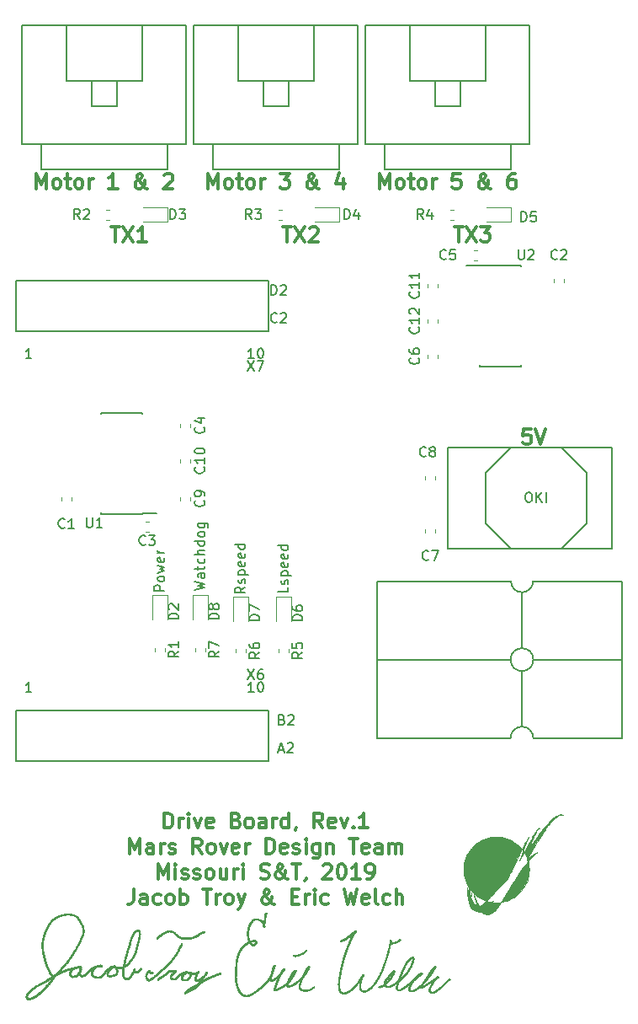
<source format=gbr>
G04 #@! TF.GenerationSoftware,KiCad,Pcbnew,(5.0.0)*
G04 #@! TF.CreationDate,2018-12-16T15:07:14-06:00*
G04 #@! TF.ProjectId,DriveBoard_Hardware,4472697665426F6172645F4861726477,rev?*
G04 #@! TF.SameCoordinates,Original*
G04 #@! TF.FileFunction,Legend,Top*
G04 #@! TF.FilePolarity,Positive*
%FSLAX46Y46*%
G04 Gerber Fmt 4.6, Leading zero omitted, Abs format (unit mm)*
G04 Created by KiCad (PCBNEW (5.0.0)) date 12/16/18 15:07:14*
%MOMM*%
%LPD*%
G01*
G04 APERTURE LIST*
%ADD10C,0.300000*%
%ADD11C,0.150000*%
%ADD12C,0.120000*%
%ADD13C,0.010000*%
G04 APERTURE END LIST*
D10*
X174212285Y-76394571D02*
X173498000Y-76394571D01*
X173426571Y-77108857D01*
X173498000Y-77037428D01*
X173640857Y-76966000D01*
X173998000Y-76966000D01*
X174140857Y-77037428D01*
X174212285Y-77108857D01*
X174283714Y-77251714D01*
X174283714Y-77608857D01*
X174212285Y-77751714D01*
X174140857Y-77823142D01*
X173998000Y-77894571D01*
X173640857Y-77894571D01*
X173498000Y-77823142D01*
X173426571Y-77751714D01*
X174712285Y-76394571D02*
X175212285Y-77894571D01*
X175712285Y-76394571D01*
D11*
X149804380Y-92281142D02*
X149804380Y-92757333D01*
X148804380Y-92757333D01*
X149756761Y-91995428D02*
X149804380Y-91900190D01*
X149804380Y-91709714D01*
X149756761Y-91614476D01*
X149661523Y-91566857D01*
X149613904Y-91566857D01*
X149518666Y-91614476D01*
X149471047Y-91709714D01*
X149471047Y-91852571D01*
X149423428Y-91947809D01*
X149328190Y-91995428D01*
X149280571Y-91995428D01*
X149185333Y-91947809D01*
X149137714Y-91852571D01*
X149137714Y-91709714D01*
X149185333Y-91614476D01*
X149137714Y-91138285D02*
X150137714Y-91138285D01*
X149185333Y-91138285D02*
X149137714Y-91043047D01*
X149137714Y-90852571D01*
X149185333Y-90757333D01*
X149232952Y-90709714D01*
X149328190Y-90662095D01*
X149613904Y-90662095D01*
X149709142Y-90709714D01*
X149756761Y-90757333D01*
X149804380Y-90852571D01*
X149804380Y-91043047D01*
X149756761Y-91138285D01*
X149756761Y-89852571D02*
X149804380Y-89947809D01*
X149804380Y-90138285D01*
X149756761Y-90233523D01*
X149661523Y-90281142D01*
X149280571Y-90281142D01*
X149185333Y-90233523D01*
X149137714Y-90138285D01*
X149137714Y-89947809D01*
X149185333Y-89852571D01*
X149280571Y-89804952D01*
X149375809Y-89804952D01*
X149471047Y-90281142D01*
X149756761Y-88995428D02*
X149804380Y-89090666D01*
X149804380Y-89281142D01*
X149756761Y-89376380D01*
X149661523Y-89424000D01*
X149280571Y-89424000D01*
X149185333Y-89376380D01*
X149137714Y-89281142D01*
X149137714Y-89090666D01*
X149185333Y-88995428D01*
X149280571Y-88947809D01*
X149375809Y-88947809D01*
X149471047Y-89424000D01*
X149804380Y-88090666D02*
X148804380Y-88090666D01*
X149756761Y-88090666D02*
X149804380Y-88185904D01*
X149804380Y-88376380D01*
X149756761Y-88471619D01*
X149709142Y-88519238D01*
X149613904Y-88566857D01*
X149328190Y-88566857D01*
X149232952Y-88519238D01*
X149185333Y-88471619D01*
X149137714Y-88376380D01*
X149137714Y-88185904D01*
X149185333Y-88090666D01*
X145486380Y-92281142D02*
X145010190Y-92614476D01*
X145486380Y-92852571D02*
X144486380Y-92852571D01*
X144486380Y-92471619D01*
X144534000Y-92376380D01*
X144581619Y-92328761D01*
X144676857Y-92281142D01*
X144819714Y-92281142D01*
X144914952Y-92328761D01*
X144962571Y-92376380D01*
X145010190Y-92471619D01*
X145010190Y-92852571D01*
X145438761Y-91900190D02*
X145486380Y-91804952D01*
X145486380Y-91614476D01*
X145438761Y-91519238D01*
X145343523Y-91471619D01*
X145295904Y-91471619D01*
X145200666Y-91519238D01*
X145153047Y-91614476D01*
X145153047Y-91757333D01*
X145105428Y-91852571D01*
X145010190Y-91900190D01*
X144962571Y-91900190D01*
X144867333Y-91852571D01*
X144819714Y-91757333D01*
X144819714Y-91614476D01*
X144867333Y-91519238D01*
X144819714Y-91043047D02*
X145819714Y-91043047D01*
X144867333Y-91043047D02*
X144819714Y-90947809D01*
X144819714Y-90757333D01*
X144867333Y-90662095D01*
X144914952Y-90614476D01*
X145010190Y-90566857D01*
X145295904Y-90566857D01*
X145391142Y-90614476D01*
X145438761Y-90662095D01*
X145486380Y-90757333D01*
X145486380Y-90947809D01*
X145438761Y-91043047D01*
X145438761Y-89757333D02*
X145486380Y-89852571D01*
X145486380Y-90043047D01*
X145438761Y-90138285D01*
X145343523Y-90185904D01*
X144962571Y-90185904D01*
X144867333Y-90138285D01*
X144819714Y-90043047D01*
X144819714Y-89852571D01*
X144867333Y-89757333D01*
X144962571Y-89709714D01*
X145057809Y-89709714D01*
X145153047Y-90185904D01*
X145438761Y-88900190D02*
X145486380Y-88995428D01*
X145486380Y-89185904D01*
X145438761Y-89281142D01*
X145343523Y-89328761D01*
X144962571Y-89328761D01*
X144867333Y-89281142D01*
X144819714Y-89185904D01*
X144819714Y-88995428D01*
X144867333Y-88900190D01*
X144962571Y-88852571D01*
X145057809Y-88852571D01*
X145153047Y-89328761D01*
X145486380Y-87995428D02*
X144486380Y-87995428D01*
X145438761Y-87995428D02*
X145486380Y-88090666D01*
X145486380Y-88281142D01*
X145438761Y-88376380D01*
X145391142Y-88424000D01*
X145295904Y-88471619D01*
X145010190Y-88471619D01*
X144914952Y-88424000D01*
X144867333Y-88376380D01*
X144819714Y-88281142D01*
X144819714Y-88090666D01*
X144867333Y-87995428D01*
X140422380Y-92558761D02*
X141422380Y-92320666D01*
X140708095Y-92130190D01*
X141422380Y-91939714D01*
X140422380Y-91701619D01*
X141422380Y-90892095D02*
X140898571Y-90892095D01*
X140803333Y-90939714D01*
X140755714Y-91034952D01*
X140755714Y-91225428D01*
X140803333Y-91320666D01*
X141374761Y-90892095D02*
X141422380Y-90987333D01*
X141422380Y-91225428D01*
X141374761Y-91320666D01*
X141279523Y-91368285D01*
X141184285Y-91368285D01*
X141089047Y-91320666D01*
X141041428Y-91225428D01*
X141041428Y-90987333D01*
X140993809Y-90892095D01*
X140755714Y-90558761D02*
X140755714Y-90177809D01*
X140422380Y-90415904D02*
X141279523Y-90415904D01*
X141374761Y-90368285D01*
X141422380Y-90273047D01*
X141422380Y-90177809D01*
X141374761Y-89415904D02*
X141422380Y-89511142D01*
X141422380Y-89701619D01*
X141374761Y-89796857D01*
X141327142Y-89844476D01*
X141231904Y-89892095D01*
X140946190Y-89892095D01*
X140850952Y-89844476D01*
X140803333Y-89796857D01*
X140755714Y-89701619D01*
X140755714Y-89511142D01*
X140803333Y-89415904D01*
X141422380Y-88987333D02*
X140422380Y-88987333D01*
X141422380Y-88558761D02*
X140898571Y-88558761D01*
X140803333Y-88606380D01*
X140755714Y-88701619D01*
X140755714Y-88844476D01*
X140803333Y-88939714D01*
X140850952Y-88987333D01*
X141422380Y-87654000D02*
X140422380Y-87654000D01*
X141374761Y-87654000D02*
X141422380Y-87749238D01*
X141422380Y-87939714D01*
X141374761Y-88034952D01*
X141327142Y-88082571D01*
X141231904Y-88130190D01*
X140946190Y-88130190D01*
X140850952Y-88082571D01*
X140803333Y-88034952D01*
X140755714Y-87939714D01*
X140755714Y-87749238D01*
X140803333Y-87654000D01*
X141422380Y-87034952D02*
X141374761Y-87130190D01*
X141327142Y-87177809D01*
X141231904Y-87225428D01*
X140946190Y-87225428D01*
X140850952Y-87177809D01*
X140803333Y-87130190D01*
X140755714Y-87034952D01*
X140755714Y-86892095D01*
X140803333Y-86796857D01*
X140850952Y-86749238D01*
X140946190Y-86701619D01*
X141231904Y-86701619D01*
X141327142Y-86749238D01*
X141374761Y-86796857D01*
X141422380Y-86892095D01*
X141422380Y-87034952D01*
X140755714Y-85844476D02*
X141565238Y-85844476D01*
X141660476Y-85892095D01*
X141708095Y-85939714D01*
X141755714Y-86034952D01*
X141755714Y-86177809D01*
X141708095Y-86273047D01*
X141374761Y-85844476D02*
X141422380Y-85939714D01*
X141422380Y-86130190D01*
X141374761Y-86225428D01*
X141327142Y-86273047D01*
X141231904Y-86320666D01*
X140946190Y-86320666D01*
X140850952Y-86273047D01*
X140803333Y-86225428D01*
X140755714Y-86130190D01*
X140755714Y-85939714D01*
X140803333Y-85844476D01*
X137358380Y-92654190D02*
X136358380Y-92654190D01*
X136358380Y-92273238D01*
X136406000Y-92178000D01*
X136453619Y-92130380D01*
X136548857Y-92082761D01*
X136691714Y-92082761D01*
X136786952Y-92130380D01*
X136834571Y-92178000D01*
X136882190Y-92273238D01*
X136882190Y-92654190D01*
X137358380Y-91511333D02*
X137310761Y-91606571D01*
X137263142Y-91654190D01*
X137167904Y-91701809D01*
X136882190Y-91701809D01*
X136786952Y-91654190D01*
X136739333Y-91606571D01*
X136691714Y-91511333D01*
X136691714Y-91368476D01*
X136739333Y-91273238D01*
X136786952Y-91225619D01*
X136882190Y-91178000D01*
X137167904Y-91178000D01*
X137263142Y-91225619D01*
X137310761Y-91273238D01*
X137358380Y-91368476D01*
X137358380Y-91511333D01*
X136691714Y-90844666D02*
X137358380Y-90654190D01*
X136882190Y-90463714D01*
X137358380Y-90273238D01*
X136691714Y-90082761D01*
X137310761Y-89320857D02*
X137358380Y-89416095D01*
X137358380Y-89606571D01*
X137310761Y-89701809D01*
X137215523Y-89749428D01*
X136834571Y-89749428D01*
X136739333Y-89701809D01*
X136691714Y-89606571D01*
X136691714Y-89416095D01*
X136739333Y-89320857D01*
X136834571Y-89273238D01*
X136929809Y-89273238D01*
X137025047Y-89749428D01*
X137358380Y-88844666D02*
X136691714Y-88844666D01*
X136882190Y-88844666D02*
X136786952Y-88797047D01*
X136739333Y-88749428D01*
X136691714Y-88654190D01*
X136691714Y-88558952D01*
D10*
X132000857Y-56074571D02*
X132858000Y-56074571D01*
X132429428Y-57574571D02*
X132429428Y-56074571D01*
X133215142Y-56074571D02*
X134215142Y-57574571D01*
X134215142Y-56074571D02*
X133215142Y-57574571D01*
X135572285Y-57574571D02*
X134715142Y-57574571D01*
X135143714Y-57574571D02*
X135143714Y-56074571D01*
X135000857Y-56288857D01*
X134858000Y-56431714D01*
X134715142Y-56503142D01*
X149272857Y-56074571D02*
X150130000Y-56074571D01*
X149701428Y-57574571D02*
X149701428Y-56074571D01*
X150487142Y-56074571D02*
X151487142Y-57574571D01*
X151487142Y-56074571D02*
X150487142Y-57574571D01*
X151987142Y-56217428D02*
X152058571Y-56146000D01*
X152201428Y-56074571D01*
X152558571Y-56074571D01*
X152701428Y-56146000D01*
X152772857Y-56217428D01*
X152844285Y-56360285D01*
X152844285Y-56503142D01*
X152772857Y-56717428D01*
X151915714Y-57574571D01*
X152844285Y-57574571D01*
X166544857Y-56074571D02*
X167402000Y-56074571D01*
X166973428Y-57574571D02*
X166973428Y-56074571D01*
X167759142Y-56074571D02*
X168759142Y-57574571D01*
X168759142Y-56074571D02*
X167759142Y-57574571D01*
X169187714Y-56074571D02*
X170116285Y-56074571D01*
X169616285Y-56646000D01*
X169830571Y-56646000D01*
X169973428Y-56717428D01*
X170044857Y-56788857D01*
X170116285Y-56931714D01*
X170116285Y-57288857D01*
X170044857Y-57431714D01*
X169973428Y-57503142D01*
X169830571Y-57574571D01*
X169402000Y-57574571D01*
X169259142Y-57503142D01*
X169187714Y-57431714D01*
X159040571Y-52240571D02*
X159040571Y-50740571D01*
X159540571Y-51812000D01*
X160040571Y-50740571D01*
X160040571Y-52240571D01*
X160969142Y-52240571D02*
X160826285Y-52169142D01*
X160754857Y-52097714D01*
X160683428Y-51954857D01*
X160683428Y-51526285D01*
X160754857Y-51383428D01*
X160826285Y-51312000D01*
X160969142Y-51240571D01*
X161183428Y-51240571D01*
X161326285Y-51312000D01*
X161397714Y-51383428D01*
X161469142Y-51526285D01*
X161469142Y-51954857D01*
X161397714Y-52097714D01*
X161326285Y-52169142D01*
X161183428Y-52240571D01*
X160969142Y-52240571D01*
X161897714Y-51240571D02*
X162469142Y-51240571D01*
X162112000Y-50740571D02*
X162112000Y-52026285D01*
X162183428Y-52169142D01*
X162326285Y-52240571D01*
X162469142Y-52240571D01*
X163183428Y-52240571D02*
X163040571Y-52169142D01*
X162969142Y-52097714D01*
X162897714Y-51954857D01*
X162897714Y-51526285D01*
X162969142Y-51383428D01*
X163040571Y-51312000D01*
X163183428Y-51240571D01*
X163397714Y-51240571D01*
X163540571Y-51312000D01*
X163612000Y-51383428D01*
X163683428Y-51526285D01*
X163683428Y-51954857D01*
X163612000Y-52097714D01*
X163540571Y-52169142D01*
X163397714Y-52240571D01*
X163183428Y-52240571D01*
X164326285Y-52240571D02*
X164326285Y-51240571D01*
X164326285Y-51526285D02*
X164397714Y-51383428D01*
X164469142Y-51312000D01*
X164612000Y-51240571D01*
X164754857Y-51240571D01*
X167112000Y-50740571D02*
X166397714Y-50740571D01*
X166326285Y-51454857D01*
X166397714Y-51383428D01*
X166540571Y-51312000D01*
X166897714Y-51312000D01*
X167040571Y-51383428D01*
X167112000Y-51454857D01*
X167183428Y-51597714D01*
X167183428Y-51954857D01*
X167112000Y-52097714D01*
X167040571Y-52169142D01*
X166897714Y-52240571D01*
X166540571Y-52240571D01*
X166397714Y-52169142D01*
X166326285Y-52097714D01*
X170183428Y-52240571D02*
X170112000Y-52240571D01*
X169969142Y-52169142D01*
X169754857Y-51954857D01*
X169397714Y-51526285D01*
X169254857Y-51312000D01*
X169183428Y-51097714D01*
X169183428Y-50954857D01*
X169254857Y-50812000D01*
X169397714Y-50740571D01*
X169469142Y-50740571D01*
X169612000Y-50812000D01*
X169683428Y-50954857D01*
X169683428Y-51026285D01*
X169612000Y-51169142D01*
X169540571Y-51240571D01*
X169112000Y-51526285D01*
X169040571Y-51597714D01*
X168969142Y-51740571D01*
X168969142Y-51954857D01*
X169040571Y-52097714D01*
X169112000Y-52169142D01*
X169254857Y-52240571D01*
X169469142Y-52240571D01*
X169612000Y-52169142D01*
X169683428Y-52097714D01*
X169897714Y-51812000D01*
X169969142Y-51597714D01*
X169969142Y-51454857D01*
X172612000Y-50740571D02*
X172326285Y-50740571D01*
X172183428Y-50812000D01*
X172112000Y-50883428D01*
X171969142Y-51097714D01*
X171897714Y-51383428D01*
X171897714Y-51954857D01*
X171969142Y-52097714D01*
X172040571Y-52169142D01*
X172183428Y-52240571D01*
X172469142Y-52240571D01*
X172612000Y-52169142D01*
X172683428Y-52097714D01*
X172754857Y-51954857D01*
X172754857Y-51597714D01*
X172683428Y-51454857D01*
X172612000Y-51383428D01*
X172469142Y-51312000D01*
X172183428Y-51312000D01*
X172040571Y-51383428D01*
X171969142Y-51454857D01*
X171897714Y-51597714D01*
X141768571Y-52240571D02*
X141768571Y-50740571D01*
X142268571Y-51812000D01*
X142768571Y-50740571D01*
X142768571Y-52240571D01*
X143697142Y-52240571D02*
X143554285Y-52169142D01*
X143482857Y-52097714D01*
X143411428Y-51954857D01*
X143411428Y-51526285D01*
X143482857Y-51383428D01*
X143554285Y-51312000D01*
X143697142Y-51240571D01*
X143911428Y-51240571D01*
X144054285Y-51312000D01*
X144125714Y-51383428D01*
X144197142Y-51526285D01*
X144197142Y-51954857D01*
X144125714Y-52097714D01*
X144054285Y-52169142D01*
X143911428Y-52240571D01*
X143697142Y-52240571D01*
X144625714Y-51240571D02*
X145197142Y-51240571D01*
X144840000Y-50740571D02*
X144840000Y-52026285D01*
X144911428Y-52169142D01*
X145054285Y-52240571D01*
X145197142Y-52240571D01*
X145911428Y-52240571D02*
X145768571Y-52169142D01*
X145697142Y-52097714D01*
X145625714Y-51954857D01*
X145625714Y-51526285D01*
X145697142Y-51383428D01*
X145768571Y-51312000D01*
X145911428Y-51240571D01*
X146125714Y-51240571D01*
X146268571Y-51312000D01*
X146340000Y-51383428D01*
X146411428Y-51526285D01*
X146411428Y-51954857D01*
X146340000Y-52097714D01*
X146268571Y-52169142D01*
X146125714Y-52240571D01*
X145911428Y-52240571D01*
X147054285Y-52240571D02*
X147054285Y-51240571D01*
X147054285Y-51526285D02*
X147125714Y-51383428D01*
X147197142Y-51312000D01*
X147340000Y-51240571D01*
X147482857Y-51240571D01*
X148982857Y-50740571D02*
X149911428Y-50740571D01*
X149411428Y-51312000D01*
X149625714Y-51312000D01*
X149768571Y-51383428D01*
X149840000Y-51454857D01*
X149911428Y-51597714D01*
X149911428Y-51954857D01*
X149840000Y-52097714D01*
X149768571Y-52169142D01*
X149625714Y-52240571D01*
X149197142Y-52240571D01*
X149054285Y-52169142D01*
X148982857Y-52097714D01*
X152911428Y-52240571D02*
X152840000Y-52240571D01*
X152697142Y-52169142D01*
X152482857Y-51954857D01*
X152125714Y-51526285D01*
X151982857Y-51312000D01*
X151911428Y-51097714D01*
X151911428Y-50954857D01*
X151982857Y-50812000D01*
X152125714Y-50740571D01*
X152197142Y-50740571D01*
X152340000Y-50812000D01*
X152411428Y-50954857D01*
X152411428Y-51026285D01*
X152340000Y-51169142D01*
X152268571Y-51240571D01*
X151840000Y-51526285D01*
X151768571Y-51597714D01*
X151697142Y-51740571D01*
X151697142Y-51954857D01*
X151768571Y-52097714D01*
X151840000Y-52169142D01*
X151982857Y-52240571D01*
X152197142Y-52240571D01*
X152340000Y-52169142D01*
X152411428Y-52097714D01*
X152625714Y-51812000D01*
X152697142Y-51597714D01*
X152697142Y-51454857D01*
X155340000Y-51240571D02*
X155340000Y-52240571D01*
X154982857Y-50669142D02*
X154625714Y-51740571D01*
X155554285Y-51740571D01*
X124496571Y-52240571D02*
X124496571Y-50740571D01*
X124996571Y-51812000D01*
X125496571Y-50740571D01*
X125496571Y-52240571D01*
X126425142Y-52240571D02*
X126282285Y-52169142D01*
X126210857Y-52097714D01*
X126139428Y-51954857D01*
X126139428Y-51526285D01*
X126210857Y-51383428D01*
X126282285Y-51312000D01*
X126425142Y-51240571D01*
X126639428Y-51240571D01*
X126782285Y-51312000D01*
X126853714Y-51383428D01*
X126925142Y-51526285D01*
X126925142Y-51954857D01*
X126853714Y-52097714D01*
X126782285Y-52169142D01*
X126639428Y-52240571D01*
X126425142Y-52240571D01*
X127353714Y-51240571D02*
X127925142Y-51240571D01*
X127568000Y-50740571D02*
X127568000Y-52026285D01*
X127639428Y-52169142D01*
X127782285Y-52240571D01*
X127925142Y-52240571D01*
X128639428Y-52240571D02*
X128496571Y-52169142D01*
X128425142Y-52097714D01*
X128353714Y-51954857D01*
X128353714Y-51526285D01*
X128425142Y-51383428D01*
X128496571Y-51312000D01*
X128639428Y-51240571D01*
X128853714Y-51240571D01*
X128996571Y-51312000D01*
X129068000Y-51383428D01*
X129139428Y-51526285D01*
X129139428Y-51954857D01*
X129068000Y-52097714D01*
X128996571Y-52169142D01*
X128853714Y-52240571D01*
X128639428Y-52240571D01*
X129782285Y-52240571D02*
X129782285Y-51240571D01*
X129782285Y-51526285D02*
X129853714Y-51383428D01*
X129925142Y-51312000D01*
X130068000Y-51240571D01*
X130210857Y-51240571D01*
X132639428Y-52240571D02*
X131782285Y-52240571D01*
X132210857Y-52240571D02*
X132210857Y-50740571D01*
X132068000Y-50954857D01*
X131925142Y-51097714D01*
X131782285Y-51169142D01*
X135639428Y-52240571D02*
X135568000Y-52240571D01*
X135425142Y-52169142D01*
X135210857Y-51954857D01*
X134853714Y-51526285D01*
X134710857Y-51312000D01*
X134639428Y-51097714D01*
X134639428Y-50954857D01*
X134710857Y-50812000D01*
X134853714Y-50740571D01*
X134925142Y-50740571D01*
X135068000Y-50812000D01*
X135139428Y-50954857D01*
X135139428Y-51026285D01*
X135068000Y-51169142D01*
X134996571Y-51240571D01*
X134568000Y-51526285D01*
X134496571Y-51597714D01*
X134425142Y-51740571D01*
X134425142Y-51954857D01*
X134496571Y-52097714D01*
X134568000Y-52169142D01*
X134710857Y-52240571D01*
X134925142Y-52240571D01*
X135068000Y-52169142D01*
X135139428Y-52097714D01*
X135353714Y-51812000D01*
X135425142Y-51597714D01*
X135425142Y-51454857D01*
X137353714Y-50883428D02*
X137425142Y-50812000D01*
X137568000Y-50740571D01*
X137925142Y-50740571D01*
X138068000Y-50812000D01*
X138139428Y-50883428D01*
X138210857Y-51026285D01*
X138210857Y-51169142D01*
X138139428Y-51383428D01*
X137282285Y-52240571D01*
X138210857Y-52240571D01*
X137359714Y-116487571D02*
X137359714Y-114987571D01*
X137716857Y-114987571D01*
X137931142Y-115059000D01*
X138074000Y-115201857D01*
X138145428Y-115344714D01*
X138216857Y-115630428D01*
X138216857Y-115844714D01*
X138145428Y-116130428D01*
X138074000Y-116273285D01*
X137931142Y-116416142D01*
X137716857Y-116487571D01*
X137359714Y-116487571D01*
X138859714Y-116487571D02*
X138859714Y-115487571D01*
X138859714Y-115773285D02*
X138931142Y-115630428D01*
X139002571Y-115559000D01*
X139145428Y-115487571D01*
X139288285Y-115487571D01*
X139788285Y-116487571D02*
X139788285Y-115487571D01*
X139788285Y-114987571D02*
X139716857Y-115059000D01*
X139788285Y-115130428D01*
X139859714Y-115059000D01*
X139788285Y-114987571D01*
X139788285Y-115130428D01*
X140359714Y-115487571D02*
X140716857Y-116487571D01*
X141074000Y-115487571D01*
X142216857Y-116416142D02*
X142074000Y-116487571D01*
X141788285Y-116487571D01*
X141645428Y-116416142D01*
X141574000Y-116273285D01*
X141574000Y-115701857D01*
X141645428Y-115559000D01*
X141788285Y-115487571D01*
X142074000Y-115487571D01*
X142216857Y-115559000D01*
X142288285Y-115701857D01*
X142288285Y-115844714D01*
X141574000Y-115987571D01*
X144574000Y-115701857D02*
X144788285Y-115773285D01*
X144859714Y-115844714D01*
X144931142Y-115987571D01*
X144931142Y-116201857D01*
X144859714Y-116344714D01*
X144788285Y-116416142D01*
X144645428Y-116487571D01*
X144074000Y-116487571D01*
X144074000Y-114987571D01*
X144574000Y-114987571D01*
X144716857Y-115059000D01*
X144788285Y-115130428D01*
X144859714Y-115273285D01*
X144859714Y-115416142D01*
X144788285Y-115559000D01*
X144716857Y-115630428D01*
X144574000Y-115701857D01*
X144074000Y-115701857D01*
X145788285Y-116487571D02*
X145645428Y-116416142D01*
X145574000Y-116344714D01*
X145502571Y-116201857D01*
X145502571Y-115773285D01*
X145574000Y-115630428D01*
X145645428Y-115559000D01*
X145788285Y-115487571D01*
X146002571Y-115487571D01*
X146145428Y-115559000D01*
X146216857Y-115630428D01*
X146288285Y-115773285D01*
X146288285Y-116201857D01*
X146216857Y-116344714D01*
X146145428Y-116416142D01*
X146002571Y-116487571D01*
X145788285Y-116487571D01*
X147574000Y-116487571D02*
X147574000Y-115701857D01*
X147502571Y-115559000D01*
X147359714Y-115487571D01*
X147074000Y-115487571D01*
X146931142Y-115559000D01*
X147574000Y-116416142D02*
X147431142Y-116487571D01*
X147074000Y-116487571D01*
X146931142Y-116416142D01*
X146859714Y-116273285D01*
X146859714Y-116130428D01*
X146931142Y-115987571D01*
X147074000Y-115916142D01*
X147431142Y-115916142D01*
X147574000Y-115844714D01*
X148288285Y-116487571D02*
X148288285Y-115487571D01*
X148288285Y-115773285D02*
X148359714Y-115630428D01*
X148431142Y-115559000D01*
X148574000Y-115487571D01*
X148716857Y-115487571D01*
X149859714Y-116487571D02*
X149859714Y-114987571D01*
X149859714Y-116416142D02*
X149716857Y-116487571D01*
X149431142Y-116487571D01*
X149288285Y-116416142D01*
X149216857Y-116344714D01*
X149145428Y-116201857D01*
X149145428Y-115773285D01*
X149216857Y-115630428D01*
X149288285Y-115559000D01*
X149431142Y-115487571D01*
X149716857Y-115487571D01*
X149859714Y-115559000D01*
X150645428Y-116416142D02*
X150645428Y-116487571D01*
X150574000Y-116630428D01*
X150502571Y-116701857D01*
X153288285Y-116487571D02*
X152788285Y-115773285D01*
X152431142Y-116487571D02*
X152431142Y-114987571D01*
X153002571Y-114987571D01*
X153145428Y-115059000D01*
X153216857Y-115130428D01*
X153288285Y-115273285D01*
X153288285Y-115487571D01*
X153216857Y-115630428D01*
X153145428Y-115701857D01*
X153002571Y-115773285D01*
X152431142Y-115773285D01*
X154502571Y-116416142D02*
X154359714Y-116487571D01*
X154074000Y-116487571D01*
X153931142Y-116416142D01*
X153859714Y-116273285D01*
X153859714Y-115701857D01*
X153931142Y-115559000D01*
X154074000Y-115487571D01*
X154359714Y-115487571D01*
X154502571Y-115559000D01*
X154574000Y-115701857D01*
X154574000Y-115844714D01*
X153859714Y-115987571D01*
X155074000Y-115487571D02*
X155431142Y-116487571D01*
X155788285Y-115487571D01*
X156359714Y-116344714D02*
X156431142Y-116416142D01*
X156359714Y-116487571D01*
X156288285Y-116416142D01*
X156359714Y-116344714D01*
X156359714Y-116487571D01*
X157859714Y-116487571D02*
X157002571Y-116487571D01*
X157431142Y-116487571D02*
X157431142Y-114987571D01*
X157288285Y-115201857D01*
X157145428Y-115344714D01*
X157002571Y-115416142D01*
X133895428Y-119037571D02*
X133895428Y-117537571D01*
X134395428Y-118609000D01*
X134895428Y-117537571D01*
X134895428Y-119037571D01*
X136252571Y-119037571D02*
X136252571Y-118251857D01*
X136181142Y-118109000D01*
X136038285Y-118037571D01*
X135752571Y-118037571D01*
X135609714Y-118109000D01*
X136252571Y-118966142D02*
X136109714Y-119037571D01*
X135752571Y-119037571D01*
X135609714Y-118966142D01*
X135538285Y-118823285D01*
X135538285Y-118680428D01*
X135609714Y-118537571D01*
X135752571Y-118466142D01*
X136109714Y-118466142D01*
X136252571Y-118394714D01*
X136966857Y-119037571D02*
X136966857Y-118037571D01*
X136966857Y-118323285D02*
X137038285Y-118180428D01*
X137109714Y-118109000D01*
X137252571Y-118037571D01*
X137395428Y-118037571D01*
X137824000Y-118966142D02*
X137966857Y-119037571D01*
X138252571Y-119037571D01*
X138395428Y-118966142D01*
X138466857Y-118823285D01*
X138466857Y-118751857D01*
X138395428Y-118609000D01*
X138252571Y-118537571D01*
X138038285Y-118537571D01*
X137895428Y-118466142D01*
X137824000Y-118323285D01*
X137824000Y-118251857D01*
X137895428Y-118109000D01*
X138038285Y-118037571D01*
X138252571Y-118037571D01*
X138395428Y-118109000D01*
X141109714Y-119037571D02*
X140609714Y-118323285D01*
X140252571Y-119037571D02*
X140252571Y-117537571D01*
X140824000Y-117537571D01*
X140966857Y-117609000D01*
X141038285Y-117680428D01*
X141109714Y-117823285D01*
X141109714Y-118037571D01*
X141038285Y-118180428D01*
X140966857Y-118251857D01*
X140824000Y-118323285D01*
X140252571Y-118323285D01*
X141966857Y-119037571D02*
X141824000Y-118966142D01*
X141752571Y-118894714D01*
X141681142Y-118751857D01*
X141681142Y-118323285D01*
X141752571Y-118180428D01*
X141824000Y-118109000D01*
X141966857Y-118037571D01*
X142181142Y-118037571D01*
X142324000Y-118109000D01*
X142395428Y-118180428D01*
X142466857Y-118323285D01*
X142466857Y-118751857D01*
X142395428Y-118894714D01*
X142324000Y-118966142D01*
X142181142Y-119037571D01*
X141966857Y-119037571D01*
X142966857Y-118037571D02*
X143324000Y-119037571D01*
X143681142Y-118037571D01*
X144824000Y-118966142D02*
X144681142Y-119037571D01*
X144395428Y-119037571D01*
X144252571Y-118966142D01*
X144181142Y-118823285D01*
X144181142Y-118251857D01*
X144252571Y-118109000D01*
X144395428Y-118037571D01*
X144681142Y-118037571D01*
X144824000Y-118109000D01*
X144895428Y-118251857D01*
X144895428Y-118394714D01*
X144181142Y-118537571D01*
X145538285Y-119037571D02*
X145538285Y-118037571D01*
X145538285Y-118323285D02*
X145609714Y-118180428D01*
X145681142Y-118109000D01*
X145824000Y-118037571D01*
X145966857Y-118037571D01*
X147609714Y-119037571D02*
X147609714Y-117537571D01*
X147966857Y-117537571D01*
X148181142Y-117609000D01*
X148324000Y-117751857D01*
X148395428Y-117894714D01*
X148466857Y-118180428D01*
X148466857Y-118394714D01*
X148395428Y-118680428D01*
X148324000Y-118823285D01*
X148181142Y-118966142D01*
X147966857Y-119037571D01*
X147609714Y-119037571D01*
X149681142Y-118966142D02*
X149538285Y-119037571D01*
X149252571Y-119037571D01*
X149109714Y-118966142D01*
X149038285Y-118823285D01*
X149038285Y-118251857D01*
X149109714Y-118109000D01*
X149252571Y-118037571D01*
X149538285Y-118037571D01*
X149681142Y-118109000D01*
X149752571Y-118251857D01*
X149752571Y-118394714D01*
X149038285Y-118537571D01*
X150324000Y-118966142D02*
X150466857Y-119037571D01*
X150752571Y-119037571D01*
X150895428Y-118966142D01*
X150966857Y-118823285D01*
X150966857Y-118751857D01*
X150895428Y-118609000D01*
X150752571Y-118537571D01*
X150538285Y-118537571D01*
X150395428Y-118466142D01*
X150324000Y-118323285D01*
X150324000Y-118251857D01*
X150395428Y-118109000D01*
X150538285Y-118037571D01*
X150752571Y-118037571D01*
X150895428Y-118109000D01*
X151609714Y-119037571D02*
X151609714Y-118037571D01*
X151609714Y-117537571D02*
X151538285Y-117609000D01*
X151609714Y-117680428D01*
X151681142Y-117609000D01*
X151609714Y-117537571D01*
X151609714Y-117680428D01*
X152966857Y-118037571D02*
X152966857Y-119251857D01*
X152895428Y-119394714D01*
X152824000Y-119466142D01*
X152681142Y-119537571D01*
X152466857Y-119537571D01*
X152324000Y-119466142D01*
X152966857Y-118966142D02*
X152824000Y-119037571D01*
X152538285Y-119037571D01*
X152395428Y-118966142D01*
X152324000Y-118894714D01*
X152252571Y-118751857D01*
X152252571Y-118323285D01*
X152324000Y-118180428D01*
X152395428Y-118109000D01*
X152538285Y-118037571D01*
X152824000Y-118037571D01*
X152966857Y-118109000D01*
X153681142Y-118037571D02*
X153681142Y-119037571D01*
X153681142Y-118180428D02*
X153752571Y-118109000D01*
X153895428Y-118037571D01*
X154109714Y-118037571D01*
X154252571Y-118109000D01*
X154324000Y-118251857D01*
X154324000Y-119037571D01*
X155966857Y-117537571D02*
X156824000Y-117537571D01*
X156395428Y-119037571D02*
X156395428Y-117537571D01*
X157895428Y-118966142D02*
X157752571Y-119037571D01*
X157466857Y-119037571D01*
X157324000Y-118966142D01*
X157252571Y-118823285D01*
X157252571Y-118251857D01*
X157324000Y-118109000D01*
X157466857Y-118037571D01*
X157752571Y-118037571D01*
X157895428Y-118109000D01*
X157966857Y-118251857D01*
X157966857Y-118394714D01*
X157252571Y-118537571D01*
X159252571Y-119037571D02*
X159252571Y-118251857D01*
X159181142Y-118109000D01*
X159038285Y-118037571D01*
X158752571Y-118037571D01*
X158609714Y-118109000D01*
X159252571Y-118966142D02*
X159109714Y-119037571D01*
X158752571Y-119037571D01*
X158609714Y-118966142D01*
X158538285Y-118823285D01*
X158538285Y-118680428D01*
X158609714Y-118537571D01*
X158752571Y-118466142D01*
X159109714Y-118466142D01*
X159252571Y-118394714D01*
X159966857Y-119037571D02*
X159966857Y-118037571D01*
X159966857Y-118180428D02*
X160038285Y-118109000D01*
X160181142Y-118037571D01*
X160395428Y-118037571D01*
X160538285Y-118109000D01*
X160609714Y-118251857D01*
X160609714Y-119037571D01*
X160609714Y-118251857D02*
X160681142Y-118109000D01*
X160824000Y-118037571D01*
X161038285Y-118037571D01*
X161181142Y-118109000D01*
X161252571Y-118251857D01*
X161252571Y-119037571D01*
X136752571Y-121587571D02*
X136752571Y-120087571D01*
X137252571Y-121159000D01*
X137752571Y-120087571D01*
X137752571Y-121587571D01*
X138466857Y-121587571D02*
X138466857Y-120587571D01*
X138466857Y-120087571D02*
X138395428Y-120159000D01*
X138466857Y-120230428D01*
X138538285Y-120159000D01*
X138466857Y-120087571D01*
X138466857Y-120230428D01*
X139109714Y-121516142D02*
X139252571Y-121587571D01*
X139538285Y-121587571D01*
X139681142Y-121516142D01*
X139752571Y-121373285D01*
X139752571Y-121301857D01*
X139681142Y-121159000D01*
X139538285Y-121087571D01*
X139324000Y-121087571D01*
X139181142Y-121016142D01*
X139109714Y-120873285D01*
X139109714Y-120801857D01*
X139181142Y-120659000D01*
X139324000Y-120587571D01*
X139538285Y-120587571D01*
X139681142Y-120659000D01*
X140324000Y-121516142D02*
X140466857Y-121587571D01*
X140752571Y-121587571D01*
X140895428Y-121516142D01*
X140966857Y-121373285D01*
X140966857Y-121301857D01*
X140895428Y-121159000D01*
X140752571Y-121087571D01*
X140538285Y-121087571D01*
X140395428Y-121016142D01*
X140324000Y-120873285D01*
X140324000Y-120801857D01*
X140395428Y-120659000D01*
X140538285Y-120587571D01*
X140752571Y-120587571D01*
X140895428Y-120659000D01*
X141824000Y-121587571D02*
X141681142Y-121516142D01*
X141609714Y-121444714D01*
X141538285Y-121301857D01*
X141538285Y-120873285D01*
X141609714Y-120730428D01*
X141681142Y-120659000D01*
X141824000Y-120587571D01*
X142038285Y-120587571D01*
X142181142Y-120659000D01*
X142252571Y-120730428D01*
X142324000Y-120873285D01*
X142324000Y-121301857D01*
X142252571Y-121444714D01*
X142181142Y-121516142D01*
X142038285Y-121587571D01*
X141824000Y-121587571D01*
X143609714Y-120587571D02*
X143609714Y-121587571D01*
X142966857Y-120587571D02*
X142966857Y-121373285D01*
X143038285Y-121516142D01*
X143181142Y-121587571D01*
X143395428Y-121587571D01*
X143538285Y-121516142D01*
X143609714Y-121444714D01*
X144324000Y-121587571D02*
X144324000Y-120587571D01*
X144324000Y-120873285D02*
X144395428Y-120730428D01*
X144466857Y-120659000D01*
X144609714Y-120587571D01*
X144752571Y-120587571D01*
X145252571Y-121587571D02*
X145252571Y-120587571D01*
X145252571Y-120087571D02*
X145181142Y-120159000D01*
X145252571Y-120230428D01*
X145324000Y-120159000D01*
X145252571Y-120087571D01*
X145252571Y-120230428D01*
X147038285Y-121516142D02*
X147252571Y-121587571D01*
X147609714Y-121587571D01*
X147752571Y-121516142D01*
X147824000Y-121444714D01*
X147895428Y-121301857D01*
X147895428Y-121159000D01*
X147824000Y-121016142D01*
X147752571Y-120944714D01*
X147609714Y-120873285D01*
X147324000Y-120801857D01*
X147181142Y-120730428D01*
X147109714Y-120659000D01*
X147038285Y-120516142D01*
X147038285Y-120373285D01*
X147109714Y-120230428D01*
X147181142Y-120159000D01*
X147324000Y-120087571D01*
X147681142Y-120087571D01*
X147895428Y-120159000D01*
X149752571Y-121587571D02*
X149681142Y-121587571D01*
X149538285Y-121516142D01*
X149324000Y-121301857D01*
X148966857Y-120873285D01*
X148824000Y-120659000D01*
X148752571Y-120444714D01*
X148752571Y-120301857D01*
X148824000Y-120159000D01*
X148966857Y-120087571D01*
X149038285Y-120087571D01*
X149181142Y-120159000D01*
X149252571Y-120301857D01*
X149252571Y-120373285D01*
X149181142Y-120516142D01*
X149109714Y-120587571D01*
X148681142Y-120873285D01*
X148609714Y-120944714D01*
X148538285Y-121087571D01*
X148538285Y-121301857D01*
X148609714Y-121444714D01*
X148681142Y-121516142D01*
X148824000Y-121587571D01*
X149038285Y-121587571D01*
X149181142Y-121516142D01*
X149252571Y-121444714D01*
X149466857Y-121159000D01*
X149538285Y-120944714D01*
X149538285Y-120801857D01*
X150181142Y-120087571D02*
X151038285Y-120087571D01*
X150609714Y-121587571D02*
X150609714Y-120087571D01*
X151609714Y-121516142D02*
X151609714Y-121587571D01*
X151538285Y-121730428D01*
X151466857Y-121801857D01*
X153324000Y-120230428D02*
X153395428Y-120159000D01*
X153538285Y-120087571D01*
X153895428Y-120087571D01*
X154038285Y-120159000D01*
X154109714Y-120230428D01*
X154181142Y-120373285D01*
X154181142Y-120516142D01*
X154109714Y-120730428D01*
X153252571Y-121587571D01*
X154181142Y-121587571D01*
X155109714Y-120087571D02*
X155252571Y-120087571D01*
X155395428Y-120159000D01*
X155466857Y-120230428D01*
X155538285Y-120373285D01*
X155609714Y-120659000D01*
X155609714Y-121016142D01*
X155538285Y-121301857D01*
X155466857Y-121444714D01*
X155395428Y-121516142D01*
X155252571Y-121587571D01*
X155109714Y-121587571D01*
X154966857Y-121516142D01*
X154895428Y-121444714D01*
X154824000Y-121301857D01*
X154752571Y-121016142D01*
X154752571Y-120659000D01*
X154824000Y-120373285D01*
X154895428Y-120230428D01*
X154966857Y-120159000D01*
X155109714Y-120087571D01*
X157038285Y-121587571D02*
X156181142Y-121587571D01*
X156609714Y-121587571D02*
X156609714Y-120087571D01*
X156466857Y-120301857D01*
X156324000Y-120444714D01*
X156181142Y-120516142D01*
X157752571Y-121587571D02*
X158038285Y-121587571D01*
X158181142Y-121516142D01*
X158252571Y-121444714D01*
X158395428Y-121230428D01*
X158466857Y-120944714D01*
X158466857Y-120373285D01*
X158395428Y-120230428D01*
X158324000Y-120159000D01*
X158181142Y-120087571D01*
X157895428Y-120087571D01*
X157752571Y-120159000D01*
X157681142Y-120230428D01*
X157609714Y-120373285D01*
X157609714Y-120730428D01*
X157681142Y-120873285D01*
X157752571Y-120944714D01*
X157895428Y-121016142D01*
X158181142Y-121016142D01*
X158324000Y-120944714D01*
X158395428Y-120873285D01*
X158466857Y-120730428D01*
X134252571Y-122637571D02*
X134252571Y-123709000D01*
X134181142Y-123923285D01*
X134038285Y-124066142D01*
X133823999Y-124137571D01*
X133681142Y-124137571D01*
X135609714Y-124137571D02*
X135609714Y-123351857D01*
X135538285Y-123209000D01*
X135395428Y-123137571D01*
X135109714Y-123137571D01*
X134966857Y-123209000D01*
X135609714Y-124066142D02*
X135466857Y-124137571D01*
X135109714Y-124137571D01*
X134966857Y-124066142D01*
X134895428Y-123923285D01*
X134895428Y-123780428D01*
X134966857Y-123637571D01*
X135109714Y-123566142D01*
X135466857Y-123566142D01*
X135609714Y-123494714D01*
X136966857Y-124066142D02*
X136824000Y-124137571D01*
X136538285Y-124137571D01*
X136395428Y-124066142D01*
X136324000Y-123994714D01*
X136252571Y-123851857D01*
X136252571Y-123423285D01*
X136324000Y-123280428D01*
X136395428Y-123209000D01*
X136538285Y-123137571D01*
X136824000Y-123137571D01*
X136966857Y-123209000D01*
X137824000Y-124137571D02*
X137681142Y-124066142D01*
X137609714Y-123994714D01*
X137538285Y-123851857D01*
X137538285Y-123423285D01*
X137609714Y-123280428D01*
X137681142Y-123209000D01*
X137824000Y-123137571D01*
X138038285Y-123137571D01*
X138181142Y-123209000D01*
X138252571Y-123280428D01*
X138324000Y-123423285D01*
X138324000Y-123851857D01*
X138252571Y-123994714D01*
X138181142Y-124066142D01*
X138038285Y-124137571D01*
X137824000Y-124137571D01*
X138966857Y-124137571D02*
X138966857Y-122637571D01*
X138966857Y-123209000D02*
X139109714Y-123137571D01*
X139395428Y-123137571D01*
X139538285Y-123209000D01*
X139609714Y-123280428D01*
X139681142Y-123423285D01*
X139681142Y-123851857D01*
X139609714Y-123994714D01*
X139538285Y-124066142D01*
X139395428Y-124137571D01*
X139109714Y-124137571D01*
X138966857Y-124066142D01*
X141252571Y-122637571D02*
X142109714Y-122637571D01*
X141681142Y-124137571D02*
X141681142Y-122637571D01*
X142609714Y-124137571D02*
X142609714Y-123137571D01*
X142609714Y-123423285D02*
X142681142Y-123280428D01*
X142752571Y-123209000D01*
X142895428Y-123137571D01*
X143038285Y-123137571D01*
X143752571Y-124137571D02*
X143609714Y-124066142D01*
X143538285Y-123994714D01*
X143466857Y-123851857D01*
X143466857Y-123423285D01*
X143538285Y-123280428D01*
X143609714Y-123209000D01*
X143752571Y-123137571D01*
X143966857Y-123137571D01*
X144109714Y-123209000D01*
X144181142Y-123280428D01*
X144252571Y-123423285D01*
X144252571Y-123851857D01*
X144181142Y-123994714D01*
X144109714Y-124066142D01*
X143966857Y-124137571D01*
X143752571Y-124137571D01*
X144752571Y-123137571D02*
X145109714Y-124137571D01*
X145466857Y-123137571D02*
X145109714Y-124137571D01*
X144966857Y-124494714D01*
X144895428Y-124566142D01*
X144752571Y-124637571D01*
X148395428Y-124137571D02*
X148324000Y-124137571D01*
X148181142Y-124066142D01*
X147966857Y-123851857D01*
X147609714Y-123423285D01*
X147466857Y-123209000D01*
X147395428Y-122994714D01*
X147395428Y-122851857D01*
X147466857Y-122709000D01*
X147609714Y-122637571D01*
X147681142Y-122637571D01*
X147824000Y-122709000D01*
X147895428Y-122851857D01*
X147895428Y-122923285D01*
X147824000Y-123066142D01*
X147752571Y-123137571D01*
X147324000Y-123423285D01*
X147252571Y-123494714D01*
X147181142Y-123637571D01*
X147181142Y-123851857D01*
X147252571Y-123994714D01*
X147324000Y-124066142D01*
X147466857Y-124137571D01*
X147681142Y-124137571D01*
X147824000Y-124066142D01*
X147895428Y-123994714D01*
X148109714Y-123709000D01*
X148181142Y-123494714D01*
X148181142Y-123351857D01*
X150181142Y-123351857D02*
X150681142Y-123351857D01*
X150895428Y-124137571D02*
X150181142Y-124137571D01*
X150181142Y-122637571D01*
X150895428Y-122637571D01*
X151538285Y-124137571D02*
X151538285Y-123137571D01*
X151538285Y-123423285D02*
X151609714Y-123280428D01*
X151681142Y-123209000D01*
X151824000Y-123137571D01*
X151966857Y-123137571D01*
X152466857Y-124137571D02*
X152466857Y-123137571D01*
X152466857Y-122637571D02*
X152395428Y-122709000D01*
X152466857Y-122780428D01*
X152538285Y-122709000D01*
X152466857Y-122637571D01*
X152466857Y-122780428D01*
X153824000Y-124066142D02*
X153681142Y-124137571D01*
X153395428Y-124137571D01*
X153252571Y-124066142D01*
X153181142Y-123994714D01*
X153109714Y-123851857D01*
X153109714Y-123423285D01*
X153181142Y-123280428D01*
X153252571Y-123209000D01*
X153395428Y-123137571D01*
X153681142Y-123137571D01*
X153824000Y-123209000D01*
X155466857Y-122637571D02*
X155824000Y-124137571D01*
X156109714Y-123066142D01*
X156395428Y-124137571D01*
X156752571Y-122637571D01*
X157895428Y-124066142D02*
X157752571Y-124137571D01*
X157466857Y-124137571D01*
X157324000Y-124066142D01*
X157252571Y-123923285D01*
X157252571Y-123351857D01*
X157324000Y-123209000D01*
X157466857Y-123137571D01*
X157752571Y-123137571D01*
X157895428Y-123209000D01*
X157966857Y-123351857D01*
X157966857Y-123494714D01*
X157252571Y-123637571D01*
X158824000Y-124137571D02*
X158681142Y-124066142D01*
X158609714Y-123923285D01*
X158609714Y-122637571D01*
X160038285Y-124066142D02*
X159895428Y-124137571D01*
X159609714Y-124137571D01*
X159466857Y-124066142D01*
X159395428Y-123994714D01*
X159324000Y-123851857D01*
X159324000Y-123423285D01*
X159395428Y-123280428D01*
X159466857Y-123209000D01*
X159609714Y-123137571D01*
X159895428Y-123137571D01*
X160038285Y-123209000D01*
X160681142Y-124137571D02*
X160681142Y-122637571D01*
X161324000Y-124137571D02*
X161324000Y-123351857D01*
X161252571Y-123209000D01*
X161109714Y-123137571D01*
X160895428Y-123137571D01*
X160752571Y-123209000D01*
X160681142Y-123280428D01*
D12*
G04 #@! TO.C,R2*
X131856267Y-54354000D02*
X131513733Y-54354000D01*
X131856267Y-55374000D02*
X131513733Y-55374000D01*
G04 #@! TO.C,R3*
X149156267Y-54354000D02*
X148813733Y-54354000D01*
X149156267Y-55374000D02*
X148813733Y-55374000D01*
G04 #@! TO.C,R4*
X166428267Y-54354000D02*
X166085733Y-54354000D01*
X166428267Y-55374000D02*
X166085733Y-55374000D01*
G04 #@! TO.C,R5*
X148842000Y-98493733D02*
X148842000Y-98836267D01*
X149862000Y-98493733D02*
X149862000Y-98836267D01*
G04 #@! TO.C,R6*
X144524000Y-98493733D02*
X144524000Y-98836267D01*
X145544000Y-98493733D02*
X145544000Y-98836267D01*
G04 #@! TO.C,R7*
X140460000Y-98380733D02*
X140460000Y-98723267D01*
X141480000Y-98380733D02*
X141480000Y-98723267D01*
G04 #@! TO.C,R1*
X136396000Y-98380733D02*
X136396000Y-98723267D01*
X137416000Y-98380733D02*
X137416000Y-98723267D01*
D13*
G04 #@! TO.C,G\002A\002A\002A*
G36*
X177320611Y-115128769D02*
X177386325Y-115138247D01*
X177439830Y-115153802D01*
X177447991Y-115157335D01*
X177480743Y-115172513D01*
X177450625Y-115167418D01*
X177345801Y-115155662D01*
X177247617Y-115156445D01*
X177160532Y-115169718D01*
X177156937Y-115170611D01*
X177055457Y-115203983D01*
X176949707Y-115253990D01*
X176839329Y-115320926D01*
X176723959Y-115405084D01*
X176603239Y-115506758D01*
X176476807Y-115626241D01*
X176344302Y-115763827D01*
X176205364Y-115919810D01*
X176136131Y-116001484D01*
X176071990Y-116078949D01*
X176010712Y-116154490D01*
X175951339Y-116229494D01*
X175892908Y-116305349D01*
X175834460Y-116383443D01*
X175775035Y-116465164D01*
X175713672Y-116551901D01*
X175649412Y-116645042D01*
X175581293Y-116745974D01*
X175508356Y-116856086D01*
X175429640Y-116976766D01*
X175344185Y-117109402D01*
X175251032Y-117255382D01*
X175149218Y-117416094D01*
X175063657Y-117551803D01*
X174868545Y-117866436D01*
X174680882Y-118178350D01*
X174503685Y-118482508D01*
X174459089Y-118560775D01*
X174418787Y-118631489D01*
X174372095Y-118712819D01*
X174322858Y-118798107D01*
X174274919Y-118880695D01*
X174232857Y-118952674D01*
X174190962Y-119024491D01*
X174145005Y-119104024D01*
X174098534Y-119185086D01*
X174055095Y-119261487D01*
X174018235Y-119327041D01*
X174017056Y-119329156D01*
X173985267Y-119386093D01*
X173955110Y-119439926D01*
X173928591Y-119487088D01*
X173907717Y-119524012D01*
X173894493Y-119547129D01*
X173894077Y-119547844D01*
X173868822Y-119591198D01*
X173829847Y-119487607D01*
X173809404Y-119436375D01*
X173783989Y-119377534D01*
X173754877Y-119313588D01*
X173723341Y-119247037D01*
X173690658Y-119180382D01*
X173658103Y-119116126D01*
X173626949Y-119056768D01*
X173598473Y-119004811D01*
X173573950Y-118962756D01*
X173554654Y-118933104D01*
X173541860Y-118918357D01*
X173539081Y-118917178D01*
X173532335Y-118925572D01*
X173517854Y-118948847D01*
X173497309Y-118984146D01*
X173472370Y-119028609D01*
X173449609Y-119070281D01*
X173412856Y-119138074D01*
X173373446Y-119210307D01*
X173332579Y-119284820D01*
X173291455Y-119359458D01*
X173251274Y-119432062D01*
X173213236Y-119500475D01*
X173178542Y-119562539D01*
X173148392Y-119616098D01*
X173123986Y-119658993D01*
X173106524Y-119689067D01*
X173097207Y-119704163D01*
X173096350Y-119705281D01*
X173095653Y-119700874D01*
X173100990Y-119681080D01*
X173111345Y-119649314D01*
X173121701Y-119619945D01*
X173146852Y-119550839D01*
X173174809Y-119474605D01*
X173204773Y-119393372D01*
X173235946Y-119309267D01*
X173267528Y-119224420D01*
X173298720Y-119140958D01*
X173328723Y-119061010D01*
X173356739Y-118986705D01*
X173381966Y-118920170D01*
X173403608Y-118863535D01*
X173420864Y-118818927D01*
X173432936Y-118788475D01*
X173439024Y-118774307D01*
X173439455Y-118773613D01*
X173447923Y-118777539D01*
X173463805Y-118795113D01*
X173484061Y-118822842D01*
X173489705Y-118831340D01*
X173510646Y-118862290D01*
X173527714Y-118885329D01*
X173537855Y-118896390D01*
X173538899Y-118896812D01*
X173545255Y-118888266D01*
X173559546Y-118864483D01*
X173580341Y-118827993D01*
X173606212Y-118781322D01*
X173635730Y-118726996D01*
X173650664Y-118699148D01*
X173685835Y-118633663D01*
X173727945Y-118555853D01*
X173774151Y-118470931D01*
X173821615Y-118384110D01*
X173867494Y-118300602D01*
X173895343Y-118250166D01*
X173935768Y-118177007D01*
X173983255Y-118090862D01*
X174035250Y-117996376D01*
X174089202Y-117898191D01*
X174142558Y-117800949D01*
X174192766Y-117709295D01*
X174210269Y-117677297D01*
X174291620Y-117529700D01*
X174371524Y-117387022D01*
X174449118Y-117250716D01*
X174523536Y-117122233D01*
X174593911Y-117003026D01*
X174659379Y-116894547D01*
X174719074Y-116798248D01*
X174772131Y-116715581D01*
X174817683Y-116647998D01*
X174852089Y-116600561D01*
X174900284Y-116542448D01*
X174943268Y-116500666D01*
X174980327Y-116475611D01*
X175010750Y-116467683D01*
X175033825Y-116477278D01*
X175044547Y-116493105D01*
X175054486Y-116519923D01*
X175056196Y-116535690D01*
X175050540Y-116537795D01*
X175038379Y-116523630D01*
X175035813Y-116519557D01*
X175016440Y-116496026D01*
X174998440Y-116489450D01*
X174998202Y-116489492D01*
X174979334Y-116501535D01*
X174953203Y-116531608D01*
X174920126Y-116579147D01*
X174880420Y-116643588D01*
X174834404Y-116724369D01*
X174782393Y-116820925D01*
X174724707Y-116932694D01*
X174661662Y-117059113D01*
X174593576Y-117199616D01*
X174569278Y-117250617D01*
X174545348Y-117301608D01*
X174516141Y-117364769D01*
X174482391Y-117438448D01*
X174444833Y-117520993D01*
X174404202Y-117610752D01*
X174361233Y-117706073D01*
X174316660Y-117805302D01*
X174271220Y-117906789D01*
X174225646Y-118008880D01*
X174180674Y-118109923D01*
X174137038Y-118208266D01*
X174095474Y-118302257D01*
X174056715Y-118390244D01*
X174021499Y-118470573D01*
X173990558Y-118541594D01*
X173964628Y-118601653D01*
X173944444Y-118649099D01*
X173930741Y-118682279D01*
X173924254Y-118699541D01*
X173923874Y-118701666D01*
X173930020Y-118694482D01*
X173945760Y-118672835D01*
X173969536Y-118638958D01*
X173999791Y-118595087D01*
X174034968Y-118543456D01*
X174062285Y-118503006D01*
X174107822Y-118435757D01*
X174161733Y-118356848D01*
X174222643Y-118268245D01*
X174289175Y-118171915D01*
X174359953Y-118069824D01*
X174433602Y-117963937D01*
X174508745Y-117856222D01*
X174584006Y-117748642D01*
X174658009Y-117643166D01*
X174729378Y-117541758D01*
X174796736Y-117446385D01*
X174858709Y-117359013D01*
X174913919Y-117281608D01*
X174960991Y-117216135D01*
X174998548Y-117164562D01*
X175009143Y-117150222D01*
X175192410Y-116906530D01*
X175367183Y-116680455D01*
X175533843Y-116471603D01*
X175692766Y-116279578D01*
X175844334Y-116103985D01*
X175988924Y-115944429D01*
X176126915Y-115800515D01*
X176258686Y-115671847D01*
X176384617Y-115558031D01*
X176505087Y-115458671D01*
X176620473Y-115373373D01*
X176731156Y-115301741D01*
X176837514Y-115243379D01*
X176838214Y-115243032D01*
X176917495Y-115205195D01*
X176984971Y-115176791D01*
X177045587Y-115156175D01*
X177104283Y-115141703D01*
X177166003Y-115131731D01*
X177176606Y-115130429D01*
X177248700Y-115125964D01*
X177320611Y-115128769D01*
X177320611Y-115128769D01*
G37*
X177320611Y-115128769D02*
X177386325Y-115138247D01*
X177439830Y-115153802D01*
X177447991Y-115157335D01*
X177480743Y-115172513D01*
X177450625Y-115167418D01*
X177345801Y-115155662D01*
X177247617Y-115156445D01*
X177160532Y-115169718D01*
X177156937Y-115170611D01*
X177055457Y-115203983D01*
X176949707Y-115253990D01*
X176839329Y-115320926D01*
X176723959Y-115405084D01*
X176603239Y-115506758D01*
X176476807Y-115626241D01*
X176344302Y-115763827D01*
X176205364Y-115919810D01*
X176136131Y-116001484D01*
X176071990Y-116078949D01*
X176010712Y-116154490D01*
X175951339Y-116229494D01*
X175892908Y-116305349D01*
X175834460Y-116383443D01*
X175775035Y-116465164D01*
X175713672Y-116551901D01*
X175649412Y-116645042D01*
X175581293Y-116745974D01*
X175508356Y-116856086D01*
X175429640Y-116976766D01*
X175344185Y-117109402D01*
X175251032Y-117255382D01*
X175149218Y-117416094D01*
X175063657Y-117551803D01*
X174868545Y-117866436D01*
X174680882Y-118178350D01*
X174503685Y-118482508D01*
X174459089Y-118560775D01*
X174418787Y-118631489D01*
X174372095Y-118712819D01*
X174322858Y-118798107D01*
X174274919Y-118880695D01*
X174232857Y-118952674D01*
X174190962Y-119024491D01*
X174145005Y-119104024D01*
X174098534Y-119185086D01*
X174055095Y-119261487D01*
X174018235Y-119327041D01*
X174017056Y-119329156D01*
X173985267Y-119386093D01*
X173955110Y-119439926D01*
X173928591Y-119487088D01*
X173907717Y-119524012D01*
X173894493Y-119547129D01*
X173894077Y-119547844D01*
X173868822Y-119591198D01*
X173829847Y-119487607D01*
X173809404Y-119436375D01*
X173783989Y-119377534D01*
X173754877Y-119313588D01*
X173723341Y-119247037D01*
X173690658Y-119180382D01*
X173658103Y-119116126D01*
X173626949Y-119056768D01*
X173598473Y-119004811D01*
X173573950Y-118962756D01*
X173554654Y-118933104D01*
X173541860Y-118918357D01*
X173539081Y-118917178D01*
X173532335Y-118925572D01*
X173517854Y-118948847D01*
X173497309Y-118984146D01*
X173472370Y-119028609D01*
X173449609Y-119070281D01*
X173412856Y-119138074D01*
X173373446Y-119210307D01*
X173332579Y-119284820D01*
X173291455Y-119359458D01*
X173251274Y-119432062D01*
X173213236Y-119500475D01*
X173178542Y-119562539D01*
X173148392Y-119616098D01*
X173123986Y-119658993D01*
X173106524Y-119689067D01*
X173097207Y-119704163D01*
X173096350Y-119705281D01*
X173095653Y-119700874D01*
X173100990Y-119681080D01*
X173111345Y-119649314D01*
X173121701Y-119619945D01*
X173146852Y-119550839D01*
X173174809Y-119474605D01*
X173204773Y-119393372D01*
X173235946Y-119309267D01*
X173267528Y-119224420D01*
X173298720Y-119140958D01*
X173328723Y-119061010D01*
X173356739Y-118986705D01*
X173381966Y-118920170D01*
X173403608Y-118863535D01*
X173420864Y-118818927D01*
X173432936Y-118788475D01*
X173439024Y-118774307D01*
X173439455Y-118773613D01*
X173447923Y-118777539D01*
X173463805Y-118795113D01*
X173484061Y-118822842D01*
X173489705Y-118831340D01*
X173510646Y-118862290D01*
X173527714Y-118885329D01*
X173537855Y-118896390D01*
X173538899Y-118896812D01*
X173545255Y-118888266D01*
X173559546Y-118864483D01*
X173580341Y-118827993D01*
X173606212Y-118781322D01*
X173635730Y-118726996D01*
X173650664Y-118699148D01*
X173685835Y-118633663D01*
X173727945Y-118555853D01*
X173774151Y-118470931D01*
X173821615Y-118384110D01*
X173867494Y-118300602D01*
X173895343Y-118250166D01*
X173935768Y-118177007D01*
X173983255Y-118090862D01*
X174035250Y-117996376D01*
X174089202Y-117898191D01*
X174142558Y-117800949D01*
X174192766Y-117709295D01*
X174210269Y-117677297D01*
X174291620Y-117529700D01*
X174371524Y-117387022D01*
X174449118Y-117250716D01*
X174523536Y-117122233D01*
X174593911Y-117003026D01*
X174659379Y-116894547D01*
X174719074Y-116798248D01*
X174772131Y-116715581D01*
X174817683Y-116647998D01*
X174852089Y-116600561D01*
X174900284Y-116542448D01*
X174943268Y-116500666D01*
X174980327Y-116475611D01*
X175010750Y-116467683D01*
X175033825Y-116477278D01*
X175044547Y-116493105D01*
X175054486Y-116519923D01*
X175056196Y-116535690D01*
X175050540Y-116537795D01*
X175038379Y-116523630D01*
X175035813Y-116519557D01*
X175016440Y-116496026D01*
X174998440Y-116489450D01*
X174998202Y-116489492D01*
X174979334Y-116501535D01*
X174953203Y-116531608D01*
X174920126Y-116579147D01*
X174880420Y-116643588D01*
X174834404Y-116724369D01*
X174782393Y-116820925D01*
X174724707Y-116932694D01*
X174661662Y-117059113D01*
X174593576Y-117199616D01*
X174569278Y-117250617D01*
X174545348Y-117301608D01*
X174516141Y-117364769D01*
X174482391Y-117438448D01*
X174444833Y-117520993D01*
X174404202Y-117610752D01*
X174361233Y-117706073D01*
X174316660Y-117805302D01*
X174271220Y-117906789D01*
X174225646Y-118008880D01*
X174180674Y-118109923D01*
X174137038Y-118208266D01*
X174095474Y-118302257D01*
X174056715Y-118390244D01*
X174021499Y-118470573D01*
X173990558Y-118541594D01*
X173964628Y-118601653D01*
X173944444Y-118649099D01*
X173930741Y-118682279D01*
X173924254Y-118699541D01*
X173923874Y-118701666D01*
X173930020Y-118694482D01*
X173945760Y-118672835D01*
X173969536Y-118638958D01*
X173999791Y-118595087D01*
X174034968Y-118543456D01*
X174062285Y-118503006D01*
X174107822Y-118435757D01*
X174161733Y-118356848D01*
X174222643Y-118268245D01*
X174289175Y-118171915D01*
X174359953Y-118069824D01*
X174433602Y-117963937D01*
X174508745Y-117856222D01*
X174584006Y-117748642D01*
X174658009Y-117643166D01*
X174729378Y-117541758D01*
X174796736Y-117446385D01*
X174858709Y-117359013D01*
X174913919Y-117281608D01*
X174960991Y-117216135D01*
X174998548Y-117164562D01*
X175009143Y-117150222D01*
X175192410Y-116906530D01*
X175367183Y-116680455D01*
X175533843Y-116471603D01*
X175692766Y-116279578D01*
X175844334Y-116103985D01*
X175988924Y-115944429D01*
X176126915Y-115800515D01*
X176258686Y-115671847D01*
X176384617Y-115558031D01*
X176505087Y-115458671D01*
X176620473Y-115373373D01*
X176731156Y-115301741D01*
X176837514Y-115243379D01*
X176838214Y-115243032D01*
X176917495Y-115205195D01*
X176984971Y-115176791D01*
X177045587Y-115156175D01*
X177104283Y-115141703D01*
X177166003Y-115131731D01*
X177176606Y-115130429D01*
X177248700Y-115125964D01*
X177320611Y-115128769D01*
G36*
X173088451Y-119725360D02*
X173083431Y-119730380D01*
X173078411Y-119725360D01*
X173083431Y-119720340D01*
X173088451Y-119725360D01*
X173088451Y-119725360D01*
G37*
X173088451Y-119725360D02*
X173083431Y-119730380D01*
X173078411Y-119725360D01*
X173083431Y-119720340D01*
X173088451Y-119725360D01*
G36*
X174030354Y-117367025D02*
X174025097Y-117379126D01*
X174008000Y-117404867D01*
X173998190Y-117418756D01*
X173979840Y-117445842D01*
X173961861Y-117475573D01*
X173943125Y-117510325D01*
X173922503Y-117552477D01*
X173898868Y-117604406D01*
X173871091Y-117668489D01*
X173838043Y-117747105D01*
X173808622Y-117818244D01*
X173783600Y-117879670D01*
X173752740Y-117956444D01*
X173717379Y-118045161D01*
X173678855Y-118142415D01*
X173638506Y-118244801D01*
X173597670Y-118348915D01*
X173557686Y-118451352D01*
X173519891Y-118548706D01*
X173485623Y-118637572D01*
X173456220Y-118714545D01*
X173450369Y-118729988D01*
X173439532Y-118758648D01*
X173383220Y-118681539D01*
X173358322Y-118649301D01*
X173337298Y-118625500D01*
X173323057Y-118613255D01*
X173319006Y-118612721D01*
X173313388Y-118622970D01*
X173299808Y-118649788D01*
X173279013Y-118691649D01*
X173251749Y-118747028D01*
X173218761Y-118814401D01*
X173180796Y-118892243D01*
X173138599Y-118979029D01*
X173092917Y-119073233D01*
X173044495Y-119173332D01*
X173025172Y-119213344D01*
X172913921Y-119443675D01*
X172810687Y-119657119D01*
X172714860Y-119854925D01*
X172625831Y-120038337D01*
X172542990Y-120208603D01*
X172465727Y-120366968D01*
X172393434Y-120514678D01*
X172325500Y-120652980D01*
X172261316Y-120783120D01*
X172200273Y-120906344D01*
X172141761Y-121023899D01*
X172085170Y-121137030D01*
X172052958Y-121201170D01*
X172009299Y-121288492D01*
X171972018Y-121363559D01*
X171939790Y-121428093D01*
X171911287Y-121483820D01*
X171885185Y-121532462D01*
X171860158Y-121575744D01*
X171834879Y-121615388D01*
X171808022Y-121653118D01*
X171778263Y-121690659D01*
X171744274Y-121729733D01*
X171704730Y-121772065D01*
X171658305Y-121819378D01*
X171603674Y-121873396D01*
X171539510Y-121935842D01*
X171464487Y-122008440D01*
X171377280Y-122092913D01*
X171336554Y-122132491D01*
X171263095Y-122204369D01*
X171191228Y-122275443D01*
X171122826Y-122343806D01*
X171059766Y-122407553D01*
X171003923Y-122464777D01*
X170957171Y-122513572D01*
X170921386Y-122552031D01*
X170900557Y-122575693D01*
X170843906Y-122642302D01*
X170775212Y-122721063D01*
X170696482Y-122809789D01*
X170609725Y-122906292D01*
X170516952Y-123008383D01*
X170420170Y-123113873D01*
X170321390Y-123220576D01*
X170222620Y-123326303D01*
X170125869Y-123428865D01*
X170033146Y-123526074D01*
X169946461Y-123615743D01*
X169932277Y-123630276D01*
X169884303Y-123679495D01*
X169841468Y-123723708D01*
X169805624Y-123760984D01*
X169778621Y-123789390D01*
X169762311Y-123806992D01*
X169758216Y-123812010D01*
X169770556Y-123816406D01*
X169798514Y-123824450D01*
X169838177Y-123835143D01*
X169885627Y-123847487D01*
X169936951Y-123860484D01*
X169988232Y-123873137D01*
X170035556Y-123884446D01*
X170075007Y-123893415D01*
X170090248Y-123896646D01*
X170154725Y-123908804D01*
X170201584Y-123915207D01*
X170232406Y-123915973D01*
X170248773Y-123911219D01*
X170251197Y-123908583D01*
X170260789Y-123899119D01*
X170282492Y-123880312D01*
X170312665Y-123855264D01*
X170334616Y-123837490D01*
X170412917Y-123774677D01*
X170254457Y-123924133D01*
X170288509Y-123930227D01*
X170348866Y-123938957D01*
X170421208Y-123946029D01*
X170502794Y-123951462D01*
X170590882Y-123955277D01*
X170682733Y-123957494D01*
X170775604Y-123958133D01*
X170866756Y-123957214D01*
X170953446Y-123954757D01*
X171032934Y-123950782D01*
X171102479Y-123945310D01*
X171159339Y-123938359D01*
X171200774Y-123929951D01*
X171218727Y-123923418D01*
X171230207Y-123911573D01*
X171250525Y-123884044D01*
X171278600Y-123842607D01*
X171313347Y-123789034D01*
X171353685Y-123725098D01*
X171398531Y-123652575D01*
X171446802Y-123573236D01*
X171497416Y-123488857D01*
X171549290Y-123401210D01*
X171601340Y-123312069D01*
X171652486Y-123223208D01*
X171701643Y-123136401D01*
X171728313Y-123088601D01*
X171770634Y-123013587D01*
X171816086Y-122935270D01*
X171862021Y-122858062D01*
X171905788Y-122786374D01*
X171944738Y-122724618D01*
X171969502Y-122687020D01*
X172006553Y-122630446D01*
X172049582Y-122561712D01*
X172095202Y-122486417D01*
X172140025Y-122410161D01*
X172180663Y-122338546D01*
X172184729Y-122331199D01*
X172234622Y-122243052D01*
X172283686Y-122161585D01*
X172335448Y-122081318D01*
X172393438Y-121996778D01*
X172459701Y-121904519D01*
X172601597Y-121706263D01*
X172735685Y-121510387D01*
X172865082Y-121312061D01*
X172992904Y-121106452D01*
X173122269Y-120888732D01*
X173182383Y-120784530D01*
X173218454Y-120722546D01*
X173251279Y-120669042D01*
X173283815Y-120619826D01*
X173319021Y-120570706D01*
X173359857Y-120517488D01*
X173409280Y-120455981D01*
X173444523Y-120413068D01*
X173493164Y-120354066D01*
X173541546Y-120295214D01*
X173586927Y-120239860D01*
X173626562Y-120191355D01*
X173657709Y-120153046D01*
X173670674Y-120136981D01*
X173701876Y-120098543D01*
X173741381Y-120050481D01*
X173784496Y-119998473D01*
X173826528Y-119948201D01*
X173833477Y-119939940D01*
X173867700Y-119898501D01*
X173896739Y-119861815D01*
X173918326Y-119832870D01*
X173930192Y-119814651D01*
X173931771Y-119810508D01*
X173929093Y-119795432D01*
X173922201Y-119768033D01*
X173912810Y-119734213D01*
X173902635Y-119699871D01*
X173893392Y-119670911D01*
X173886794Y-119653231D01*
X173885329Y-119650690D01*
X173876563Y-119654755D01*
X173857725Y-119669674D01*
X173834364Y-119690848D01*
X173811194Y-119711726D01*
X173800348Y-119718645D01*
X173802451Y-119711214D01*
X173803004Y-119710301D01*
X173817041Y-119685895D01*
X173834309Y-119653840D01*
X173841121Y-119640666D01*
X173854822Y-119614914D01*
X173863224Y-119604914D01*
X173869840Y-119608376D01*
X173875604Y-119618170D01*
X173881007Y-119626384D01*
X173887831Y-119629199D01*
X173898657Y-119625001D01*
X173916065Y-119612177D01*
X173942635Y-119589111D01*
X173980950Y-119554192D01*
X173987391Y-119548271D01*
X174101022Y-119444673D01*
X174202253Y-119354322D01*
X174292579Y-119275970D01*
X174373496Y-119208370D01*
X174446500Y-119150275D01*
X174513087Y-119100437D01*
X174574751Y-119057609D01*
X174579321Y-119054577D01*
X174661052Y-119003970D01*
X174730989Y-118967945D01*
X174788784Y-118946626D01*
X174834090Y-118940137D01*
X174866559Y-118948601D01*
X174870467Y-118951296D01*
X174881184Y-118960683D01*
X174879189Y-118965267D01*
X174861573Y-118966836D01*
X174844824Y-118967057D01*
X174800065Y-118973695D01*
X174755657Y-118994938D01*
X174753679Y-118996182D01*
X174718515Y-119021027D01*
X174672972Y-119056953D01*
X174620749Y-119100724D01*
X174565548Y-119149107D01*
X174511067Y-119198865D01*
X174461009Y-119246764D01*
X174423708Y-119284646D01*
X174392729Y-119317668D01*
X174353486Y-119360004D01*
X174308037Y-119409385D01*
X174258444Y-119463541D01*
X174206765Y-119520203D01*
X174155062Y-119577101D01*
X174105394Y-119631966D01*
X174059821Y-119682528D01*
X174020403Y-119726518D01*
X173989200Y-119761666D01*
X173968272Y-119785702D01*
X173961407Y-119793970D01*
X173939279Y-119822101D01*
X173966433Y-119944403D01*
X173988739Y-120050631D01*
X174006083Y-120147850D01*
X174019121Y-120241735D01*
X174028510Y-120337962D01*
X174034907Y-120442207D01*
X174038967Y-120560146D01*
X174039309Y-120574675D01*
X174040568Y-120737888D01*
X174036193Y-120886876D01*
X174025664Y-121026830D01*
X174008461Y-121162942D01*
X173984064Y-121300404D01*
X173952284Y-121443041D01*
X173882789Y-121687762D01*
X173794933Y-121925227D01*
X173689423Y-122154470D01*
X173566968Y-122374526D01*
X173428273Y-122584433D01*
X173274045Y-122783224D01*
X173104992Y-122969935D01*
X172921821Y-123143601D01*
X172725239Y-123303259D01*
X172515953Y-123447943D01*
X172454905Y-123485801D01*
X172246556Y-123601464D01*
X172028609Y-123702640D01*
X171804404Y-123788073D01*
X171577279Y-123856505D01*
X171350575Y-123906676D01*
X171326514Y-123910905D01*
X171273739Y-123921648D01*
X171239687Y-123932727D01*
X171223262Y-123944210D01*
X171214155Y-123957197D01*
X171195393Y-123984248D01*
X171168693Y-124022878D01*
X171135771Y-124070602D01*
X171098344Y-124124934D01*
X171068813Y-124167850D01*
X170958638Y-124324266D01*
X170854994Y-124463379D01*
X170756751Y-124586447D01*
X170662779Y-124694726D01*
X170571947Y-124789474D01*
X170483125Y-124871947D01*
X170395182Y-124943404D01*
X170328812Y-124990730D01*
X170270318Y-125026445D01*
X170202978Y-125061842D01*
X170133181Y-125093965D01*
X170067315Y-125119856D01*
X170015843Y-125135591D01*
X169933512Y-125150208D01*
X169844421Y-125156709D01*
X169757323Y-125154792D01*
X169693152Y-125146657D01*
X169574179Y-125113910D01*
X169460155Y-125061740D01*
X169351234Y-124990223D01*
X169313530Y-124959949D01*
X169284427Y-124937286D01*
X169260738Y-124925522D01*
X169233805Y-124921231D01*
X169214662Y-124920815D01*
X169080121Y-124912929D01*
X168943604Y-124890158D01*
X168911137Y-124881346D01*
X169653084Y-124881346D01*
X169666983Y-124890064D01*
X169680032Y-124894139D01*
X169699074Y-124896330D01*
X169732010Y-124897403D01*
X169772677Y-124897200D01*
X169785447Y-124896867D01*
X169844011Y-124892639D01*
X169892335Y-124882911D01*
X169933819Y-124868401D01*
X170001682Y-124837416D01*
X170062414Y-124801932D01*
X170121431Y-124758231D01*
X170184146Y-124702593D01*
X170206380Y-124681172D01*
X170239191Y-124648486D01*
X170263578Y-124623051D01*
X170277736Y-124606852D01*
X170279856Y-124601874D01*
X170277384Y-124603173D01*
X170173616Y-124667621D01*
X170083955Y-124719015D01*
X170007637Y-124757793D01*
X170003984Y-124759489D01*
X169950107Y-124782581D01*
X169888402Y-124806180D01*
X169824451Y-124828408D01*
X169763835Y-124847389D01*
X169712136Y-124861245D01*
X169684927Y-124866782D01*
X169659102Y-124873379D01*
X169653084Y-124881346D01*
X168911137Y-124881346D01*
X168809737Y-124853825D01*
X168683144Y-124805258D01*
X168568453Y-124745782D01*
X168538563Y-124727001D01*
X168503991Y-124706886D01*
X168470010Y-124691252D01*
X168450190Y-124684995D01*
X168424049Y-124677229D01*
X168387308Y-124663201D01*
X168347274Y-124645733D01*
X168341435Y-124642989D01*
X168261123Y-124593914D01*
X168260993Y-124593792D01*
X169238669Y-124593792D01*
X169241999Y-124601751D01*
X169251384Y-124612513D01*
X169253598Y-124614871D01*
X169266158Y-124627256D01*
X169278640Y-124634914D01*
X169294927Y-124637960D01*
X169318900Y-124636512D01*
X169354443Y-124630688D01*
X169405438Y-124620604D01*
X169410370Y-124619603D01*
X169451396Y-124610455D01*
X169498398Y-124598687D01*
X169547741Y-124585374D01*
X169595793Y-124571590D01*
X169638919Y-124558410D01*
X169673485Y-124546909D01*
X169695859Y-124538161D01*
X169702406Y-124533241D01*
X169702398Y-124533234D01*
X169691540Y-124533192D01*
X169665731Y-124536240D01*
X169629757Y-124541770D01*
X169614435Y-124544392D01*
X169570636Y-124551056D01*
X169514173Y-124558162D01*
X169452417Y-124564848D01*
X169394253Y-124570133D01*
X169332417Y-124575179D01*
X169288267Y-124579329D01*
X169259477Y-124583320D01*
X169243719Y-124587895D01*
X169238669Y-124593792D01*
X168260993Y-124593792D01*
X168191487Y-124528567D01*
X168133197Y-124448088D01*
X168086928Y-124353614D01*
X168053349Y-124246284D01*
X168033134Y-124127236D01*
X168032317Y-124119307D01*
X168025253Y-124076136D01*
X168012847Y-124024945D01*
X167997660Y-123976170D01*
X167996179Y-123972079D01*
X167956882Y-123851128D01*
X167951826Y-123831526D01*
X168147464Y-123831526D01*
X168151844Y-123903336D01*
X168156281Y-123947065D01*
X168165317Y-123982917D01*
X168181842Y-124020429D01*
X168194426Y-124043889D01*
X168279855Y-124182070D01*
X168372609Y-124302106D01*
X168473325Y-124404786D01*
X168515447Y-124440741D01*
X168575684Y-124489540D01*
X168640941Y-124483318D01*
X168674933Y-124479561D01*
X168700013Y-124475824D01*
X168710381Y-124473065D01*
X168712532Y-124470362D01*
X168710616Y-124466798D01*
X168701476Y-124460137D01*
X168681958Y-124448146D01*
X168648903Y-124428588D01*
X168640941Y-124423897D01*
X168531216Y-124349962D01*
X168432691Y-124263508D01*
X168343763Y-124162746D01*
X168262828Y-124045886D01*
X168197366Y-123929142D01*
X168147464Y-123831526D01*
X167951826Y-123831526D01*
X167921168Y-123712671D01*
X167889519Y-123559038D01*
X167862418Y-123392562D01*
X167841271Y-123224135D01*
X167836658Y-123171569D01*
X167832788Y-123107612D01*
X167829681Y-123035310D01*
X167827360Y-122957708D01*
X167825845Y-122877852D01*
X167825158Y-122798788D01*
X167825320Y-122723562D01*
X167826352Y-122655219D01*
X167828276Y-122596806D01*
X167831113Y-122551367D01*
X167834885Y-122521949D01*
X167836314Y-122516348D01*
X167841848Y-122501161D01*
X167844923Y-122500391D01*
X167846402Y-122516069D01*
X167847013Y-122541447D01*
X167850272Y-122621211D01*
X167857297Y-122715932D01*
X167867494Y-122820968D01*
X167880270Y-122931675D01*
X167895030Y-123043411D01*
X167911181Y-123151534D01*
X167928129Y-123251399D01*
X167945281Y-123338365D01*
X167953585Y-123374886D01*
X167968925Y-123436030D01*
X167985183Y-123496333D01*
X168001431Y-123552813D01*
X168016742Y-123602483D01*
X168030185Y-123642360D01*
X168040833Y-123669459D01*
X168047756Y-123680795D01*
X168048778Y-123680829D01*
X168057999Y-123664577D01*
X168062609Y-123632652D01*
X168062614Y-123588920D01*
X168058021Y-123537250D01*
X168048838Y-123481507D01*
X168048392Y-123479326D01*
X168033849Y-123404500D01*
X168022032Y-123332880D01*
X168012660Y-123261058D01*
X168005455Y-123185627D01*
X168000137Y-123103177D01*
X167996426Y-123010301D01*
X167994042Y-122903588D01*
X167992875Y-122802475D01*
X167991310Y-122606956D01*
X168049100Y-122606956D01*
X168050065Y-122645967D01*
X168052056Y-122694540D01*
X168054900Y-122749191D01*
X168058423Y-122806434D01*
X168062448Y-122862784D01*
X168066802Y-122914755D01*
X168069567Y-122943028D01*
X168075144Y-122990152D01*
X168082554Y-123044187D01*
X168091138Y-123101193D01*
X168100237Y-123157228D01*
X168109191Y-123208349D01*
X168117341Y-123250616D01*
X168124029Y-123280086D01*
X168127894Y-123291820D01*
X168133315Y-123287742D01*
X168143257Y-123267633D01*
X168156364Y-123234660D01*
X168171276Y-123191990D01*
X168173110Y-123186405D01*
X168195697Y-123119050D01*
X168215895Y-123062489D01*
X168232941Y-123018646D01*
X168246070Y-122989443D01*
X168254519Y-122976805D01*
X168256386Y-122976786D01*
X168256048Y-122987656D01*
X168252049Y-123014247D01*
X168245051Y-123052672D01*
X168235717Y-123099042D01*
X168234777Y-123103514D01*
X168221958Y-123166810D01*
X168208305Y-123238433D01*
X168195804Y-123307785D01*
X168189372Y-123345791D01*
X168169827Y-123465591D01*
X168200335Y-123553183D01*
X168225863Y-123620352D01*
X168257430Y-123694006D01*
X168292376Y-123768616D01*
X168328045Y-123838649D01*
X168361777Y-123898572D01*
X168380609Y-123928304D01*
X168428483Y-123991710D01*
X168486581Y-124057028D01*
X168548813Y-124117937D01*
X168609094Y-124168117D01*
X168617446Y-124174224D01*
X168647831Y-124194204D01*
X168685249Y-124216218D01*
X168725690Y-124238237D01*
X168765144Y-124258235D01*
X168799603Y-124274183D01*
X168825055Y-124284054D01*
X168837493Y-124285821D01*
X168837737Y-124285626D01*
X168835889Y-124275188D01*
X168827208Y-124251359D01*
X168813460Y-124218890D01*
X168810405Y-124212103D01*
X168780765Y-124143892D01*
X168747422Y-124062243D01*
X168712559Y-123972917D01*
X168678359Y-123881672D01*
X168647006Y-123794268D01*
X168620680Y-123716465D01*
X168611005Y-123685953D01*
X168594274Y-123630029D01*
X168576222Y-123566822D01*
X168557662Y-123499489D01*
X168539406Y-123431185D01*
X168522266Y-123365066D01*
X168507055Y-123304286D01*
X168494585Y-123252002D01*
X168485669Y-123211370D01*
X168481118Y-123185544D01*
X168480705Y-123179821D01*
X168484366Y-123183668D01*
X168494576Y-123204189D01*
X168510474Y-123239399D01*
X168531196Y-123287311D01*
X168555879Y-123345941D01*
X168583659Y-123413301D01*
X168604688Y-123465083D01*
X168648776Y-123573436D01*
X168687540Y-123666463D01*
X168722616Y-123747671D01*
X168755643Y-123820567D01*
X168788257Y-123888659D01*
X168822096Y-123955454D01*
X168858797Y-124024459D01*
X168899999Y-124099181D01*
X168904450Y-124107140D01*
X168944493Y-124178135D01*
X168976433Y-124233301D01*
X169001597Y-124274534D01*
X169021313Y-124303731D01*
X169036908Y-124322788D01*
X169049710Y-124333604D01*
X169061047Y-124338074D01*
X169066397Y-124338522D01*
X169084593Y-124333174D01*
X169114575Y-124318741D01*
X169151669Y-124297636D01*
X169179551Y-124280063D01*
X169220474Y-124251906D01*
X169271156Y-124215100D01*
X169325935Y-124173858D01*
X169379148Y-124132393D01*
X169393989Y-124120516D01*
X169403612Y-124112633D01*
X169986238Y-124112633D01*
X169991257Y-124117653D01*
X169996277Y-124112633D01*
X169991257Y-124107613D01*
X169986238Y-124112633D01*
X169403612Y-124112633D01*
X169413974Y-124104145D01*
X170006317Y-124104145D01*
X170013991Y-124102243D01*
X170036931Y-124087534D01*
X170075011Y-124060106D01*
X170128107Y-124020046D01*
X170155033Y-123999337D01*
X170188843Y-123972481D01*
X170215148Y-123950167D01*
X170230858Y-123935107D01*
X170233794Y-123930163D01*
X170224951Y-123934416D01*
X170203924Y-123948606D01*
X170174177Y-123970082D01*
X170139171Y-123996196D01*
X170102370Y-124024300D01*
X170067236Y-124051746D01*
X170037232Y-124075885D01*
X170015822Y-124094068D01*
X170006467Y-124103647D01*
X170006317Y-124104145D01*
X169413974Y-124104145D01*
X169437201Y-124085119D01*
X169484645Y-124045302D01*
X169534022Y-124003099D01*
X169583033Y-123960547D01*
X169629379Y-123919681D01*
X169670763Y-123882537D01*
X169704884Y-123851151D01*
X169729444Y-123827558D01*
X169742145Y-123813794D01*
X169743293Y-123811191D01*
X169733251Y-123806791D01*
X169708082Y-123796955D01*
X169671530Y-123783119D01*
X169627337Y-123766716D01*
X169625079Y-123765885D01*
X169391246Y-123669659D01*
X169165522Y-123556228D01*
X168949262Y-123426596D01*
X168743822Y-123281764D01*
X168550558Y-123122735D01*
X168370825Y-122950509D01*
X168205979Y-122766090D01*
X168114310Y-122649372D01*
X168088959Y-122616100D01*
X168068050Y-122589929D01*
X168054436Y-122574361D01*
X168050952Y-122571566D01*
X168049338Y-122580994D01*
X168049100Y-122606956D01*
X167991310Y-122606956D01*
X167990263Y-122476190D01*
X167923137Y-122365755D01*
X167800614Y-122145020D01*
X167696006Y-121915400D01*
X167609274Y-121676785D01*
X167540383Y-121429064D01*
X167489295Y-121172124D01*
X167465074Y-120995360D01*
X167460394Y-120939450D01*
X167456923Y-120868085D01*
X167454662Y-120785853D01*
X167453611Y-120697343D01*
X167453770Y-120607142D01*
X167455139Y-120519838D01*
X167457718Y-120440019D01*
X167461507Y-120372274D01*
X167465074Y-120332751D01*
X167504469Y-120069095D01*
X167561930Y-119814193D01*
X167637476Y-119568003D01*
X167731126Y-119330476D01*
X167842897Y-119101568D01*
X167972810Y-118881234D01*
X168120882Y-118669427D01*
X168178111Y-118595913D01*
X168229221Y-118535023D01*
X168291479Y-118465573D01*
X168360662Y-118391922D01*
X168432548Y-118318432D01*
X168502915Y-118249463D01*
X168567540Y-118189376D01*
X168595763Y-118164556D01*
X168797679Y-118004277D01*
X169009979Y-117861032D01*
X169231903Y-117735151D01*
X169462689Y-117626966D01*
X169701575Y-117536810D01*
X169947800Y-117465014D01*
X170200602Y-117411910D01*
X170382799Y-117385835D01*
X170457512Y-117379075D01*
X170546570Y-117374082D01*
X170644761Y-117370896D01*
X170746874Y-117369557D01*
X170847697Y-117370107D01*
X170942019Y-117372584D01*
X171024628Y-117377030D01*
X171065487Y-117380564D01*
X171325481Y-117416969D01*
X171577394Y-117471731D01*
X171821439Y-117544937D01*
X172057830Y-117636676D01*
X172286782Y-117747037D01*
X172508508Y-117876107D01*
X172723222Y-118023976D01*
X172837463Y-118112589D01*
X172881285Y-118149702D01*
X172933555Y-118196734D01*
X172991226Y-118250680D01*
X173051251Y-118308536D01*
X173110584Y-118367294D01*
X173166179Y-118423951D01*
X173214989Y-118475500D01*
X173253968Y-118518936D01*
X173274182Y-118543431D01*
X173295422Y-118569891D01*
X173311755Y-118588627D01*
X173319360Y-118595399D01*
X173324913Y-118586841D01*
X173338348Y-118562423D01*
X173358570Y-118524244D01*
X173384484Y-118474406D01*
X173414997Y-118415006D01*
X173449011Y-118348147D01*
X173472248Y-118302146D01*
X173544294Y-118160593D01*
X173613583Y-118027358D01*
X173679514Y-117903480D01*
X173741487Y-117789997D01*
X173798901Y-117687948D01*
X173851157Y-117598372D01*
X173897654Y-117522308D01*
X173937791Y-117460795D01*
X173970969Y-117414872D01*
X173996586Y-117385578D01*
X174006668Y-117377296D01*
X174024102Y-117366953D01*
X174030354Y-117367025D01*
X174030354Y-117367025D01*
G37*
X174030354Y-117367025D02*
X174025097Y-117379126D01*
X174008000Y-117404867D01*
X173998190Y-117418756D01*
X173979840Y-117445842D01*
X173961861Y-117475573D01*
X173943125Y-117510325D01*
X173922503Y-117552477D01*
X173898868Y-117604406D01*
X173871091Y-117668489D01*
X173838043Y-117747105D01*
X173808622Y-117818244D01*
X173783600Y-117879670D01*
X173752740Y-117956444D01*
X173717379Y-118045161D01*
X173678855Y-118142415D01*
X173638506Y-118244801D01*
X173597670Y-118348915D01*
X173557686Y-118451352D01*
X173519891Y-118548706D01*
X173485623Y-118637572D01*
X173456220Y-118714545D01*
X173450369Y-118729988D01*
X173439532Y-118758648D01*
X173383220Y-118681539D01*
X173358322Y-118649301D01*
X173337298Y-118625500D01*
X173323057Y-118613255D01*
X173319006Y-118612721D01*
X173313388Y-118622970D01*
X173299808Y-118649788D01*
X173279013Y-118691649D01*
X173251749Y-118747028D01*
X173218761Y-118814401D01*
X173180796Y-118892243D01*
X173138599Y-118979029D01*
X173092917Y-119073233D01*
X173044495Y-119173332D01*
X173025172Y-119213344D01*
X172913921Y-119443675D01*
X172810687Y-119657119D01*
X172714860Y-119854925D01*
X172625831Y-120038337D01*
X172542990Y-120208603D01*
X172465727Y-120366968D01*
X172393434Y-120514678D01*
X172325500Y-120652980D01*
X172261316Y-120783120D01*
X172200273Y-120906344D01*
X172141761Y-121023899D01*
X172085170Y-121137030D01*
X172052958Y-121201170D01*
X172009299Y-121288492D01*
X171972018Y-121363559D01*
X171939790Y-121428093D01*
X171911287Y-121483820D01*
X171885185Y-121532462D01*
X171860158Y-121575744D01*
X171834879Y-121615388D01*
X171808022Y-121653118D01*
X171778263Y-121690659D01*
X171744274Y-121729733D01*
X171704730Y-121772065D01*
X171658305Y-121819378D01*
X171603674Y-121873396D01*
X171539510Y-121935842D01*
X171464487Y-122008440D01*
X171377280Y-122092913D01*
X171336554Y-122132491D01*
X171263095Y-122204369D01*
X171191228Y-122275443D01*
X171122826Y-122343806D01*
X171059766Y-122407553D01*
X171003923Y-122464777D01*
X170957171Y-122513572D01*
X170921386Y-122552031D01*
X170900557Y-122575693D01*
X170843906Y-122642302D01*
X170775212Y-122721063D01*
X170696482Y-122809789D01*
X170609725Y-122906292D01*
X170516952Y-123008383D01*
X170420170Y-123113873D01*
X170321390Y-123220576D01*
X170222620Y-123326303D01*
X170125869Y-123428865D01*
X170033146Y-123526074D01*
X169946461Y-123615743D01*
X169932277Y-123630276D01*
X169884303Y-123679495D01*
X169841468Y-123723708D01*
X169805624Y-123760984D01*
X169778621Y-123789390D01*
X169762311Y-123806992D01*
X169758216Y-123812010D01*
X169770556Y-123816406D01*
X169798514Y-123824450D01*
X169838177Y-123835143D01*
X169885627Y-123847487D01*
X169936951Y-123860484D01*
X169988232Y-123873137D01*
X170035556Y-123884446D01*
X170075007Y-123893415D01*
X170090248Y-123896646D01*
X170154725Y-123908804D01*
X170201584Y-123915207D01*
X170232406Y-123915973D01*
X170248773Y-123911219D01*
X170251197Y-123908583D01*
X170260789Y-123899119D01*
X170282492Y-123880312D01*
X170312665Y-123855264D01*
X170334616Y-123837490D01*
X170412917Y-123774677D01*
X170254457Y-123924133D01*
X170288509Y-123930227D01*
X170348866Y-123938957D01*
X170421208Y-123946029D01*
X170502794Y-123951462D01*
X170590882Y-123955277D01*
X170682733Y-123957494D01*
X170775604Y-123958133D01*
X170866756Y-123957214D01*
X170953446Y-123954757D01*
X171032934Y-123950782D01*
X171102479Y-123945310D01*
X171159339Y-123938359D01*
X171200774Y-123929951D01*
X171218727Y-123923418D01*
X171230207Y-123911573D01*
X171250525Y-123884044D01*
X171278600Y-123842607D01*
X171313347Y-123789034D01*
X171353685Y-123725098D01*
X171398531Y-123652575D01*
X171446802Y-123573236D01*
X171497416Y-123488857D01*
X171549290Y-123401210D01*
X171601340Y-123312069D01*
X171652486Y-123223208D01*
X171701643Y-123136401D01*
X171728313Y-123088601D01*
X171770634Y-123013587D01*
X171816086Y-122935270D01*
X171862021Y-122858062D01*
X171905788Y-122786374D01*
X171944738Y-122724618D01*
X171969502Y-122687020D01*
X172006553Y-122630446D01*
X172049582Y-122561712D01*
X172095202Y-122486417D01*
X172140025Y-122410161D01*
X172180663Y-122338546D01*
X172184729Y-122331199D01*
X172234622Y-122243052D01*
X172283686Y-122161585D01*
X172335448Y-122081318D01*
X172393438Y-121996778D01*
X172459701Y-121904519D01*
X172601597Y-121706263D01*
X172735685Y-121510387D01*
X172865082Y-121312061D01*
X172992904Y-121106452D01*
X173122269Y-120888732D01*
X173182383Y-120784530D01*
X173218454Y-120722546D01*
X173251279Y-120669042D01*
X173283815Y-120619826D01*
X173319021Y-120570706D01*
X173359857Y-120517488D01*
X173409280Y-120455981D01*
X173444523Y-120413068D01*
X173493164Y-120354066D01*
X173541546Y-120295214D01*
X173586927Y-120239860D01*
X173626562Y-120191355D01*
X173657709Y-120153046D01*
X173670674Y-120136981D01*
X173701876Y-120098543D01*
X173741381Y-120050481D01*
X173784496Y-119998473D01*
X173826528Y-119948201D01*
X173833477Y-119939940D01*
X173867700Y-119898501D01*
X173896739Y-119861815D01*
X173918326Y-119832870D01*
X173930192Y-119814651D01*
X173931771Y-119810508D01*
X173929093Y-119795432D01*
X173922201Y-119768033D01*
X173912810Y-119734213D01*
X173902635Y-119699871D01*
X173893392Y-119670911D01*
X173886794Y-119653231D01*
X173885329Y-119650690D01*
X173876563Y-119654755D01*
X173857725Y-119669674D01*
X173834364Y-119690848D01*
X173811194Y-119711726D01*
X173800348Y-119718645D01*
X173802451Y-119711214D01*
X173803004Y-119710301D01*
X173817041Y-119685895D01*
X173834309Y-119653840D01*
X173841121Y-119640666D01*
X173854822Y-119614914D01*
X173863224Y-119604914D01*
X173869840Y-119608376D01*
X173875604Y-119618170D01*
X173881007Y-119626384D01*
X173887831Y-119629199D01*
X173898657Y-119625001D01*
X173916065Y-119612177D01*
X173942635Y-119589111D01*
X173980950Y-119554192D01*
X173987391Y-119548271D01*
X174101022Y-119444673D01*
X174202253Y-119354322D01*
X174292579Y-119275970D01*
X174373496Y-119208370D01*
X174446500Y-119150275D01*
X174513087Y-119100437D01*
X174574751Y-119057609D01*
X174579321Y-119054577D01*
X174661052Y-119003970D01*
X174730989Y-118967945D01*
X174788784Y-118946626D01*
X174834090Y-118940137D01*
X174866559Y-118948601D01*
X174870467Y-118951296D01*
X174881184Y-118960683D01*
X174879189Y-118965267D01*
X174861573Y-118966836D01*
X174844824Y-118967057D01*
X174800065Y-118973695D01*
X174755657Y-118994938D01*
X174753679Y-118996182D01*
X174718515Y-119021027D01*
X174672972Y-119056953D01*
X174620749Y-119100724D01*
X174565548Y-119149107D01*
X174511067Y-119198865D01*
X174461009Y-119246764D01*
X174423708Y-119284646D01*
X174392729Y-119317668D01*
X174353486Y-119360004D01*
X174308037Y-119409385D01*
X174258444Y-119463541D01*
X174206765Y-119520203D01*
X174155062Y-119577101D01*
X174105394Y-119631966D01*
X174059821Y-119682528D01*
X174020403Y-119726518D01*
X173989200Y-119761666D01*
X173968272Y-119785702D01*
X173961407Y-119793970D01*
X173939279Y-119822101D01*
X173966433Y-119944403D01*
X173988739Y-120050631D01*
X174006083Y-120147850D01*
X174019121Y-120241735D01*
X174028510Y-120337962D01*
X174034907Y-120442207D01*
X174038967Y-120560146D01*
X174039309Y-120574675D01*
X174040568Y-120737888D01*
X174036193Y-120886876D01*
X174025664Y-121026830D01*
X174008461Y-121162942D01*
X173984064Y-121300404D01*
X173952284Y-121443041D01*
X173882789Y-121687762D01*
X173794933Y-121925227D01*
X173689423Y-122154470D01*
X173566968Y-122374526D01*
X173428273Y-122584433D01*
X173274045Y-122783224D01*
X173104992Y-122969935D01*
X172921821Y-123143601D01*
X172725239Y-123303259D01*
X172515953Y-123447943D01*
X172454905Y-123485801D01*
X172246556Y-123601464D01*
X172028609Y-123702640D01*
X171804404Y-123788073D01*
X171577279Y-123856505D01*
X171350575Y-123906676D01*
X171326514Y-123910905D01*
X171273739Y-123921648D01*
X171239687Y-123932727D01*
X171223262Y-123944210D01*
X171214155Y-123957197D01*
X171195393Y-123984248D01*
X171168693Y-124022878D01*
X171135771Y-124070602D01*
X171098344Y-124124934D01*
X171068813Y-124167850D01*
X170958638Y-124324266D01*
X170854994Y-124463379D01*
X170756751Y-124586447D01*
X170662779Y-124694726D01*
X170571947Y-124789474D01*
X170483125Y-124871947D01*
X170395182Y-124943404D01*
X170328812Y-124990730D01*
X170270318Y-125026445D01*
X170202978Y-125061842D01*
X170133181Y-125093965D01*
X170067315Y-125119856D01*
X170015843Y-125135591D01*
X169933512Y-125150208D01*
X169844421Y-125156709D01*
X169757323Y-125154792D01*
X169693152Y-125146657D01*
X169574179Y-125113910D01*
X169460155Y-125061740D01*
X169351234Y-124990223D01*
X169313530Y-124959949D01*
X169284427Y-124937286D01*
X169260738Y-124925522D01*
X169233805Y-124921231D01*
X169214662Y-124920815D01*
X169080121Y-124912929D01*
X168943604Y-124890158D01*
X168911137Y-124881346D01*
X169653084Y-124881346D01*
X169666983Y-124890064D01*
X169680032Y-124894139D01*
X169699074Y-124896330D01*
X169732010Y-124897403D01*
X169772677Y-124897200D01*
X169785447Y-124896867D01*
X169844011Y-124892639D01*
X169892335Y-124882911D01*
X169933819Y-124868401D01*
X170001682Y-124837416D01*
X170062414Y-124801932D01*
X170121431Y-124758231D01*
X170184146Y-124702593D01*
X170206380Y-124681172D01*
X170239191Y-124648486D01*
X170263578Y-124623051D01*
X170277736Y-124606852D01*
X170279856Y-124601874D01*
X170277384Y-124603173D01*
X170173616Y-124667621D01*
X170083955Y-124719015D01*
X170007637Y-124757793D01*
X170003984Y-124759489D01*
X169950107Y-124782581D01*
X169888402Y-124806180D01*
X169824451Y-124828408D01*
X169763835Y-124847389D01*
X169712136Y-124861245D01*
X169684927Y-124866782D01*
X169659102Y-124873379D01*
X169653084Y-124881346D01*
X168911137Y-124881346D01*
X168809737Y-124853825D01*
X168683144Y-124805258D01*
X168568453Y-124745782D01*
X168538563Y-124727001D01*
X168503991Y-124706886D01*
X168470010Y-124691252D01*
X168450190Y-124684995D01*
X168424049Y-124677229D01*
X168387308Y-124663201D01*
X168347274Y-124645733D01*
X168341435Y-124642989D01*
X168261123Y-124593914D01*
X168260993Y-124593792D01*
X169238669Y-124593792D01*
X169241999Y-124601751D01*
X169251384Y-124612513D01*
X169253598Y-124614871D01*
X169266158Y-124627256D01*
X169278640Y-124634914D01*
X169294927Y-124637960D01*
X169318900Y-124636512D01*
X169354443Y-124630688D01*
X169405438Y-124620604D01*
X169410370Y-124619603D01*
X169451396Y-124610455D01*
X169498398Y-124598687D01*
X169547741Y-124585374D01*
X169595793Y-124571590D01*
X169638919Y-124558410D01*
X169673485Y-124546909D01*
X169695859Y-124538161D01*
X169702406Y-124533241D01*
X169702398Y-124533234D01*
X169691540Y-124533192D01*
X169665731Y-124536240D01*
X169629757Y-124541770D01*
X169614435Y-124544392D01*
X169570636Y-124551056D01*
X169514173Y-124558162D01*
X169452417Y-124564848D01*
X169394253Y-124570133D01*
X169332417Y-124575179D01*
X169288267Y-124579329D01*
X169259477Y-124583320D01*
X169243719Y-124587895D01*
X169238669Y-124593792D01*
X168260993Y-124593792D01*
X168191487Y-124528567D01*
X168133197Y-124448088D01*
X168086928Y-124353614D01*
X168053349Y-124246284D01*
X168033134Y-124127236D01*
X168032317Y-124119307D01*
X168025253Y-124076136D01*
X168012847Y-124024945D01*
X167997660Y-123976170D01*
X167996179Y-123972079D01*
X167956882Y-123851128D01*
X167951826Y-123831526D01*
X168147464Y-123831526D01*
X168151844Y-123903336D01*
X168156281Y-123947065D01*
X168165317Y-123982917D01*
X168181842Y-124020429D01*
X168194426Y-124043889D01*
X168279855Y-124182070D01*
X168372609Y-124302106D01*
X168473325Y-124404786D01*
X168515447Y-124440741D01*
X168575684Y-124489540D01*
X168640941Y-124483318D01*
X168674933Y-124479561D01*
X168700013Y-124475824D01*
X168710381Y-124473065D01*
X168712532Y-124470362D01*
X168710616Y-124466798D01*
X168701476Y-124460137D01*
X168681958Y-124448146D01*
X168648903Y-124428588D01*
X168640941Y-124423897D01*
X168531216Y-124349962D01*
X168432691Y-124263508D01*
X168343763Y-124162746D01*
X168262828Y-124045886D01*
X168197366Y-123929142D01*
X168147464Y-123831526D01*
X167951826Y-123831526D01*
X167921168Y-123712671D01*
X167889519Y-123559038D01*
X167862418Y-123392562D01*
X167841271Y-123224135D01*
X167836658Y-123171569D01*
X167832788Y-123107612D01*
X167829681Y-123035310D01*
X167827360Y-122957708D01*
X167825845Y-122877852D01*
X167825158Y-122798788D01*
X167825320Y-122723562D01*
X167826352Y-122655219D01*
X167828276Y-122596806D01*
X167831113Y-122551367D01*
X167834885Y-122521949D01*
X167836314Y-122516348D01*
X167841848Y-122501161D01*
X167844923Y-122500391D01*
X167846402Y-122516069D01*
X167847013Y-122541447D01*
X167850272Y-122621211D01*
X167857297Y-122715932D01*
X167867494Y-122820968D01*
X167880270Y-122931675D01*
X167895030Y-123043411D01*
X167911181Y-123151534D01*
X167928129Y-123251399D01*
X167945281Y-123338365D01*
X167953585Y-123374886D01*
X167968925Y-123436030D01*
X167985183Y-123496333D01*
X168001431Y-123552813D01*
X168016742Y-123602483D01*
X168030185Y-123642360D01*
X168040833Y-123669459D01*
X168047756Y-123680795D01*
X168048778Y-123680829D01*
X168057999Y-123664577D01*
X168062609Y-123632652D01*
X168062614Y-123588920D01*
X168058021Y-123537250D01*
X168048838Y-123481507D01*
X168048392Y-123479326D01*
X168033849Y-123404500D01*
X168022032Y-123332880D01*
X168012660Y-123261058D01*
X168005455Y-123185627D01*
X168000137Y-123103177D01*
X167996426Y-123010301D01*
X167994042Y-122903588D01*
X167992875Y-122802475D01*
X167991310Y-122606956D01*
X168049100Y-122606956D01*
X168050065Y-122645967D01*
X168052056Y-122694540D01*
X168054900Y-122749191D01*
X168058423Y-122806434D01*
X168062448Y-122862784D01*
X168066802Y-122914755D01*
X168069567Y-122943028D01*
X168075144Y-122990152D01*
X168082554Y-123044187D01*
X168091138Y-123101193D01*
X168100237Y-123157228D01*
X168109191Y-123208349D01*
X168117341Y-123250616D01*
X168124029Y-123280086D01*
X168127894Y-123291820D01*
X168133315Y-123287742D01*
X168143257Y-123267633D01*
X168156364Y-123234660D01*
X168171276Y-123191990D01*
X168173110Y-123186405D01*
X168195697Y-123119050D01*
X168215895Y-123062489D01*
X168232941Y-123018646D01*
X168246070Y-122989443D01*
X168254519Y-122976805D01*
X168256386Y-122976786D01*
X168256048Y-122987656D01*
X168252049Y-123014247D01*
X168245051Y-123052672D01*
X168235717Y-123099042D01*
X168234777Y-123103514D01*
X168221958Y-123166810D01*
X168208305Y-123238433D01*
X168195804Y-123307785D01*
X168189372Y-123345791D01*
X168169827Y-123465591D01*
X168200335Y-123553183D01*
X168225863Y-123620352D01*
X168257430Y-123694006D01*
X168292376Y-123768616D01*
X168328045Y-123838649D01*
X168361777Y-123898572D01*
X168380609Y-123928304D01*
X168428483Y-123991710D01*
X168486581Y-124057028D01*
X168548813Y-124117937D01*
X168609094Y-124168117D01*
X168617446Y-124174224D01*
X168647831Y-124194204D01*
X168685249Y-124216218D01*
X168725690Y-124238237D01*
X168765144Y-124258235D01*
X168799603Y-124274183D01*
X168825055Y-124284054D01*
X168837493Y-124285821D01*
X168837737Y-124285626D01*
X168835889Y-124275188D01*
X168827208Y-124251359D01*
X168813460Y-124218890D01*
X168810405Y-124212103D01*
X168780765Y-124143892D01*
X168747422Y-124062243D01*
X168712559Y-123972917D01*
X168678359Y-123881672D01*
X168647006Y-123794268D01*
X168620680Y-123716465D01*
X168611005Y-123685953D01*
X168594274Y-123630029D01*
X168576222Y-123566822D01*
X168557662Y-123499489D01*
X168539406Y-123431185D01*
X168522266Y-123365066D01*
X168507055Y-123304286D01*
X168494585Y-123252002D01*
X168485669Y-123211370D01*
X168481118Y-123185544D01*
X168480705Y-123179821D01*
X168484366Y-123183668D01*
X168494576Y-123204189D01*
X168510474Y-123239399D01*
X168531196Y-123287311D01*
X168555879Y-123345941D01*
X168583659Y-123413301D01*
X168604688Y-123465083D01*
X168648776Y-123573436D01*
X168687540Y-123666463D01*
X168722616Y-123747671D01*
X168755643Y-123820567D01*
X168788257Y-123888659D01*
X168822096Y-123955454D01*
X168858797Y-124024459D01*
X168899999Y-124099181D01*
X168904450Y-124107140D01*
X168944493Y-124178135D01*
X168976433Y-124233301D01*
X169001597Y-124274534D01*
X169021313Y-124303731D01*
X169036908Y-124322788D01*
X169049710Y-124333604D01*
X169061047Y-124338074D01*
X169066397Y-124338522D01*
X169084593Y-124333174D01*
X169114575Y-124318741D01*
X169151669Y-124297636D01*
X169179551Y-124280063D01*
X169220474Y-124251906D01*
X169271156Y-124215100D01*
X169325935Y-124173858D01*
X169379148Y-124132393D01*
X169393989Y-124120516D01*
X169403612Y-124112633D01*
X169986238Y-124112633D01*
X169991257Y-124117653D01*
X169996277Y-124112633D01*
X169991257Y-124107613D01*
X169986238Y-124112633D01*
X169403612Y-124112633D01*
X169413974Y-124104145D01*
X170006317Y-124104145D01*
X170013991Y-124102243D01*
X170036931Y-124087534D01*
X170075011Y-124060106D01*
X170128107Y-124020046D01*
X170155033Y-123999337D01*
X170188843Y-123972481D01*
X170215148Y-123950167D01*
X170230858Y-123935107D01*
X170233794Y-123930163D01*
X170224951Y-123934416D01*
X170203924Y-123948606D01*
X170174177Y-123970082D01*
X170139171Y-123996196D01*
X170102370Y-124024300D01*
X170067236Y-124051746D01*
X170037232Y-124075885D01*
X170015822Y-124094068D01*
X170006467Y-124103647D01*
X170006317Y-124104145D01*
X169413974Y-124104145D01*
X169437201Y-124085119D01*
X169484645Y-124045302D01*
X169534022Y-124003099D01*
X169583033Y-123960547D01*
X169629379Y-123919681D01*
X169670763Y-123882537D01*
X169704884Y-123851151D01*
X169729444Y-123827558D01*
X169742145Y-123813794D01*
X169743293Y-123811191D01*
X169733251Y-123806791D01*
X169708082Y-123796955D01*
X169671530Y-123783119D01*
X169627337Y-123766716D01*
X169625079Y-123765885D01*
X169391246Y-123669659D01*
X169165522Y-123556228D01*
X168949262Y-123426596D01*
X168743822Y-123281764D01*
X168550558Y-123122735D01*
X168370825Y-122950509D01*
X168205979Y-122766090D01*
X168114310Y-122649372D01*
X168088959Y-122616100D01*
X168068050Y-122589929D01*
X168054436Y-122574361D01*
X168050952Y-122571566D01*
X168049338Y-122580994D01*
X168049100Y-122606956D01*
X167991310Y-122606956D01*
X167990263Y-122476190D01*
X167923137Y-122365755D01*
X167800614Y-122145020D01*
X167696006Y-121915400D01*
X167609274Y-121676785D01*
X167540383Y-121429064D01*
X167489295Y-121172124D01*
X167465074Y-120995360D01*
X167460394Y-120939450D01*
X167456923Y-120868085D01*
X167454662Y-120785853D01*
X167453611Y-120697343D01*
X167453770Y-120607142D01*
X167455139Y-120519838D01*
X167457718Y-120440019D01*
X167461507Y-120372274D01*
X167465074Y-120332751D01*
X167504469Y-120069095D01*
X167561930Y-119814193D01*
X167637476Y-119568003D01*
X167731126Y-119330476D01*
X167842897Y-119101568D01*
X167972810Y-118881234D01*
X168120882Y-118669427D01*
X168178111Y-118595913D01*
X168229221Y-118535023D01*
X168291479Y-118465573D01*
X168360662Y-118391922D01*
X168432548Y-118318432D01*
X168502915Y-118249463D01*
X168567540Y-118189376D01*
X168595763Y-118164556D01*
X168797679Y-118004277D01*
X169009979Y-117861032D01*
X169231903Y-117735151D01*
X169462689Y-117626966D01*
X169701575Y-117536810D01*
X169947800Y-117465014D01*
X170200602Y-117411910D01*
X170382799Y-117385835D01*
X170457512Y-117379075D01*
X170546570Y-117374082D01*
X170644761Y-117370896D01*
X170746874Y-117369557D01*
X170847697Y-117370107D01*
X170942019Y-117372584D01*
X171024628Y-117377030D01*
X171065487Y-117380564D01*
X171325481Y-117416969D01*
X171577394Y-117471731D01*
X171821439Y-117544937D01*
X172057830Y-117636676D01*
X172286782Y-117747037D01*
X172508508Y-117876107D01*
X172723222Y-118023976D01*
X172837463Y-118112589D01*
X172881285Y-118149702D01*
X172933555Y-118196734D01*
X172991226Y-118250680D01*
X173051251Y-118308536D01*
X173110584Y-118367294D01*
X173166179Y-118423951D01*
X173214989Y-118475500D01*
X173253968Y-118518936D01*
X173274182Y-118543431D01*
X173295422Y-118569891D01*
X173311755Y-118588627D01*
X173319360Y-118595399D01*
X173324913Y-118586841D01*
X173338348Y-118562423D01*
X173358570Y-118524244D01*
X173384484Y-118474406D01*
X173414997Y-118415006D01*
X173449011Y-118348147D01*
X173472248Y-118302146D01*
X173544294Y-118160593D01*
X173613583Y-118027358D01*
X173679514Y-117903480D01*
X173741487Y-117789997D01*
X173798901Y-117687948D01*
X173851157Y-117598372D01*
X173897654Y-117522308D01*
X173937791Y-117460795D01*
X173970969Y-117414872D01*
X173996586Y-117385578D01*
X174006668Y-117377296D01*
X174024102Y-117366953D01*
X174030354Y-117367025D01*
G36*
X150306080Y-129277130D02*
X150320895Y-129253351D01*
X150334871Y-129240958D01*
X150345104Y-129234318D01*
X150356021Y-129230340D01*
X150370811Y-129228743D01*
X150392663Y-129229248D01*
X150424767Y-129231574D01*
X150433411Y-129232292D01*
X150470193Y-129234744D01*
X150506378Y-129236061D01*
X150536829Y-129236107D01*
X150550817Y-129235417D01*
X150602897Y-129230188D01*
X150648588Y-129224188D01*
X150685330Y-129217805D01*
X150710560Y-129211426D01*
X150711489Y-129211109D01*
X150740481Y-129202604D01*
X150776450Y-129194223D01*
X150812233Y-129187532D01*
X150831080Y-129184931D01*
X150853544Y-129178332D01*
X150871826Y-129167560D01*
X150890450Y-129155607D01*
X150907856Y-129148897D01*
X150925337Y-129143687D01*
X150935139Y-129139020D01*
X150958331Y-129127078D01*
X150992140Y-129114325D01*
X151033118Y-129101983D01*
X151055091Y-129096382D01*
X151082921Y-129088538D01*
X151106497Y-129079797D01*
X151121352Y-129071857D01*
X151122667Y-129070729D01*
X151136812Y-129061390D01*
X151146858Y-129059170D01*
X151156960Y-129056873D01*
X151158647Y-129054017D01*
X151165093Y-129046397D01*
X151180334Y-129036518D01*
X151199719Y-129026719D01*
X151218599Y-129019343D01*
X151232323Y-129016729D01*
X151232666Y-129016753D01*
X151252714Y-129013607D01*
X151276049Y-129003415D01*
X151296811Y-128989364D01*
X151308846Y-128975293D01*
X151318184Y-128963502D01*
X151328490Y-128964105D01*
X151343171Y-128963623D01*
X151359652Y-128953252D01*
X151376747Y-128939912D01*
X151398177Y-128924534D01*
X151420579Y-128909353D01*
X151440589Y-128896603D01*
X151454846Y-128888520D01*
X151459567Y-128886831D01*
X151466531Y-128881644D01*
X151479039Y-128867415D01*
X151494951Y-128847052D01*
X151512124Y-128823464D01*
X151528418Y-128799561D01*
X151541692Y-128778253D01*
X151547777Y-128766982D01*
X151557119Y-128750841D01*
X151564292Y-128744144D01*
X151566527Y-128745296D01*
X151566398Y-128757322D01*
X151562102Y-128766809D01*
X151554271Y-128784691D01*
X151552187Y-128794841D01*
X151546503Y-128808258D01*
X151539915Y-128812829D01*
X151529704Y-128821151D01*
X151528042Y-128826252D01*
X151529838Y-128834089D01*
X151537113Y-128830091D01*
X151549018Y-128815146D01*
X151564699Y-128790139D01*
X151567606Y-128785079D01*
X151583385Y-128759835D01*
X151595493Y-128745600D01*
X151603182Y-128742945D01*
X151605703Y-128752439D01*
X151605492Y-128756194D01*
X151608841Y-128768601D01*
X151617880Y-128775995D01*
X151627503Y-128774756D01*
X151629178Y-128772982D01*
X151637956Y-128767526D01*
X151645644Y-128769473D01*
X151646773Y-128773470D01*
X151642073Y-128782687D01*
X151634678Y-128792025D01*
X151624721Y-128808482D01*
X151621542Y-128819893D01*
X151615176Y-128835919D01*
X151608612Y-128842815D01*
X151598527Y-128854347D01*
X151596327Y-128860953D01*
X151595617Y-128865787D01*
X151593282Y-128870699D01*
X151587614Y-128877387D01*
X151576902Y-128887552D01*
X151559436Y-128902893D01*
X151533507Y-128925109D01*
X151521201Y-128935601D01*
X151506619Y-128947350D01*
X151513513Y-128868556D01*
X151522290Y-128861394D01*
X151525837Y-128851454D01*
X151525498Y-128843625D01*
X151519924Y-128845740D01*
X151513851Y-128850657D01*
X151505345Y-128860714D01*
X151504869Y-128866378D01*
X151513513Y-128868556D01*
X151506619Y-128947350D01*
X151492693Y-128958572D01*
X151473283Y-128971146D01*
X151463130Y-128973221D01*
X151462409Y-128972613D01*
X151452109Y-128966153D01*
X151439372Y-128963760D01*
X151430808Y-128966325D01*
X151430035Y-128968258D01*
X151434452Y-128976623D01*
X151442814Y-128985214D01*
X151453917Y-128997811D01*
X151453281Y-129005354D01*
X151443843Y-129006701D01*
X151430239Y-129009698D01*
X151413349Y-129018289D01*
X151413339Y-129018295D01*
X151394580Y-129026880D01*
X151377782Y-129029449D01*
X151361307Y-129031432D01*
X151355562Y-129039646D01*
X151360875Y-129050403D01*
X151364869Y-129058406D01*
X151359368Y-129066760D01*
X151348900Y-129074790D01*
X151332333Y-129083242D01*
X151319016Y-129084792D01*
X151317742Y-129084322D01*
X151304176Y-129084203D01*
X151283443Y-129091316D01*
X151261540Y-129103093D01*
X151263017Y-129108428D01*
X151267064Y-129112100D01*
X151269629Y-129119101D01*
X151260910Y-129125689D01*
X151243819Y-129130777D01*
X151221262Y-129133278D01*
X151210382Y-129133279D01*
X151182671Y-129137386D01*
X151161240Y-129150280D01*
X151149368Y-129169718D01*
X151148233Y-129175753D01*
X151144757Y-129184242D01*
X151134397Y-129184508D01*
X151126735Y-129182378D01*
X151110931Y-129180147D01*
X151095155Y-129185571D01*
X151080065Y-129195557D01*
X151054219Y-129209723D01*
X151032730Y-129213222D01*
X151016303Y-129216356D01*
X150993653Y-129226151D01*
X150969421Y-129240102D01*
X150948243Y-129255709D01*
X150940675Y-129262892D01*
X150931375Y-129267357D01*
X150918588Y-129270786D01*
X150902842Y-129275080D01*
X150878295Y-129282923D01*
X150849416Y-129292776D01*
X150820670Y-129303101D01*
X150796526Y-129312360D01*
X150789900Y-129315101D01*
X150768709Y-129322519D01*
X150737289Y-129331531D01*
X150699405Y-129341250D01*
X150658819Y-129350787D01*
X150619294Y-129359255D01*
X150584593Y-129365766D01*
X150560506Y-129369227D01*
X150520707Y-129371056D01*
X150475853Y-129369291D01*
X150430096Y-129364455D01*
X150387584Y-129357073D01*
X150352470Y-129347667D01*
X150336023Y-129340942D01*
X150313672Y-129323414D01*
X150303681Y-129301314D01*
X150306080Y-129277130D01*
X150306080Y-129277130D01*
G37*
X150306080Y-129277130D02*
X150320895Y-129253351D01*
X150334871Y-129240958D01*
X150345104Y-129234318D01*
X150356021Y-129230340D01*
X150370811Y-129228743D01*
X150392663Y-129229248D01*
X150424767Y-129231574D01*
X150433411Y-129232292D01*
X150470193Y-129234744D01*
X150506378Y-129236061D01*
X150536829Y-129236107D01*
X150550817Y-129235417D01*
X150602897Y-129230188D01*
X150648588Y-129224188D01*
X150685330Y-129217805D01*
X150710560Y-129211426D01*
X150711489Y-129211109D01*
X150740481Y-129202604D01*
X150776450Y-129194223D01*
X150812233Y-129187532D01*
X150831080Y-129184931D01*
X150853544Y-129178332D01*
X150871826Y-129167560D01*
X150890450Y-129155607D01*
X150907856Y-129148897D01*
X150925337Y-129143687D01*
X150935139Y-129139020D01*
X150958331Y-129127078D01*
X150992140Y-129114325D01*
X151033118Y-129101983D01*
X151055091Y-129096382D01*
X151082921Y-129088538D01*
X151106497Y-129079797D01*
X151121352Y-129071857D01*
X151122667Y-129070729D01*
X151136812Y-129061390D01*
X151146858Y-129059170D01*
X151156960Y-129056873D01*
X151158647Y-129054017D01*
X151165093Y-129046397D01*
X151180334Y-129036518D01*
X151199719Y-129026719D01*
X151218599Y-129019343D01*
X151232323Y-129016729D01*
X151232666Y-129016753D01*
X151252714Y-129013607D01*
X151276049Y-129003415D01*
X151296811Y-128989364D01*
X151308846Y-128975293D01*
X151318184Y-128963502D01*
X151328490Y-128964105D01*
X151343171Y-128963623D01*
X151359652Y-128953252D01*
X151376747Y-128939912D01*
X151398177Y-128924534D01*
X151420579Y-128909353D01*
X151440589Y-128896603D01*
X151454846Y-128888520D01*
X151459567Y-128886831D01*
X151466531Y-128881644D01*
X151479039Y-128867415D01*
X151494951Y-128847052D01*
X151512124Y-128823464D01*
X151528418Y-128799561D01*
X151541692Y-128778253D01*
X151547777Y-128766982D01*
X151557119Y-128750841D01*
X151564292Y-128744144D01*
X151566527Y-128745296D01*
X151566398Y-128757322D01*
X151562102Y-128766809D01*
X151554271Y-128784691D01*
X151552187Y-128794841D01*
X151546503Y-128808258D01*
X151539915Y-128812829D01*
X151529704Y-128821151D01*
X151528042Y-128826252D01*
X151529838Y-128834089D01*
X151537113Y-128830091D01*
X151549018Y-128815146D01*
X151564699Y-128790139D01*
X151567606Y-128785079D01*
X151583385Y-128759835D01*
X151595493Y-128745600D01*
X151603182Y-128742945D01*
X151605703Y-128752439D01*
X151605492Y-128756194D01*
X151608841Y-128768601D01*
X151617880Y-128775995D01*
X151627503Y-128774756D01*
X151629178Y-128772982D01*
X151637956Y-128767526D01*
X151645644Y-128769473D01*
X151646773Y-128773470D01*
X151642073Y-128782687D01*
X151634678Y-128792025D01*
X151624721Y-128808482D01*
X151621542Y-128819893D01*
X151615176Y-128835919D01*
X151608612Y-128842815D01*
X151598527Y-128854347D01*
X151596327Y-128860953D01*
X151595617Y-128865787D01*
X151593282Y-128870699D01*
X151587614Y-128877387D01*
X151576902Y-128887552D01*
X151559436Y-128902893D01*
X151533507Y-128925109D01*
X151521201Y-128935601D01*
X151506619Y-128947350D01*
X151513513Y-128868556D01*
X151522290Y-128861394D01*
X151525837Y-128851454D01*
X151525498Y-128843625D01*
X151519924Y-128845740D01*
X151513851Y-128850657D01*
X151505345Y-128860714D01*
X151504869Y-128866378D01*
X151513513Y-128868556D01*
X151506619Y-128947350D01*
X151492693Y-128958572D01*
X151473283Y-128971146D01*
X151463130Y-128973221D01*
X151462409Y-128972613D01*
X151452109Y-128966153D01*
X151439372Y-128963760D01*
X151430808Y-128966325D01*
X151430035Y-128968258D01*
X151434452Y-128976623D01*
X151442814Y-128985214D01*
X151453917Y-128997811D01*
X151453281Y-129005354D01*
X151443843Y-129006701D01*
X151430239Y-129009698D01*
X151413349Y-129018289D01*
X151413339Y-129018295D01*
X151394580Y-129026880D01*
X151377782Y-129029449D01*
X151361307Y-129031432D01*
X151355562Y-129039646D01*
X151360875Y-129050403D01*
X151364869Y-129058406D01*
X151359368Y-129066760D01*
X151348900Y-129074790D01*
X151332333Y-129083242D01*
X151319016Y-129084792D01*
X151317742Y-129084322D01*
X151304176Y-129084203D01*
X151283443Y-129091316D01*
X151261540Y-129103093D01*
X151263017Y-129108428D01*
X151267064Y-129112100D01*
X151269629Y-129119101D01*
X151260910Y-129125689D01*
X151243819Y-129130777D01*
X151221262Y-129133278D01*
X151210382Y-129133279D01*
X151182671Y-129137386D01*
X151161240Y-129150280D01*
X151149368Y-129169718D01*
X151148233Y-129175753D01*
X151144757Y-129184242D01*
X151134397Y-129184508D01*
X151126735Y-129182378D01*
X151110931Y-129180147D01*
X151095155Y-129185571D01*
X151080065Y-129195557D01*
X151054219Y-129209723D01*
X151032730Y-129213222D01*
X151016303Y-129216356D01*
X150993653Y-129226151D01*
X150969421Y-129240102D01*
X150948243Y-129255709D01*
X150940675Y-129262892D01*
X150931375Y-129267357D01*
X150918588Y-129270786D01*
X150902842Y-129275080D01*
X150878295Y-129282923D01*
X150849416Y-129292776D01*
X150820670Y-129303101D01*
X150796526Y-129312360D01*
X150789900Y-129315101D01*
X150768709Y-129322519D01*
X150737289Y-129331531D01*
X150699405Y-129341250D01*
X150658819Y-129350787D01*
X150619294Y-129359255D01*
X150584593Y-129365766D01*
X150560506Y-129369227D01*
X150520707Y-129371056D01*
X150475853Y-129369291D01*
X150430096Y-129364455D01*
X150387584Y-129357073D01*
X150352470Y-129347667D01*
X150336023Y-129340942D01*
X150313672Y-129323414D01*
X150303681Y-129301314D01*
X150306080Y-129277130D01*
G36*
X144500811Y-130238209D02*
X144510479Y-130133954D01*
X144519125Y-130042743D01*
X144526810Y-129964017D01*
X144533595Y-129897214D01*
X144539538Y-129841774D01*
X144544702Y-129797138D01*
X144549146Y-129762745D01*
X144552929Y-129738036D01*
X144556111Y-129722450D01*
X144558755Y-129715428D01*
X144558916Y-129715247D01*
X144564027Y-129704269D01*
X144570250Y-129681898D01*
X144576924Y-129650842D01*
X144582692Y-129618168D01*
X144588907Y-129582700D01*
X144595439Y-129550775D01*
X144601506Y-129525913D01*
X144606291Y-129511711D01*
X144613092Y-129492040D01*
X144617936Y-129467409D01*
X144618576Y-129461550D01*
X144622441Y-129435707D01*
X144629969Y-129400889D01*
X144640480Y-129359246D01*
X144653289Y-129312933D01*
X144667715Y-129264102D01*
X144683077Y-129214905D01*
X144698690Y-129167494D01*
X144713876Y-129124022D01*
X144727949Y-129086641D01*
X144740229Y-129057504D01*
X144750033Y-129038762D01*
X144754211Y-129033591D01*
X144762631Y-129020295D01*
X144765038Y-129010276D01*
X144769124Y-128993149D01*
X144778255Y-128967515D01*
X144790773Y-128937397D01*
X144805018Y-128906815D01*
X144817764Y-128882533D01*
X144841339Y-128840408D01*
X144858472Y-128808858D01*
X144869992Y-128786247D01*
X144876727Y-128770939D01*
X144879504Y-128761298D01*
X144879634Y-128760187D01*
X144883653Y-128748490D01*
X144887141Y-128745684D01*
X144893063Y-128739251D01*
X144904667Y-128722973D01*
X144920351Y-128699209D01*
X144938518Y-128670318D01*
X144941158Y-128666014D01*
X144959489Y-128636481D01*
X144975436Y-128611591D01*
X144987425Y-128593750D01*
X144993882Y-128585354D01*
X144994247Y-128585075D01*
X145001399Y-128577635D01*
X145012371Y-128562991D01*
X145015503Y-128558406D01*
X145026667Y-128542637D01*
X145034804Y-128532733D01*
X145036020Y-128531673D01*
X145043115Y-128524317D01*
X145054263Y-128510455D01*
X145055897Y-128508291D01*
X145066398Y-128495217D01*
X145082429Y-128476282D01*
X145101148Y-128454720D01*
X145119720Y-128433761D01*
X145135302Y-128416636D01*
X145145060Y-128406576D01*
X145145957Y-128405782D01*
X145154203Y-128397727D01*
X145167134Y-128383976D01*
X145181417Y-128368224D01*
X145193721Y-128354165D01*
X145200714Y-128345491D01*
X145201290Y-128344431D01*
X145206932Y-128336567D01*
X145222469Y-128320809D01*
X145246747Y-128298203D01*
X145278616Y-128269797D01*
X145316923Y-128236635D01*
X145360377Y-128199883D01*
X145407942Y-128160258D01*
X145446542Y-128128593D01*
X145477951Y-128103538D01*
X145503935Y-128083741D01*
X145526269Y-128067852D01*
X145546721Y-128054519D01*
X145566190Y-128042896D01*
X145589606Y-128028582D01*
X145610332Y-128014481D01*
X145620084Y-128006860D01*
X145633136Y-127996737D01*
X145641438Y-127992682D01*
X145641501Y-127992687D01*
X145649694Y-127988944D01*
X145663791Y-127979165D01*
X145667051Y-127976626D01*
X145688042Y-127962351D01*
X145709719Y-127950922D01*
X145710009Y-127950800D01*
X145729637Y-127940496D01*
X145744815Y-127929350D01*
X145756546Y-127920203D01*
X145762989Y-127917731D01*
X145773205Y-127914358D01*
X145788798Y-127905408D01*
X145804902Y-127894182D01*
X145816654Y-127883981D01*
X145819682Y-127879260D01*
X145817756Y-127868363D01*
X145811937Y-127849092D01*
X145803597Y-127825086D01*
X145794117Y-127799985D01*
X145784869Y-127777432D01*
X145777232Y-127761068D01*
X145772579Y-127754535D01*
X145772546Y-127754531D01*
X145768351Y-127748100D01*
X145767877Y-127737719D01*
X145766348Y-127721466D01*
X145762709Y-127713583D01*
X145758877Y-127707061D01*
X145753990Y-127694619D01*
X145747479Y-127674457D01*
X145738775Y-127644774D01*
X145727310Y-127603769D01*
X145722459Y-127586112D01*
X145715560Y-127562835D01*
X145709240Y-127544694D01*
X145705925Y-127537485D01*
X145702217Y-127525552D01*
X145699522Y-127505707D01*
X145699003Y-127497654D01*
X145696176Y-127472398D01*
X145690920Y-127449177D01*
X145689435Y-127444835D01*
X145683992Y-127422981D01*
X145682947Y-127404154D01*
X145682224Y-127384840D01*
X145678327Y-127360870D01*
X145676895Y-127354840D01*
X145672189Y-127328251D01*
X145668332Y-127289922D01*
X145665345Y-127242299D01*
X145663245Y-127187828D01*
X145662056Y-127128955D01*
X145661796Y-127068125D01*
X145662487Y-127007786D01*
X145664147Y-126950381D01*
X145666799Y-126898358D01*
X145670462Y-126854161D01*
X145672585Y-126836451D01*
X145682323Y-126776330D01*
X145696174Y-126706724D01*
X145713238Y-126631444D01*
X145732616Y-126554300D01*
X145753405Y-126479103D01*
X145769851Y-126424792D01*
X145779685Y-126393677D01*
X145788772Y-126364853D01*
X145795628Y-126343028D01*
X145797378Y-126337429D01*
X145804411Y-126317712D01*
X145814872Y-126291550D01*
X145823935Y-126270439D01*
X145833982Y-126246322D01*
X145841284Y-126225918D01*
X145844059Y-126214787D01*
X145848524Y-126200409D01*
X145852077Y-126195650D01*
X145857995Y-126186432D01*
X145867561Y-126167563D01*
X145879206Y-126142607D01*
X145891358Y-126115132D01*
X145902448Y-126088702D01*
X145910907Y-126066882D01*
X145915166Y-126053240D01*
X145915368Y-126051894D01*
X145919579Y-126042688D01*
X145922617Y-126041708D01*
X145929179Y-126036191D01*
X145935375Y-126023211D01*
X145942065Y-126007885D01*
X145953795Y-125984769D01*
X145968189Y-125958200D01*
X145982872Y-125932508D01*
X145995468Y-125912027D01*
X145999716Y-125905812D01*
X146007622Y-125894838D01*
X146020646Y-125876691D01*
X146032657Y-125859926D01*
X146074787Y-125807131D01*
X146123879Y-125755736D01*
X146177603Y-125707533D01*
X146233626Y-125664311D01*
X146289615Y-125627861D01*
X146343236Y-125599974D01*
X146392159Y-125582439D01*
X146395124Y-125581700D01*
X146471916Y-125569011D01*
X146556821Y-125565543D01*
X146647403Y-125570994D01*
X146741230Y-125585061D01*
X146835869Y-125607439D01*
X146928884Y-125637829D01*
X146966599Y-125652790D01*
X147018501Y-125676403D01*
X147070571Y-125703477D01*
X147120058Y-125732325D01*
X147164207Y-125761255D01*
X147200265Y-125788577D01*
X147223801Y-125810700D01*
X147242791Y-125830460D01*
X147265356Y-125852006D01*
X147288766Y-125872969D01*
X147310292Y-125890982D01*
X147327202Y-125903673D01*
X147336731Y-125908673D01*
X147342756Y-125906927D01*
X147346684Y-125898593D01*
X147349280Y-125880952D01*
X147350915Y-125858207D01*
X147353984Y-125814436D01*
X147358039Y-125769188D01*
X147362765Y-125724932D01*
X147367847Y-125684138D01*
X147372968Y-125649274D01*
X147377812Y-125622810D01*
X147382065Y-125607214D01*
X147383314Y-125604833D01*
X147388827Y-125590042D01*
X147387531Y-125566987D01*
X147387038Y-125564052D01*
X147385976Y-125529346D01*
X147391139Y-125498167D01*
X147395907Y-125474970D01*
X147398003Y-125456061D01*
X147397658Y-125449238D01*
X147398647Y-125437200D01*
X147401730Y-125433726D01*
X147404465Y-125425922D01*
X147408111Y-125406177D01*
X147412350Y-125376707D01*
X147416870Y-125339729D01*
X147421353Y-125297459D01*
X147421867Y-125292200D01*
X147427676Y-125236222D01*
X147433092Y-125192879D01*
X147438361Y-125160610D01*
X147443727Y-125137855D01*
X147448091Y-125125816D01*
X147457005Y-125101198D01*
X147462650Y-125076434D01*
X147463151Y-125072146D01*
X147467538Y-125049780D01*
X147475835Y-125026402D01*
X147486137Y-125005940D01*
X147496540Y-124992318D01*
X147503491Y-124988967D01*
X147512639Y-124985586D01*
X147513765Y-124982734D01*
X147520575Y-124979579D01*
X147537898Y-124978535D01*
X147559221Y-124979578D01*
X147584508Y-124982412D01*
X147600367Y-124986805D01*
X147611573Y-124994883D01*
X147621996Y-125007566D01*
X147632982Y-125024099D01*
X147635656Y-125036330D01*
X147631112Y-125050610D01*
X147629869Y-125053336D01*
X147622394Y-125072798D01*
X147618577Y-125089049D01*
X147613520Y-125104321D01*
X147608891Y-125110155D01*
X147604204Y-125119832D01*
X147598368Y-125140206D01*
X147592260Y-125167908D01*
X147588542Y-125188351D01*
X147580501Y-125229173D01*
X147571997Y-125258978D01*
X147563660Y-125275941D01*
X147557113Y-125286579D01*
X147553220Y-125300213D01*
X147551733Y-125319725D01*
X147552400Y-125347995D01*
X147554498Y-125381415D01*
X147555012Y-125399044D01*
X147552279Y-125405542D01*
X147545211Y-125403902D01*
X147533752Y-125403472D01*
X147527702Y-125413187D01*
X147528513Y-125429546D01*
X147531255Y-125437568D01*
X147535271Y-125455697D01*
X147529111Y-125472895D01*
X147521777Y-125490745D01*
X147517843Y-125509796D01*
X147517816Y-125525323D01*
X147522202Y-125532602D01*
X147522708Y-125532683D01*
X147527224Y-125539001D01*
X147527911Y-125552716D01*
X147525305Y-125567701D01*
X147519944Y-125577832D01*
X147518683Y-125578689D01*
X147511580Y-125588887D01*
X147510055Y-125604612D01*
X147514153Y-125618474D01*
X147518421Y-125622445D01*
X147527018Y-125632603D01*
X147527752Y-125638064D01*
X147522493Y-125645008D01*
X147516563Y-125643678D01*
X147507620Y-125644095D01*
X147505150Y-125651852D01*
X147509241Y-125665499D01*
X147514737Y-125670265D01*
X147520658Y-125678430D01*
X147521835Y-125690747D01*
X147518819Y-125701348D01*
X147512164Y-125704365D01*
X147511552Y-125704131D01*
X147503772Y-125706066D01*
X147497211Y-125719812D01*
X147491635Y-125746154D01*
X147486808Y-125785881D01*
X147486650Y-125787520D01*
X147482465Y-125821030D01*
X147476720Y-125854001D01*
X147470529Y-125880214D01*
X147469378Y-125883969D01*
X147463081Y-125905774D01*
X147462077Y-125919404D01*
X147466330Y-125929863D01*
X147469057Y-125933702D01*
X147475421Y-125946842D01*
X147472194Y-125952332D01*
X147466210Y-125961522D01*
X147462326Y-125978522D01*
X147462153Y-125980269D01*
X147459012Y-125997403D01*
X147454160Y-126007105D01*
X147453650Y-126007431D01*
X147446584Y-126017596D01*
X147440954Y-126037448D01*
X147437339Y-126062492D01*
X147436317Y-126088233D01*
X147438464Y-126110174D01*
X147439796Y-126115289D01*
X147444302Y-126134751D01*
X147444702Y-126149210D01*
X147444042Y-126151328D01*
X147442262Y-126163113D01*
X147442475Y-126183509D01*
X147443623Y-126198026D01*
X147446359Y-126227704D01*
X147448945Y-126261547D01*
X147450040Y-126278754D01*
X147452266Y-126308005D01*
X147455316Y-126336499D01*
X147457311Y-126350525D01*
X147459403Y-126366551D01*
X147457582Y-126377774D01*
X147449641Y-126388333D01*
X147433377Y-126402364D01*
X147426886Y-126407594D01*
X147406019Y-126423333D01*
X147389927Y-126431492D01*
X147372917Y-126434100D01*
X147354183Y-126433513D01*
X147330030Y-126430734D01*
X147314077Y-126424549D01*
X147300344Y-126412407D01*
X147297653Y-126409399D01*
X147286935Y-126394906D01*
X147281088Y-126379121D01*
X147278720Y-126357028D01*
X147278396Y-126339960D01*
X147278022Y-126282616D01*
X147277095Y-126236958D01*
X147275126Y-126200465D01*
X147271623Y-126170612D01*
X147266096Y-126144877D01*
X147258055Y-126120737D01*
X147247010Y-126095670D01*
X147232470Y-126067153D01*
X147221324Y-126046336D01*
X147186413Y-125989263D01*
X147146172Y-125936448D01*
X147103130Y-125890778D01*
X147059815Y-125855142D01*
X147045967Y-125846122D01*
X146995311Y-125816534D01*
X146947670Y-125790753D01*
X146905774Y-125770183D01*
X146872356Y-125756229D01*
X146868516Y-125754887D01*
X146780212Y-125726922D01*
X146702527Y-125706611D01*
X146634264Y-125693712D01*
X146574223Y-125687990D01*
X146534092Y-125688250D01*
X146491067Y-125691915D01*
X146456406Y-125698549D01*
X146424730Y-125709872D01*
X146390655Y-125727607D01*
X146367779Y-125741441D01*
X146323561Y-125770082D01*
X146289649Y-125794699D01*
X146263501Y-125817349D01*
X146242578Y-125840087D01*
X146236705Y-125847543D01*
X146223250Y-125863388D01*
X146212445Y-125872910D01*
X146209069Y-125874204D01*
X146201331Y-125879372D01*
X146191260Y-125892857D01*
X146189592Y-125895679D01*
X146164677Y-125933379D01*
X146147478Y-125952304D01*
X146138441Y-125963604D01*
X146126968Y-125981614D01*
X146123374Y-125987940D01*
X146113086Y-126004388D01*
X146104792Y-126013785D01*
X146102684Y-126014670D01*
X146097308Y-126020102D01*
X146095858Y-126026553D01*
X146091067Y-126040246D01*
X146080725Y-126057884D01*
X146078592Y-126060876D01*
X146067553Y-126078991D01*
X146061484Y-126094913D01*
X146061211Y-126096797D01*
X146057357Y-126107958D01*
X146053244Y-126110192D01*
X146047283Y-126115928D01*
X146038243Y-126131510D01*
X146028504Y-126152603D01*
X146016682Y-126180145D01*
X146001715Y-126214047D01*
X145986481Y-126247804D01*
X145983694Y-126253880D01*
X145971483Y-126281721D01*
X145961843Y-126306149D01*
X145956272Y-126323260D01*
X145955517Y-126327213D01*
X145951342Y-126343449D01*
X145942874Y-126363678D01*
X145941311Y-126366751D01*
X145932066Y-126389280D01*
X145926741Y-126411379D01*
X145926553Y-126413158D01*
X145921933Y-126434204D01*
X145914885Y-126449809D01*
X145908552Y-126463581D01*
X145900619Y-126486691D01*
X145892612Y-126514616D01*
X145891139Y-126520367D01*
X145876910Y-126576288D01*
X145865451Y-126619396D01*
X145856462Y-126650750D01*
X145849642Y-126671413D01*
X145845817Y-126680438D01*
X145839918Y-126697936D01*
X145833464Y-126727538D01*
X145826755Y-126767162D01*
X145820095Y-126814728D01*
X145813786Y-126868153D01*
X145808132Y-126925359D01*
X145805294Y-126959151D01*
X145799585Y-127074020D01*
X145800590Y-127184381D01*
X145808238Y-127286832D01*
X145812875Y-127323005D01*
X145816883Y-127354072D01*
X145819686Y-127382452D01*
X145820822Y-127403201D01*
X145820771Y-127407124D01*
X145822464Y-127426121D01*
X145827846Y-127439481D01*
X145832223Y-127452118D01*
X145833593Y-127472363D01*
X145833159Y-127480654D01*
X145834584Y-127510322D01*
X145846258Y-127537218D01*
X145847337Y-127538948D01*
X145861498Y-127573759D01*
X145863391Y-127595958D01*
X145865814Y-127620805D01*
X145872967Y-127649231D01*
X145877587Y-127661691D01*
X145885936Y-127683744D01*
X145890956Y-127701731D01*
X145891676Y-127708518D01*
X145895450Y-127721959D01*
X145903758Y-127733955D01*
X145912264Y-127745117D01*
X145913566Y-127750789D01*
X145911945Y-127760225D01*
X145916371Y-127776085D01*
X145924751Y-127793148D01*
X145934992Y-127806191D01*
X145936167Y-127807175D01*
X145947265Y-127814163D01*
X145959603Y-127816123D01*
X145978582Y-127813573D01*
X145986488Y-127811982D01*
X146010390Y-127806116D01*
X146030622Y-127799643D01*
X146036843Y-127796997D01*
X146051774Y-127790974D01*
X146074892Y-127783181D01*
X146096098Y-127776790D01*
X146121656Y-127769159D01*
X146143472Y-127762036D01*
X146154806Y-127757783D01*
X146185662Y-127748271D01*
X146226650Y-127741332D01*
X146273905Y-127737090D01*
X146323564Y-127735669D01*
X146371758Y-127737199D01*
X146414625Y-127741800D01*
X146444504Y-127748380D01*
X146486361Y-127764898D01*
X146526591Y-127787530D01*
X146562681Y-127814207D01*
X146592119Y-127842866D01*
X146612393Y-127871441D01*
X146620331Y-127892891D01*
X146622980Y-127915797D01*
X146623610Y-127941178D01*
X146622412Y-127964716D01*
X146619580Y-127982092D01*
X146616032Y-127988789D01*
X146609373Y-127998163D01*
X146607002Y-128008041D01*
X146600212Y-128034508D01*
X146585780Y-128067109D01*
X146565967Y-128101786D01*
X146543037Y-128134482D01*
X146524591Y-128155847D01*
X146509765Y-128173964D01*
X146494480Y-128196774D01*
X146490475Y-128203671D01*
X146477584Y-128223608D01*
X146464395Y-128239013D01*
X146460047Y-128242601D01*
X146421154Y-128266432D01*
X146391085Y-128279877D01*
X146380553Y-128282485D01*
X146363520Y-128288680D01*
X146354146Y-128296537D01*
X146348921Y-128301073D01*
X146339225Y-128303589D01*
X146322653Y-128304167D01*
X146296795Y-128302895D01*
X146259247Y-128299853D01*
X146259049Y-128299835D01*
X146228716Y-128297160D01*
X146239634Y-128172365D01*
X146282340Y-128175088D01*
X146323512Y-128164325D01*
X146361174Y-128140285D01*
X146363124Y-128138563D01*
X146400071Y-128099267D01*
X146427775Y-128056908D01*
X146445364Y-128013710D01*
X146451963Y-127971894D01*
X146446702Y-127933683D01*
X146445257Y-127929516D01*
X146433136Y-127907760D01*
X146416554Y-127889586D01*
X146414980Y-127888373D01*
X146389205Y-127876389D01*
X146353880Y-127869563D01*
X146312693Y-127867899D01*
X146269339Y-127871406D01*
X146227508Y-127880087D01*
X146204044Y-127888035D01*
X146185725Y-127893816D01*
X146161215Y-127899659D01*
X146150962Y-127901647D01*
X146130035Y-127906316D01*
X146115498Y-127911299D01*
X146112053Y-127913588D01*
X146102149Y-127917942D01*
X146094512Y-127918208D01*
X146078493Y-127921632D01*
X146069026Y-127927332D01*
X146052632Y-127936409D01*
X146037005Y-127941058D01*
X146020069Y-127949444D01*
X146012876Y-127964209D01*
X146017264Y-127980841D01*
X146019582Y-127983866D01*
X146068809Y-128039023D01*
X146112966Y-128085049D01*
X146151270Y-128121184D01*
X146182931Y-128146666D01*
X146197378Y-128155950D01*
X146239634Y-128172365D01*
X146228716Y-128297160D01*
X146171459Y-128292106D01*
X146112475Y-128256017D01*
X146084535Y-128237935D01*
X146059377Y-128219899D01*
X146040863Y-128204749D01*
X146035550Y-128199429D01*
X146020422Y-128182427D01*
X146000951Y-128160905D01*
X145988536Y-128147337D01*
X145967657Y-128122705D01*
X145946929Y-128095233D01*
X145937929Y-128081933D01*
X145922805Y-128060087D01*
X145907749Y-128041301D01*
X145900611Y-128033895D01*
X145890630Y-128025887D01*
X145881426Y-128023473D01*
X145868094Y-128026605D01*
X145850301Y-128033414D01*
X145813130Y-128050472D01*
X145768939Y-128075000D01*
X145716455Y-128107740D01*
X145669860Y-128138832D01*
X145645150Y-128155422D01*
X145621502Y-128170863D01*
X145606447Y-128180327D01*
X145585331Y-128194500D01*
X145557832Y-128215009D01*
X145525673Y-128240360D01*
X145490577Y-128269064D01*
X145454265Y-128299627D01*
X145418461Y-128330559D01*
X145384887Y-128360370D01*
X145355267Y-128387564D01*
X145331322Y-128410654D01*
X145314775Y-128428147D01*
X145307349Y-128438550D01*
X145307118Y-128439496D01*
X145300698Y-128446831D01*
X145295694Y-128447411D01*
X145285923Y-128450662D01*
X145284417Y-128454037D01*
X145279440Y-128462563D01*
X145266974Y-128477855D01*
X145249649Y-128496703D01*
X145248485Y-128497906D01*
X145231050Y-128516434D01*
X145218307Y-128531076D01*
X145212834Y-128538858D01*
X145212788Y-128539085D01*
X145207612Y-128546203D01*
X145194932Y-128558818D01*
X145186433Y-128566436D01*
X145169239Y-128583609D01*
X145156359Y-128600476D01*
X145153441Y-128605996D01*
X145143709Y-128624079D01*
X145131503Y-128641521D01*
X145116133Y-128660525D01*
X145100015Y-128680379D01*
X145099967Y-128680439D01*
X145088480Y-128696014D01*
X145072740Y-128719324D01*
X145054329Y-128747795D01*
X145034828Y-128778850D01*
X145015822Y-128809918D01*
X144998892Y-128838423D01*
X144985623Y-128861792D01*
X144977595Y-128877451D01*
X144975945Y-128882151D01*
X144970439Y-128895576D01*
X144964658Y-128902866D01*
X144955801Y-128915899D01*
X144944961Y-128937351D01*
X144934365Y-128962071D01*
X144926239Y-128984904D01*
X144922879Y-128999566D01*
X144916470Y-129014011D01*
X144910400Y-129019925D01*
X144900093Y-129032152D01*
X144897762Y-129039305D01*
X144894403Y-129050687D01*
X144886498Y-129071282D01*
X144875489Y-129097423D01*
X144870305Y-129109134D01*
X144858336Y-129137114D01*
X144848881Y-129161729D01*
X144843424Y-129179020D01*
X144842694Y-129182967D01*
X144839052Y-129196679D01*
X144835090Y-129201591D01*
X144830392Y-129209529D01*
X144823729Y-129227593D01*
X144816440Y-129252089D01*
X144815511Y-129255572D01*
X144807921Y-129282197D01*
X144800533Y-129304408D01*
X144794867Y-129317669D01*
X144794567Y-129318154D01*
X144787506Y-129335269D01*
X144785688Y-129344885D01*
X144782916Y-129359231D01*
X144776970Y-129381936D01*
X144769782Y-129405997D01*
X144760643Y-129434901D01*
X144749317Y-129470773D01*
X144737882Y-129507025D01*
X144734995Y-129516191D01*
X144725505Y-129549567D01*
X144717758Y-129582837D01*
X144713020Y-129610351D01*
X144712304Y-129617620D01*
X144710133Y-129638725D01*
X144705974Y-129669881D01*
X144700390Y-129707161D01*
X144693945Y-129746636D01*
X144692798Y-129753317D01*
X144687323Y-129787312D01*
X144680673Y-129832348D01*
X144673269Y-129885347D01*
X144665532Y-129943229D01*
X144657883Y-130002917D01*
X144651336Y-130056367D01*
X144644982Y-130109551D01*
X144639096Y-130158817D01*
X144633912Y-130202205D01*
X144629663Y-130237754D01*
X144626584Y-130263505D01*
X144624911Y-130277495D01*
X144624766Y-130278701D01*
X144623454Y-130294748D01*
X144622091Y-130319499D01*
X144621023Y-130346129D01*
X144619226Y-130374989D01*
X144615715Y-130392582D01*
X144609840Y-130401811D01*
X144608330Y-130402905D01*
X144601851Y-130409407D01*
X144603695Y-130418777D01*
X144610428Y-130430029D01*
X144615955Y-130439742D01*
X144619082Y-130450256D01*
X144619875Y-130464577D01*
X144618395Y-130485711D01*
X144614705Y-130516664D01*
X144612580Y-130532801D01*
X144607511Y-130574593D01*
X144602824Y-130619852D01*
X144599185Y-130661853D01*
X144597770Y-130682866D01*
X144595259Y-130720947D01*
X144591996Y-130761630D01*
X144588593Y-130797432D01*
X144587810Y-130804595D01*
X144585261Y-130835661D01*
X144584446Y-130865490D01*
X144585530Y-130887766D01*
X144585593Y-130888245D01*
X144586700Y-130909230D01*
X144583546Y-130920392D01*
X144582634Y-130921063D01*
X144578910Y-130929771D01*
X144578133Y-130947102D01*
X144580074Y-130967828D01*
X144584503Y-130986720D01*
X144585649Y-130989774D01*
X144586586Y-131004811D01*
X144582124Y-131027967D01*
X144579330Y-131037337D01*
X144572734Y-131061696D01*
X144572073Y-131078605D01*
X144575388Y-131089931D01*
X144579948Y-131109927D01*
X144579479Y-131124192D01*
X144577956Y-131142096D01*
X144578413Y-131165455D01*
X144578856Y-131171202D01*
X144579332Y-131188694D01*
X144578840Y-131217114D01*
X144577488Y-131253220D01*
X144575385Y-131293774D01*
X144573937Y-131316978D01*
X144571641Y-131358101D01*
X144570318Y-131396099D01*
X144570015Y-131427889D01*
X144570784Y-131450383D01*
X144571732Y-131457933D01*
X144575007Y-131482420D01*
X144575234Y-131505823D01*
X144575222Y-131505958D01*
X144575905Y-131523287D01*
X144580293Y-131533841D01*
X144580480Y-131533988D01*
X144584219Y-131544162D01*
X144582620Y-131554210D01*
X144580502Y-131569418D01*
X144580199Y-131594426D01*
X144581413Y-131625544D01*
X144583848Y-131659088D01*
X144587206Y-131691368D01*
X144591193Y-131718698D01*
X144595512Y-131737393D01*
X144597753Y-131742422D01*
X144599851Y-131754242D01*
X144597674Y-131772499D01*
X144597079Y-131774999D01*
X144594823Y-131797126D01*
X144601661Y-131812371D01*
X144608443Y-131828910D01*
X144606938Y-131838476D01*
X144607401Y-131855105D01*
X144615504Y-131867344D01*
X144625335Y-131884930D01*
X144623916Y-131899350D01*
X144621032Y-131918405D01*
X144621196Y-131946020D01*
X144624106Y-131976949D01*
X144629465Y-132005946D01*
X144630164Y-132008692D01*
X144634587Y-132027824D01*
X144639950Y-132054202D01*
X144643640Y-132074059D01*
X144649277Y-132101140D01*
X144655757Y-132125547D01*
X144660071Y-132137962D01*
X144665434Y-132156399D01*
X144665827Y-132170559D01*
X144666149Y-132186803D01*
X144669316Y-132197550D01*
X144674635Y-132214968D01*
X144678628Y-132236707D01*
X144678737Y-132237601D01*
X144685687Y-132260095D01*
X144698731Y-132281608D01*
X144700511Y-132283680D01*
X144712427Y-132300778D01*
X144717996Y-132316556D01*
X144718035Y-132319186D01*
X144719634Y-132338193D01*
X144722601Y-132348516D01*
X144730398Y-132368087D01*
X144734297Y-132377874D01*
X144738665Y-132395692D01*
X144739042Y-132405161D01*
X144741683Y-132418931D01*
X144749626Y-132438259D01*
X144753275Y-132445215D01*
X144764079Y-132468243D01*
X144774835Y-132496927D01*
X144779878Y-132513252D01*
X144786928Y-132535822D01*
X144793580Y-132552468D01*
X144797407Y-132558512D01*
X144802111Y-132568716D01*
X144802466Y-132576920D01*
X144805938Y-132592409D01*
X144814182Y-132606052D01*
X144823469Y-132618065D01*
X144826860Y-132624179D01*
X144829901Y-132631289D01*
X144838127Y-132647426D01*
X144849807Y-132669200D01*
X144850705Y-132670840D01*
X144866153Y-132700740D01*
X144881336Y-132732896D01*
X144890512Y-132754342D01*
X144901209Y-132778567D01*
X144912167Y-132799193D01*
X144918469Y-132808496D01*
X144927420Y-132823014D01*
X144929826Y-132833102D01*
X144932305Y-132843979D01*
X144934446Y-132845988D01*
X144940344Y-132852952D01*
X144951589Y-132869250D01*
X144966247Y-132892015D01*
X144974517Y-132905362D01*
X144997318Y-132940111D01*
X145024575Y-132977692D01*
X145054332Y-133015784D01*
X145084633Y-133052072D01*
X145113520Y-133084237D01*
X145139040Y-133109962D01*
X145159234Y-133126930D01*
X145164211Y-133130107D01*
X145176505Y-133138664D01*
X145180738Y-133144431D01*
X145186233Y-133150048D01*
X145201228Y-133160839D01*
X145222845Y-133174992D01*
X145248213Y-133190694D01*
X145274455Y-133206133D01*
X145298695Y-133219497D01*
X145304883Y-133222696D01*
X145334860Y-133234289D01*
X145375398Y-133244853D01*
X145422858Y-133253798D01*
X145473599Y-133260530D01*
X145523977Y-133264458D01*
X145565743Y-133265112D01*
X145600274Y-133263054D01*
X145639437Y-133258625D01*
X145679859Y-133252444D01*
X145718175Y-133245123D01*
X145751014Y-133237280D01*
X145775004Y-133229529D01*
X145783537Y-133225320D01*
X145794053Y-133220953D01*
X145813775Y-133214534D01*
X145834938Y-133208429D01*
X145858995Y-133200510D01*
X145891360Y-133187997D01*
X145927640Y-133172669D01*
X145960536Y-133157680D01*
X145992267Y-133142647D01*
X146019726Y-133129664D01*
X146040150Y-133120033D01*
X146050776Y-133115063D01*
X146051190Y-133114873D01*
X146065532Y-133107469D01*
X146088056Y-133094905D01*
X146114842Y-133079470D01*
X146141972Y-133063455D01*
X146165526Y-133049147D01*
X146181584Y-133038837D01*
X146182791Y-133037998D01*
X146219633Y-133013201D01*
X146267540Y-132982975D01*
X146327127Y-132946942D01*
X146370956Y-132921079D01*
X146394025Y-132907219D01*
X146413133Y-132895110D01*
X146423807Y-132887626D01*
X146434926Y-132879721D01*
X146454123Y-132867216D01*
X146477276Y-132852796D01*
X146477648Y-132852569D01*
X146506917Y-132834093D01*
X146537942Y-132813520D01*
X146558297Y-132799361D01*
X146581953Y-132782554D01*
X146611875Y-132761573D01*
X146642586Y-132740250D01*
X146650733Y-132734636D01*
X146682953Y-132711743D01*
X146717936Y-132685740D01*
X146748982Y-132661627D01*
X146753736Y-132657790D01*
X146782752Y-132634623D01*
X146816880Y-132608017D01*
X146849764Y-132582917D01*
X146856780Y-132577655D01*
X146886376Y-132554862D01*
X146923928Y-132524892D01*
X146967008Y-132489780D01*
X147013188Y-132451559D01*
X147060037Y-132412267D01*
X147105130Y-132373936D01*
X147146035Y-132338603D01*
X147180326Y-132308303D01*
X147202732Y-132287766D01*
X147226432Y-132265440D01*
X147247861Y-132245310D01*
X147263806Y-132230390D01*
X147268778Y-132225771D01*
X147301564Y-132195014D01*
X147330696Y-132166768D01*
X147354362Y-132142857D01*
X147370750Y-132125103D01*
X147377503Y-132116387D01*
X147385751Y-132106154D01*
X147390208Y-132103958D01*
X147396855Y-132099195D01*
X147410549Y-132086021D01*
X147428989Y-132066721D01*
X147441365Y-132053161D01*
X147463529Y-132028853D01*
X147484193Y-132006844D01*
X147500166Y-131990510D01*
X147505186Y-131985713D01*
X147517417Y-131973254D01*
X147523369Y-131964600D01*
X147523459Y-131964133D01*
X147528708Y-131956020D01*
X147538625Y-131946422D01*
X147551000Y-131934133D01*
X147568895Y-131913922D01*
X147590536Y-131888060D01*
X147614145Y-131858822D01*
X147637946Y-131828479D01*
X147660164Y-131799305D01*
X147679023Y-131773572D01*
X147692745Y-131753554D01*
X147699555Y-131741521D01*
X147699977Y-131739956D01*
X147705185Y-131732580D01*
X147707428Y-131732318D01*
X147714358Y-131727136D01*
X147726634Y-131712879D01*
X147741857Y-131692386D01*
X147745224Y-131687526D01*
X147761276Y-131664134D01*
X147775003Y-131644226D01*
X147783749Y-131631658D01*
X147784421Y-131630706D01*
X147804978Y-131601034D01*
X147826840Y-131568204D01*
X147848536Y-131534580D01*
X147868595Y-131502527D01*
X147885542Y-131474412D01*
X147897906Y-131452598D01*
X147904213Y-131439453D01*
X147904707Y-131437525D01*
X147908878Y-131426356D01*
X147918314Y-131409276D01*
X147921980Y-131403482D01*
X147932663Y-131384684D01*
X147938965Y-131368911D01*
X147939539Y-131365817D01*
X147943100Y-131355474D01*
X147946248Y-131353818D01*
X147952133Y-131348192D01*
X147959825Y-131333592D01*
X147961949Y-131328446D01*
X147982559Y-131279556D01*
X148003451Y-131237079D01*
X148005047Y-131234151D01*
X148015759Y-131213166D01*
X148025526Y-131190192D01*
X148035192Y-131162688D01*
X148045598Y-131128111D01*
X148057589Y-131083919D01*
X148067093Y-131047015D01*
X148074921Y-131017501D01*
X148082978Y-130989201D01*
X148088801Y-130970461D01*
X148095578Y-130948200D01*
X148103467Y-130919343D01*
X148109001Y-130897343D01*
X148120357Y-130851829D01*
X148134078Y-130799696D01*
X148149323Y-130743889D01*
X148165250Y-130687354D01*
X148181019Y-130633037D01*
X148195787Y-130583884D01*
X148208714Y-130542840D01*
X148218304Y-130514643D01*
X148237327Y-130463883D01*
X148257036Y-130414389D01*
X148276488Y-130368278D01*
X148294742Y-130327661D01*
X148310856Y-130294656D01*
X148323889Y-130271375D01*
X148330991Y-130261656D01*
X148348873Y-130250917D01*
X148374243Y-130245065D01*
X148402103Y-130244196D01*
X148427451Y-130248405D01*
X148445285Y-130257786D01*
X148446849Y-130259461D01*
X148456902Y-130269428D01*
X148461859Y-130272290D01*
X148468490Y-130278207D01*
X148477902Y-130291615D01*
X148478229Y-130292154D01*
X148484383Y-130303657D01*
X148486026Y-130313811D01*
X148482795Y-130327335D01*
X148474324Y-130348946D01*
X148473735Y-130350376D01*
X148463541Y-130372513D01*
X148453866Y-130389298D01*
X148448405Y-130395700D01*
X148441839Y-130405796D01*
X148434873Y-130424967D01*
X148430959Y-130440353D01*
X148425134Y-130463036D01*
X148418964Y-130480176D01*
X148415530Y-130485995D01*
X148410574Y-130496309D01*
X148404016Y-130517091D01*
X148396724Y-130544811D01*
X148389567Y-130575943D01*
X148383413Y-130606959D01*
X148379280Y-130633163D01*
X148373871Y-130654866D01*
X148365199Y-130671923D01*
X148362918Y-130674523D01*
X148354683Y-130684315D01*
X148349476Y-130696847D01*
X148346125Y-130716170D01*
X148343911Y-130740315D01*
X148339525Y-130759955D01*
X148331397Y-130773082D01*
X148330616Y-130773676D01*
X148321752Y-130787625D01*
X148317155Y-130813105D01*
X148317094Y-130813980D01*
X148313125Y-130838596D01*
X148304658Y-130852340D01*
X148301920Y-130854295D01*
X148294626Y-130861320D01*
X148290254Y-130873761D01*
X148287887Y-130895119D01*
X148287156Y-130910543D01*
X148285641Y-130936823D01*
X148282967Y-130951879D01*
X148278323Y-130958698D01*
X148273668Y-130960144D01*
X148263939Y-130968152D01*
X148253044Y-130990210D01*
X148241031Y-131026213D01*
X148234220Y-131050938D01*
X148220730Y-131096608D01*
X148205824Y-131133893D01*
X148193470Y-131157919D01*
X148179499Y-131183219D01*
X148169730Y-131202789D01*
X148162657Y-131220887D01*
X148156776Y-131241771D01*
X148150584Y-131269697D01*
X148145922Y-131292439D01*
X148137236Y-131330531D01*
X148129089Y-131357095D01*
X148121857Y-131370957D01*
X148120370Y-131372222D01*
X148116413Y-131375388D01*
X148113163Y-131380584D01*
X148110405Y-131389473D01*
X148107922Y-131403716D01*
X148105501Y-131424974D01*
X148102925Y-131454911D01*
X148099979Y-131495186D01*
X148096448Y-131547463D01*
X148095189Y-131566545D01*
X148092308Y-131613898D01*
X148090798Y-131649406D01*
X148090699Y-131675367D01*
X148092047Y-131694083D01*
X148094881Y-131707854D01*
X148097630Y-131715464D01*
X148106118Y-131731790D01*
X148115752Y-131738019D01*
X148130278Y-131737848D01*
X148150390Y-131733033D01*
X148164883Y-131725897D01*
X148178251Y-131718487D01*
X148185228Y-131717064D01*
X148193978Y-131713780D01*
X148212113Y-131704332D01*
X148237015Y-131690159D01*
X148266065Y-131672701D01*
X148267099Y-131672064D01*
X148296834Y-131653872D01*
X148322993Y-131638133D01*
X148342744Y-131626531D01*
X148353242Y-131620761D01*
X148367125Y-131612604D01*
X148390089Y-131597216D01*
X148420026Y-131576132D01*
X148454835Y-131550886D01*
X148492410Y-131523015D01*
X148530647Y-131494052D01*
X148567442Y-131465533D01*
X148583861Y-131452541D01*
X148620839Y-131422968D01*
X148649405Y-131399832D01*
X148672317Y-131380783D01*
X148692330Y-131363470D01*
X148712202Y-131345544D01*
X148734689Y-131324656D01*
X148742576Y-131317255D01*
X148768940Y-131292478D01*
X148787465Y-131274997D01*
X148800654Y-131262361D01*
X148811007Y-131252123D01*
X148821027Y-131241831D01*
X148833216Y-131229035D01*
X148840239Y-131221636D01*
X148857103Y-131204078D01*
X148870061Y-131190960D01*
X148875844Y-131185525D01*
X148884385Y-131177289D01*
X148898024Y-131162237D01*
X148913924Y-131143744D01*
X148929245Y-131125190D01*
X148941152Y-131109950D01*
X148946803Y-131101404D01*
X148946935Y-131100919D01*
X148950901Y-131091905D01*
X148960484Y-131075108D01*
X148973219Y-131054430D01*
X148986636Y-131033773D01*
X148998270Y-131017040D01*
X149005538Y-131008230D01*
X149012454Y-130996185D01*
X149013679Y-130990202D01*
X149020015Y-130976308D01*
X149026105Y-130970447D01*
X149036175Y-130959025D01*
X149038371Y-130952516D01*
X149043871Y-130938480D01*
X149046999Y-130934530D01*
X149053760Y-130925545D01*
X149066137Y-130907290D01*
X149082257Y-130882575D01*
X149097251Y-130858992D01*
X149119565Y-130824220D01*
X149142897Y-130789076D01*
X149165312Y-130756362D01*
X149184876Y-130728884D01*
X149199652Y-130709447D01*
X149204018Y-130704296D01*
X149211521Y-130696155D01*
X149225830Y-130680737D01*
X149244056Y-130661156D01*
X149246883Y-130658122D01*
X149264734Y-130638972D01*
X149278410Y-130624298D01*
X149285389Y-130616806D01*
X149285747Y-130616422D01*
X149295200Y-130613737D01*
X149314095Y-130612448D01*
X149337741Y-130612471D01*
X149361447Y-130613718D01*
X149380523Y-130616102D01*
X149388467Y-130618332D01*
X149402372Y-130629294D01*
X149417287Y-130647538D01*
X149422678Y-130656101D01*
X149432576Y-130674149D01*
X149435579Y-130684314D01*
X149431882Y-130691028D01*
X149424474Y-130696720D01*
X149412709Y-130707919D01*
X149408522Y-130716132D01*
X149402972Y-130727830D01*
X149398008Y-130733240D01*
X149375725Y-130755400D01*
X149351425Y-130783466D01*
X149330349Y-130811219D01*
X149323449Y-130821726D01*
X149293953Y-130869314D01*
X149269205Y-130907934D01*
X149249841Y-130936630D01*
X149236498Y-130954448D01*
X149231930Y-130959285D01*
X149222682Y-130970161D01*
X149209818Y-130988958D01*
X149199217Y-131006348D01*
X149186147Y-131027222D01*
X149174517Y-131042833D01*
X149168077Y-131048925D01*
X149157825Y-131057966D01*
X149147144Y-131072056D01*
X149120794Y-131113268D01*
X149100807Y-131143627D01*
X149086261Y-131164482D01*
X149076235Y-131177182D01*
X149073216Y-131180345D01*
X149061208Y-131196009D01*
X149055730Y-131206612D01*
X149048437Y-131218423D01*
X149042883Y-131221535D01*
X149036373Y-131226675D01*
X149035440Y-131230578D01*
X149031318Y-131241265D01*
X149021431Y-131259454D01*
X149009884Y-131278132D01*
X148996654Y-131300260D01*
X148987219Y-131319475D01*
X148983956Y-131329937D01*
X148979953Y-131343030D01*
X148976133Y-131347135D01*
X148970503Y-131355061D01*
X148962124Y-131372621D01*
X148952917Y-131395729D01*
X148943666Y-131419025D01*
X148935431Y-131436438D01*
X148930036Y-131444154D01*
X148923800Y-131453186D01*
X148922835Y-131457900D01*
X148918544Y-131472447D01*
X148909410Y-131490716D01*
X148898076Y-131508557D01*
X148887186Y-131521821D01*
X148879380Y-131526359D01*
X148879251Y-131526327D01*
X148873294Y-131529956D01*
X148870565Y-131546055D01*
X148870317Y-131553874D01*
X148865412Y-131584707D01*
X148850784Y-131619372D01*
X148834127Y-131647471D01*
X148828866Y-131660076D01*
X148822245Y-131682117D01*
X148815604Y-131709077D01*
X148814930Y-131712146D01*
X148807678Y-131739878D01*
X148799585Y-131761964D01*
X148792159Y-131774312D01*
X148791840Y-131774593D01*
X148781472Y-131786213D01*
X148778381Y-131792646D01*
X148775363Y-131807102D01*
X148774490Y-131811409D01*
X148769812Y-131823865D01*
X148760651Y-131842373D01*
X148756940Y-131849100D01*
X148745978Y-131873534D01*
X148737054Y-131902099D01*
X148735036Y-131911372D01*
X148729350Y-131933875D01*
X148722231Y-131951293D01*
X148718738Y-131956304D01*
X148712055Y-131968326D01*
X148704937Y-131989247D01*
X148700309Y-132008182D01*
X148692770Y-132040113D01*
X148684329Y-132068054D01*
X148676039Y-132089109D01*
X148668948Y-132100386D01*
X148666475Y-132101505D01*
X148659844Y-132107960D01*
X148651982Y-132127993D01*
X148643081Y-132161044D01*
X148637809Y-132184581D01*
X148627295Y-132226969D01*
X148614802Y-132266067D01*
X148601704Y-132297944D01*
X148592322Y-132314729D01*
X148586177Y-132329212D01*
X148579842Y-132352980D01*
X148574586Y-132381183D01*
X148574113Y-132384456D01*
X148568029Y-132418273D01*
X148559589Y-132453355D01*
X148551292Y-132480123D01*
X148541335Y-132510291D01*
X148531312Y-132545513D01*
X148525153Y-132570553D01*
X148519206Y-132596107D01*
X148513987Y-132616516D01*
X148510598Y-132627466D01*
X148510542Y-132627592D01*
X148511633Y-132638973D01*
X148515159Y-132643898D01*
X148530184Y-132648915D01*
X148556186Y-132645326D01*
X148592873Y-132633178D01*
X148604474Y-132628478D01*
X148632854Y-132617077D01*
X148662697Y-132605762D01*
X148672962Y-132602071D01*
X148696894Y-132592966D01*
X148726897Y-132580596D01*
X148754342Y-132568589D01*
X148787678Y-132553625D01*
X148824691Y-132537208D01*
X148850807Y-132525756D01*
X148877779Y-132513643D01*
X148902231Y-132502016D01*
X148918888Y-132493384D01*
X148918930Y-132493360D01*
X148933941Y-132485561D01*
X148943010Y-132482312D01*
X148943212Y-132482317D01*
X148950480Y-132479408D01*
X148967975Y-132471248D01*
X148993268Y-132459052D01*
X149023929Y-132444029D01*
X149057528Y-132427389D01*
X149091637Y-132410343D01*
X149123824Y-132394104D01*
X149151661Y-132379880D01*
X149172718Y-132368883D01*
X149184566Y-132362325D01*
X149186140Y-132361255D01*
X149196080Y-132353853D01*
X149212410Y-132343143D01*
X149230843Y-132331753D01*
X149247092Y-132322316D01*
X149256870Y-132317464D01*
X149257800Y-132317275D01*
X149266896Y-132313747D01*
X149283806Y-132303980D01*
X149304974Y-132290255D01*
X149326839Y-132274849D01*
X149341088Y-132263940D01*
X149363557Y-132246600D01*
X149387568Y-132229014D01*
X149391091Y-132226533D01*
X149416820Y-132207516D01*
X149450116Y-132181353D01*
X149488494Y-132150149D01*
X149529470Y-132116008D01*
X149570557Y-132081037D01*
X149609271Y-132047341D01*
X149643125Y-132017025D01*
X149669635Y-131992195D01*
X149680187Y-131981638D01*
X149701567Y-131951547D01*
X149709626Y-131924003D01*
X149715397Y-131902576D01*
X149723284Y-131887286D01*
X149732748Y-131868669D01*
X149736652Y-131853873D01*
X149741345Y-131835916D01*
X149750251Y-131815951D01*
X149750312Y-131815841D01*
X149759708Y-131797125D01*
X149771548Y-131770895D01*
X149784458Y-131740547D01*
X149797062Y-131709471D01*
X149807987Y-131681060D01*
X149815856Y-131658708D01*
X149819295Y-131645807D01*
X149819315Y-131645591D01*
X149822995Y-131634579D01*
X149826750Y-131632453D01*
X149832483Y-131626685D01*
X149840108Y-131611390D01*
X149844269Y-131600483D01*
X149854853Y-131574595D01*
X149868915Y-131545798D01*
X149875978Y-131533032D01*
X149887412Y-131512106D01*
X149895256Y-131495149D01*
X149897395Y-131488173D01*
X149901400Y-131477664D01*
X149911094Y-131458875D01*
X149924543Y-131435514D01*
X149927366Y-131430861D01*
X149941348Y-131406790D01*
X149951925Y-131386298D01*
X149957142Y-131373228D01*
X149957361Y-131371953D01*
X149963662Y-131358380D01*
X149969764Y-131352551D01*
X149979633Y-131342562D01*
X149981790Y-131337371D01*
X149985627Y-131327790D01*
X149995374Y-131308927D01*
X150009432Y-131283567D01*
X150026205Y-131254491D01*
X150044096Y-131224486D01*
X150061507Y-131196334D01*
X150072269Y-131179652D01*
X150080995Y-131166011D01*
X150093643Y-131145761D01*
X150101928Y-131132323D01*
X150126161Y-131093221D01*
X150144327Y-131064952D01*
X150157439Y-131046026D01*
X150166506Y-131034952D01*
X150170371Y-131031496D01*
X150178729Y-131023342D01*
X150192021Y-131008315D01*
X150207358Y-130989953D01*
X150221851Y-130971788D01*
X150232612Y-130957356D01*
X150236748Y-130950295D01*
X150241766Y-130942729D01*
X150254537Y-130928106D01*
X150272455Y-130909098D01*
X150292919Y-130888380D01*
X150313324Y-130868622D01*
X150331066Y-130852500D01*
X150336157Y-130848218D01*
X150371476Y-130819795D01*
X150396879Y-130800254D01*
X150413089Y-130789060D01*
X150420782Y-130785674D01*
X150429091Y-130782002D01*
X150444147Y-130772354D01*
X150451666Y-130766979D01*
X150481071Y-130753246D01*
X150516006Y-130748672D01*
X150551221Y-130753164D01*
X150581460Y-130766626D01*
X150585225Y-130769399D01*
X150596969Y-130782303D01*
X150597736Y-130797259D01*
X150596412Y-130802394D01*
X150593901Y-130816619D01*
X150599432Y-130822382D01*
X150606401Y-130823533D01*
X150616194Y-130825808D01*
X150612508Y-130830001D01*
X150612126Y-130830202D01*
X150599359Y-130841299D01*
X150584716Y-130860393D01*
X150574498Y-130877688D01*
X150566004Y-130892609D01*
X150561600Y-130899642D01*
X150554788Y-130916217D01*
X150552478Y-130928340D01*
X150544912Y-130953399D01*
X150529208Y-130975665D01*
X150510326Y-130988964D01*
X150497379Y-130999367D01*
X150489138Y-131015427D01*
X150487417Y-131031669D01*
X150492817Y-131041830D01*
X150497362Y-131052427D01*
X150492049Y-131066140D01*
X150479213Y-131078795D01*
X150469176Y-131084030D01*
X150450411Y-131098326D01*
X150442925Y-131113971D01*
X150435867Y-131132228D01*
X150428213Y-131144696D01*
X150428140Y-131144771D01*
X150421760Y-131156265D01*
X150414849Y-131175955D01*
X150411971Y-131186728D01*
X150397147Y-131222476D01*
X150381599Y-131240933D01*
X150365057Y-131257589D01*
X150359627Y-131267648D01*
X150364791Y-131272676D01*
X150370703Y-131273743D01*
X150379137Y-131275406D01*
X150375779Y-131279538D01*
X150369861Y-131283371D01*
X150358936Y-131293240D01*
X150355977Y-131299404D01*
X150349690Y-131308489D01*
X150343010Y-131312653D01*
X150332819Y-131324472D01*
X150329411Y-131340346D01*
X150325708Y-131356976D01*
X150318720Y-131361685D01*
X150307253Y-131367335D01*
X150299484Y-131386253D01*
X150296596Y-131404908D01*
X150288615Y-131431380D01*
X150271442Y-131447985D01*
X150262847Y-131451361D01*
X150252706Y-131459703D01*
X150242182Y-131476457D01*
X150239074Y-131483459D01*
X150229996Y-131501718D01*
X150220835Y-131513276D01*
X150218097Y-131514857D01*
X150209293Y-131523385D01*
X150207421Y-131530050D01*
X150201993Y-131543829D01*
X150190603Y-131559251D01*
X150179168Y-131574617D01*
X150173831Y-131587913D01*
X150167612Y-131600974D01*
X150158015Y-131610367D01*
X150146794Y-131621732D01*
X150131891Y-131641137D01*
X150117393Y-131663028D01*
X150103479Y-131684615D01*
X150091683Y-131700994D01*
X150084525Y-131708672D01*
X150084455Y-131708709D01*
X150077987Y-131717983D01*
X150076145Y-131726237D01*
X150070357Y-131739213D01*
X150064229Y-131743262D01*
X150053215Y-131752055D01*
X150043309Y-131768438D01*
X150039638Y-131779454D01*
X150034194Y-131785811D01*
X150021656Y-131797191D01*
X150020348Y-131798292D01*
X150055677Y-131394477D01*
X150061958Y-131392511D01*
X150065501Y-131390138D01*
X150075787Y-131380098D01*
X150077868Y-131372091D01*
X150070901Y-131369997D01*
X150069849Y-131370219D01*
X150060428Y-131378142D01*
X150056992Y-131385509D01*
X150055677Y-131394477D01*
X150020348Y-131798292D01*
X150017841Y-131800402D01*
X150003666Y-131815559D01*
X149995899Y-131830365D01*
X149995523Y-131832551D01*
X149989683Y-131845941D01*
X149982992Y-131850474D01*
X149972459Y-131858528D01*
X149961093Y-131874170D01*
X149959339Y-131877351D01*
X149947461Y-131893626D01*
X149943762Y-131896261D01*
X149973273Y-131558950D01*
X149983403Y-131556562D01*
X149991907Y-131545270D01*
X149999262Y-131527316D01*
X150001039Y-131515047D01*
X149998608Y-131511980D01*
X149988428Y-131516558D01*
X149976551Y-131528050D01*
X149967733Y-131541056D01*
X149966073Y-131548911D01*
X149973273Y-131558950D01*
X149943762Y-131896261D01*
X149934348Y-131902966D01*
X149932357Y-131903486D01*
X149920378Y-131907752D01*
X149917300Y-131911447D01*
X149912415Y-131919013D01*
X149900172Y-131933249D01*
X149885513Y-131948713D01*
X149868969Y-131966683D01*
X149857338Y-131981553D01*
X149853449Y-131989122D01*
X149847158Y-131999746D01*
X149842999Y-132002602D01*
X149824902Y-132018447D01*
X149807087Y-132046927D01*
X149790319Y-132086476D01*
X149775363Y-132135528D01*
X149772581Y-132146652D01*
X149765382Y-132178833D01*
X149760283Y-132206359D01*
X149757800Y-132226070D01*
X149758189Y-132234441D01*
X149760481Y-132247694D01*
X149759462Y-132264780D01*
X149760015Y-132285080D01*
X149765352Y-132300311D01*
X149771707Y-132307662D01*
X149781379Y-132312088D01*
X149797810Y-132314397D01*
X149824443Y-132315397D01*
X149830004Y-132315492D01*
X149868206Y-132314007D01*
X149903910Y-132308974D01*
X149922157Y-132304297D01*
X149971509Y-132287832D01*
X150007683Y-132275165D01*
X150030490Y-132266366D01*
X150036253Y-132263730D01*
X150050087Y-132257880D01*
X150070182Y-132250572D01*
X150074989Y-132248956D01*
X150092353Y-132241861D01*
X150102253Y-132235198D01*
X150103081Y-132233549D01*
X150109070Y-132227950D01*
X150111094Y-132227893D01*
X150120427Y-132225028D01*
X150139288Y-132216798D01*
X150164756Y-132204687D01*
X150193910Y-132190184D01*
X150223831Y-132174774D01*
X150251598Y-132159946D01*
X150274292Y-132147186D01*
X150288990Y-132137980D01*
X150291525Y-132136031D01*
X150303817Y-132127098D01*
X150324486Y-132113686D01*
X150349561Y-132098351D01*
X150355764Y-132094685D01*
X150389549Y-132074652D01*
X150414027Y-132059566D01*
X150432307Y-132047469D01*
X150443592Y-132039350D01*
X150452852Y-132033165D01*
X150471406Y-132021284D01*
X150496462Y-132005481D01*
X150522043Y-131989508D01*
X150549698Y-131971606D01*
X150572314Y-131955612D01*
X150587435Y-131943355D01*
X150592613Y-131936949D01*
X150598386Y-131928931D01*
X150601690Y-131928477D01*
X150611629Y-131924211D01*
X150630875Y-131911155D01*
X150658349Y-131890219D01*
X150692969Y-131862308D01*
X150733657Y-131828331D01*
X150779331Y-131789194D01*
X150828911Y-131745805D01*
X150881317Y-131699073D01*
X150935471Y-131649902D01*
X150958338Y-131628870D01*
X150989113Y-131600589D01*
X151022125Y-131570474D01*
X151052599Y-131542869D01*
X151068763Y-131528350D01*
X151090060Y-131508934D01*
X151106655Y-131493070D01*
X151116147Y-131483091D01*
X151117477Y-131481052D01*
X151122441Y-131474190D01*
X151134595Y-131461525D01*
X151141845Y-131454597D01*
X151172409Y-131418420D01*
X151196025Y-131375300D01*
X151203823Y-131353537D01*
X151211287Y-131332810D01*
X151219592Y-131316186D01*
X151219900Y-131315717D01*
X151227395Y-131303693D01*
X151229857Y-131298759D01*
X151237034Y-131275766D01*
X151244880Y-131255027D01*
X151251417Y-131241657D01*
X151252562Y-131240122D01*
X151258948Y-131229741D01*
X151267517Y-131212026D01*
X151270013Y-131206270D01*
X151280889Y-131183501D01*
X151295154Y-131157297D01*
X151301678Y-131146329D01*
X151313893Y-131124758D01*
X151327718Y-131097658D01*
X151341488Y-131068653D01*
X151353539Y-131041372D01*
X151362206Y-131019440D01*
X151365814Y-131006609D01*
X151370520Y-130995872D01*
X151381402Y-130979655D01*
X151386570Y-130973036D01*
X151402115Y-130950212D01*
X151414898Y-130925296D01*
X151416622Y-130920913D01*
X151424819Y-130900553D01*
X151432467Y-130884769D01*
X151433904Y-130882395D01*
X151449156Y-130857774D01*
X151464616Y-130830370D01*
X151478423Y-130803779D01*
X151488724Y-130781598D01*
X151493663Y-130767423D01*
X151493817Y-130766316D01*
X151497182Y-130754606D01*
X151500923Y-130751911D01*
X151506908Y-130746389D01*
X151517315Y-130731356D01*
X151530021Y-130709914D01*
X151531590Y-130707073D01*
X151546250Y-130681053D01*
X151560416Y-130657084D01*
X151570631Y-130640951D01*
X151582334Y-130623178D01*
X151597407Y-130599499D01*
X151607702Y-130582952D01*
X151620456Y-130562825D01*
X151630493Y-130548084D01*
X151635013Y-130542549D01*
X151641095Y-130535443D01*
X151652549Y-130520093D01*
X151665098Y-130502389D01*
X151681972Y-130479448D01*
X151698773Y-130458778D01*
X151708599Y-130448147D01*
X151724572Y-130432480D01*
X151744219Y-130412952D01*
X151752477Y-130404669D01*
X151780490Y-130382459D01*
X151813291Y-130365658D01*
X151847288Y-130355281D01*
X151878889Y-130352347D01*
X151904501Y-130357873D01*
X151909016Y-130360351D01*
X151924566Y-130373386D01*
X151940961Y-130391780D01*
X151955061Y-130411364D01*
X151963727Y-130427966D01*
X151965014Y-130434725D01*
X151959363Y-130445541D01*
X151946026Y-130460748D01*
X151936281Y-130469780D01*
X151923639Y-130481982D01*
X151912580Y-130496395D01*
X151901876Y-130515420D01*
X151890298Y-130541463D01*
X151876618Y-130576926D01*
X151864670Y-130609946D01*
X151855217Y-130631783D01*
X151843377Y-130653754D01*
X151834214Y-130670164D01*
X151829388Y-130681632D01*
X151829214Y-130682626D01*
X151825399Y-130692006D01*
X151816202Y-130709012D01*
X151807847Y-130723040D01*
X151796147Y-130743389D01*
X151788241Y-130759758D01*
X151786243Y-130766183D01*
X151782141Y-130778667D01*
X151773700Y-130794811D01*
X151762108Y-130814827D01*
X151753461Y-130831061D01*
X151740880Y-130855045D01*
X151723925Y-130885801D01*
X151705621Y-130917969D01*
X151688995Y-130946191D01*
X151682478Y-130956794D01*
X151669334Y-130977771D01*
X151652814Y-131004215D01*
X151640222Y-131024417D01*
X151626691Y-131045436D01*
X151615727Y-131061175D01*
X151609816Y-131068116D01*
X151603496Y-131075616D01*
X151593137Y-131091245D01*
X151586774Y-131101759D01*
X151583994Y-131106403D01*
X151606895Y-130844639D01*
X151608330Y-130839760D01*
X151614178Y-130828052D01*
X151626382Y-130812627D01*
X151629335Y-130809504D01*
X151642442Y-130792827D01*
X151649432Y-130777444D01*
X151649083Y-130766954D01*
X151644629Y-130764483D01*
X151637787Y-130769960D01*
X151628008Y-130784293D01*
X151617591Y-130803127D01*
X151608832Y-130822108D01*
X151604030Y-130836879D01*
X151603918Y-130841676D01*
X151606895Y-130844639D01*
X151583994Y-131106403D01*
X151577807Y-131116737D01*
X151569200Y-131129973D01*
X151558948Y-131144165D01*
X151552785Y-131152071D01*
X151573821Y-130911627D01*
X151580577Y-130902188D01*
X151582520Y-130893716D01*
X151580561Y-130883951D01*
X151576298Y-130883316D01*
X151569542Y-130892755D01*
X151567599Y-130901227D01*
X151569558Y-130910992D01*
X151573821Y-130911627D01*
X151552785Y-131152071D01*
X151545042Y-131162004D01*
X151525471Y-131186188D01*
X151507273Y-131208398D01*
X151492529Y-131227103D01*
X151513416Y-130988361D01*
X151525630Y-130983400D01*
X151536548Y-130970264D01*
X151541095Y-130957129D01*
X151536763Y-130951075D01*
X151532082Y-130951383D01*
X151521260Y-130959329D01*
X151512702Y-130970860D01*
X151507220Y-130983227D01*
X151510557Y-130987909D01*
X151513416Y-130988361D01*
X151492529Y-131227103D01*
X151490019Y-131230289D01*
X151476113Y-131249536D01*
X151468395Y-131262194D01*
X151468162Y-131262728D01*
X151460812Y-131273518D01*
X151455901Y-131275742D01*
X151449701Y-131281100D01*
X151448036Y-131287536D01*
X151442654Y-131298275D01*
X151429573Y-131315397D01*
X151411422Y-131335523D01*
X151407859Y-131339165D01*
X151389263Y-131358826D01*
X151375299Y-131375298D01*
X151368506Y-131385541D01*
X151368231Y-131386575D01*
X151362968Y-131394508D01*
X151395039Y-131027929D01*
X151406093Y-131022632D01*
X151413772Y-131004166D01*
X151416293Y-130990817D01*
X151416485Y-130981337D01*
X151410487Y-130983982D01*
X151407566Y-130986487D01*
X151395644Y-131000676D01*
X151389476Y-131015050D01*
X151390337Y-131025389D01*
X151395039Y-131027929D01*
X151362968Y-131394508D01*
X151362554Y-131395133D01*
X151348744Y-131408337D01*
X151336970Y-131417827D01*
X151319666Y-131432482D01*
X151308205Y-131445179D01*
X151305573Y-131450609D01*
X151300422Y-131462497D01*
X151291583Y-131474104D01*
X151318314Y-131168563D01*
X151323902Y-131166593D01*
X151332432Y-131155995D01*
X151341133Y-131141154D01*
X151347230Y-131126450D01*
X151348386Y-131121039D01*
X151347524Y-131111976D01*
X151339701Y-131114827D01*
X151338928Y-131115355D01*
X151330058Y-131126076D01*
X151322158Y-131142429D01*
X151317496Y-131158555D01*
X151318314Y-131168563D01*
X151291583Y-131474104D01*
X151290123Y-131476021D01*
X151277063Y-131493805D01*
X151265552Y-131515189D01*
X151265180Y-131516052D01*
X151252766Y-131537251D01*
X151235647Y-131557871D01*
X151232683Y-131560722D01*
X151220835Y-131573276D01*
X151212705Y-131587446D01*
X151206551Y-131607401D01*
X151200627Y-131637306D01*
X151200610Y-131637406D01*
X151193596Y-131669996D01*
X151186069Y-131692162D01*
X151179782Y-131701274D01*
X151170995Y-131713625D01*
X151167164Y-131728327D01*
X151161968Y-131745713D01*
X151154070Y-131755710D01*
X151144989Y-131768287D01*
X151140936Y-131783541D01*
X151137263Y-131799363D01*
X151131730Y-131807246D01*
X151126420Y-131816120D01*
X151122441Y-131833549D01*
X151121800Y-131839247D01*
X151117216Y-131862856D01*
X151109235Y-131883595D01*
X151107981Y-131885757D01*
X151101947Y-131899138D01*
X151097700Y-131910899D01*
X151115937Y-131702450D01*
X151119786Y-131699220D01*
X151116556Y-131695372D01*
X151112708Y-131698601D01*
X151115937Y-131702450D01*
X151097700Y-131910899D01*
X151093273Y-131923159D01*
X151082996Y-131954731D01*
X151072153Y-131990771D01*
X151069095Y-132001463D01*
X151058219Y-132039637D01*
X151047791Y-132075675D01*
X151038860Y-132105998D01*
X151037775Y-132109571D01*
X151072131Y-131716872D01*
X151079808Y-131710406D01*
X151090424Y-131695493D01*
X151090145Y-131686975D01*
X151086082Y-131685574D01*
X151077928Y-131690900D01*
X151070961Y-131704143D01*
X151068712Y-131714949D01*
X151072131Y-131716872D01*
X151037775Y-132109571D01*
X151032472Y-132127024D01*
X151031490Y-132130115D01*
X151014656Y-132188797D01*
X151004067Y-132243293D01*
X150998293Y-132301377D01*
X150997566Y-132314614D01*
X150995245Y-132347776D01*
X150992019Y-132374258D01*
X150988308Y-132391088D01*
X150986281Y-132395082D01*
X150981813Y-132407210D01*
X150988476Y-132417170D01*
X150995656Y-132419394D01*
X151001756Y-132426946D01*
X151005281Y-132447956D01*
X151006026Y-132462924D01*
X151007774Y-132491599D01*
X151012508Y-132514747D01*
X151021949Y-132536180D01*
X151037821Y-132559709D01*
X151061846Y-132589143D01*
X151064493Y-132592242D01*
X151112201Y-132639311D01*
X151167579Y-132677337D01*
X151232284Y-132707238D01*
X151307965Y-132729931D01*
X151315620Y-132731708D01*
X151340308Y-132735831D01*
X151373764Y-132739365D01*
X151413052Y-132742221D01*
X151455233Y-132744306D01*
X151497374Y-132745530D01*
X151536534Y-132745801D01*
X151569778Y-132745028D01*
X151594169Y-132743121D01*
X151605364Y-132740704D01*
X151623279Y-132736028D01*
X151648794Y-132732463D01*
X151667827Y-132731164D01*
X151700545Y-132728525D01*
X151736231Y-132723469D01*
X151753518Y-132720096D01*
X151777946Y-132715141D01*
X151797675Y-132712039D01*
X151806767Y-132711450D01*
X151818542Y-132709376D01*
X151838642Y-132703061D01*
X151858952Y-132695362D01*
X151899654Y-132679219D01*
X151933622Y-132666641D01*
X151958911Y-132658304D01*
X151973577Y-132654889D01*
X151975183Y-132654865D01*
X151985244Y-132651442D01*
X152000882Y-132642176D01*
X152004578Y-132639596D01*
X152027375Y-132625788D01*
X152051829Y-132614449D01*
X152052484Y-132614206D01*
X152075034Y-132604551D01*
X152095060Y-132593873D01*
X152096302Y-132593087D01*
X152113811Y-132583909D01*
X152123562Y-132583262D01*
X152123877Y-132591159D01*
X152123087Y-132592917D01*
X152122143Y-132602019D01*
X152124941Y-132603778D01*
X152131599Y-132598615D01*
X152132684Y-132594238D01*
X152139456Y-132584590D01*
X152147748Y-132580927D01*
X152158026Y-132574462D01*
X152159158Y-132568100D01*
X152162056Y-132556664D01*
X152172622Y-132544920D01*
X152185509Y-132538263D01*
X152188938Y-132538057D01*
X152196945Y-132533898D01*
X152213162Y-132522099D01*
X152235205Y-132504488D01*
X152259838Y-132483637D01*
X152285322Y-132462138D01*
X152307377Y-132444692D01*
X152323592Y-132433136D01*
X152331442Y-132429279D01*
X152339567Y-132425490D01*
X152340195Y-132423394D01*
X152346650Y-132416628D01*
X152354598Y-132413700D01*
X152367187Y-132405131D01*
X152374674Y-132392548D01*
X152380672Y-132380784D01*
X152387018Y-132381870D01*
X152388228Y-132383194D01*
X152397343Y-132387618D01*
X152409386Y-132381406D01*
X152419589Y-132374603D01*
X152422429Y-132377437D01*
X152422139Y-132383493D01*
X152423455Y-132392033D01*
X152431535Y-132388806D01*
X152438979Y-132386344D01*
X152442463Y-132394425D01*
X152443343Y-132403908D01*
X152439227Y-132428074D01*
X152425949Y-132449241D01*
X152413909Y-132466113D01*
X152406936Y-132479876D01*
X152406344Y-132482508D01*
X152400505Y-132491263D01*
X152396299Y-132492011D01*
X152386873Y-132495927D01*
X152371121Y-132506474D01*
X152362518Y-132513124D01*
X152365497Y-132479074D01*
X152373657Y-132479339D01*
X152387025Y-132473238D01*
X152400307Y-132463971D01*
X152408206Y-132454740D01*
X152408705Y-132452959D01*
X152414770Y-132442617D01*
X152421197Y-132436989D01*
X152429094Y-132428667D01*
X152429161Y-132424681D01*
X152422302Y-132426542D01*
X152408174Y-132435740D01*
X152393482Y-132447293D01*
X152377063Y-132462348D01*
X152375894Y-132463717D01*
X152378546Y-132433400D01*
X152382394Y-132430171D01*
X152379165Y-132426323D01*
X152375316Y-132429552D01*
X152378546Y-132433400D01*
X152375894Y-132463717D01*
X152367065Y-132474054D01*
X152365497Y-132479074D01*
X152362518Y-132513124D01*
X152352916Y-132520546D01*
X152336133Y-132535035D01*
X152324645Y-132546834D01*
X152321835Y-132551737D01*
X152327300Y-132556566D01*
X152333426Y-132557830D01*
X152341111Y-132560344D01*
X152335962Y-132566852D01*
X152324700Y-132571554D01*
X152308712Y-132573770D01*
X152293643Y-132573319D01*
X152285139Y-132570021D01*
X152284709Y-132568483D01*
X152289828Y-132561412D01*
X152302455Y-132548579D01*
X152312198Y-132539612D01*
X152330668Y-132521315D01*
X152339716Y-132508123D01*
X152338427Y-132501494D01*
X152336409Y-132501034D01*
X152328198Y-132505232D01*
X152313921Y-132516237D01*
X152297395Y-132530642D01*
X152282432Y-132545041D01*
X152272846Y-132556024D01*
X152271254Y-132559244D01*
X152266657Y-132566129D01*
X152265288Y-132566291D01*
X152256265Y-132569736D01*
X152241733Y-132578491D01*
X152240997Y-132578993D01*
X152232187Y-132585035D01*
X152235374Y-132548606D01*
X152245962Y-132545653D01*
X152252307Y-132543048D01*
X152280390Y-132527372D01*
X152300161Y-132508925D01*
X152304649Y-132501822D01*
X152309504Y-132489007D01*
X152306143Y-132485937D01*
X152294073Y-132492778D01*
X152272804Y-132509699D01*
X152266801Y-132514826D01*
X152245463Y-132533837D01*
X152235098Y-132544882D01*
X152235374Y-132548606D01*
X152232187Y-132585035D01*
X152222029Y-132592002D01*
X152243629Y-132589682D01*
X152265227Y-132587361D01*
X152236666Y-132608122D01*
X152220085Y-132621094D01*
X152209549Y-132631095D01*
X152207639Y-132634193D01*
X152211664Y-132639767D01*
X152224669Y-132635922D01*
X152242822Y-132624789D01*
X152259695Y-132614193D01*
X152269968Y-132609908D01*
X152271812Y-132611976D01*
X152263400Y-132620441D01*
X152258345Y-132624430D01*
X152233554Y-132641309D01*
X152211778Y-132652594D01*
X152196074Y-132656861D01*
X152191120Y-132655694D01*
X152179735Y-132652761D01*
X152174702Y-132653019D01*
X152176336Y-132634351D01*
X152179174Y-132633485D01*
X152186482Y-132627715D01*
X152186908Y-132626609D01*
X152181697Y-132623090D01*
X152180103Y-132622868D01*
X152172821Y-132627713D01*
X152172369Y-132629745D01*
X152176336Y-132634351D01*
X152174702Y-132653019D01*
X152163459Y-132653594D01*
X152148482Y-132657254D01*
X152140995Y-132662802D01*
X152140904Y-132663307D01*
X152133925Y-132675379D01*
X152119422Y-132684929D01*
X152105479Y-132687659D01*
X152098883Y-132685563D01*
X152102226Y-132679751D01*
X152113625Y-132670254D01*
X152128747Y-132657341D01*
X152134393Y-132650096D01*
X152130131Y-132649809D01*
X152118363Y-132656022D01*
X152101725Y-132665576D01*
X152079492Y-132677700D01*
X152069879Y-132682779D01*
X152044560Y-132700259D01*
X152032308Y-132718519D01*
X152024482Y-132732365D01*
X152015463Y-132736841D01*
X152008311Y-132731551D01*
X152009484Y-132725983D01*
X152009532Y-132724722D01*
X152015543Y-132656018D01*
X152019835Y-132655414D01*
X152020674Y-132651712D01*
X152018595Y-132645660D01*
X152016369Y-132646581D01*
X152014786Y-132654906D01*
X152015543Y-132656018D01*
X152009532Y-132724722D01*
X152009761Y-132718722D01*
X152004282Y-132718947D01*
X151992176Y-132727501D01*
X151989502Y-132731554D01*
X151979365Y-132738066D01*
X151961773Y-132739010D01*
X151942193Y-132734741D01*
X151928529Y-132727630D01*
X151916046Y-132721368D01*
X151905976Y-132725657D01*
X151900356Y-132732360D01*
X151905041Y-132734312D01*
X151912039Y-132740687D01*
X151912594Y-132745807D01*
X151916022Y-132753582D01*
X151928756Y-132753822D01*
X151944191Y-132755379D01*
X151949006Y-132762069D01*
X151948542Y-132772711D01*
X151938882Y-132780451D01*
X151918269Y-132786131D01*
X151890900Y-132789960D01*
X151889699Y-132790106D01*
X151891770Y-132766434D01*
X151896063Y-132765830D01*
X151896902Y-132762128D01*
X151894821Y-132756076D01*
X151892596Y-132756996D01*
X151891014Y-132765322D01*
X151891770Y-132766434D01*
X151889699Y-132790106D01*
X151858253Y-132793950D01*
X151825974Y-132798395D01*
X151827185Y-132784557D01*
X151831034Y-132781327D01*
X151827804Y-132777479D01*
X151823956Y-132780708D01*
X151827185Y-132784557D01*
X151825974Y-132798395D01*
X151822075Y-132798933D01*
X151802946Y-132801825D01*
X151777818Y-132804750D01*
X151762308Y-132805120D01*
X151763972Y-132786095D01*
X151777509Y-132785617D01*
X151783332Y-132783098D01*
X151788023Y-132777283D01*
X151782527Y-132774068D01*
X151767643Y-132772216D01*
X151752554Y-132772962D01*
X151745799Y-132777347D01*
X151745789Y-132777436D01*
X151751166Y-132783031D01*
X151763972Y-132786095D01*
X151762308Y-132805120D01*
X151757343Y-132805239D01*
X151747249Y-132803582D01*
X151735410Y-132804046D01*
X151730580Y-132810103D01*
X151717122Y-132828332D01*
X151697307Y-132837036D01*
X151668344Y-132837591D01*
X151648344Y-132836902D01*
X151635630Y-132838495D01*
X151633311Y-132840287D01*
X151627109Y-132844848D01*
X151622097Y-132845066D01*
X151607133Y-132847385D01*
X151597652Y-132851122D01*
X151582932Y-132854443D01*
X151564068Y-132849154D01*
X151561214Y-132847902D01*
X151542142Y-132841121D01*
X151534005Y-132842691D01*
X151537133Y-132852518D01*
X151538367Y-132854373D01*
X151539911Y-132859849D01*
X151533703Y-132863161D01*
X151517486Y-132864869D01*
X151493836Y-132865484D01*
X151407298Y-132864607D01*
X151331888Y-132859195D01*
X151265033Y-132848489D01*
X151204162Y-132831726D01*
X151146701Y-132808146D01*
X151090080Y-132776988D01*
X151031726Y-132737492D01*
X151012381Y-132723056D01*
X150993425Y-132706492D01*
X150971764Y-132684279D01*
X150956653Y-132667126D01*
X151042239Y-131688870D01*
X151048291Y-131686790D01*
X151047370Y-131684564D01*
X151039045Y-131682982D01*
X151037933Y-131683738D01*
X151038537Y-131688031D01*
X151042239Y-131688870D01*
X150956653Y-132667126D01*
X150949605Y-132659126D01*
X150929149Y-132633739D01*
X150912602Y-132610831D01*
X150902165Y-132593106D01*
X150899690Y-132584540D01*
X150897468Y-132572539D01*
X150890746Y-132552575D01*
X150883380Y-132534563D01*
X150873750Y-132507413D01*
X150868599Y-132481970D01*
X150868292Y-132470597D01*
X150867994Y-132449096D01*
X150864277Y-132431383D01*
X150864106Y-132430971D01*
X150861707Y-132414334D01*
X150863400Y-132387978D01*
X150866190Y-132369838D01*
X150870344Y-132338816D01*
X150869671Y-132318723D01*
X150867619Y-132313437D01*
X150864691Y-132297000D01*
X150869069Y-132279515D01*
X150884120Y-132235444D01*
X150895064Y-132198386D01*
X150903470Y-132162329D01*
X150910908Y-132121258D01*
X150911752Y-132116074D01*
X150917639Y-132083788D01*
X150924122Y-132054911D01*
X150930210Y-132033606D01*
X150933075Y-132026542D01*
X150941141Y-132004756D01*
X150945046Y-131984601D01*
X150950932Y-131962669D01*
X150960831Y-131945436D01*
X150970535Y-131929675D01*
X150973643Y-131916768D01*
X150975809Y-131903214D01*
X150982417Y-131883019D01*
X150986504Y-131873068D01*
X150995510Y-131848820D01*
X151001571Y-131825547D01*
X151002563Y-131818875D01*
X151007752Y-131798494D01*
X151016374Y-131783309D01*
X151026353Y-131767453D01*
X151028591Y-131753143D01*
X151022738Y-131744681D01*
X151019591Y-131743945D01*
X151009906Y-131746013D01*
X151008507Y-131748351D01*
X151003102Y-131755909D01*
X150989690Y-131769320D01*
X150971506Y-131785805D01*
X150951781Y-131802583D01*
X150933750Y-131816875D01*
X150920643Y-131825899D01*
X150916312Y-131827625D01*
X150907569Y-131832347D01*
X150896076Y-131844631D01*
X150895483Y-131845416D01*
X150879956Y-131863694D01*
X150865751Y-131877674D01*
X150816964Y-131919831D01*
X150777513Y-131953538D01*
X150746100Y-131979771D01*
X150721428Y-131999507D01*
X150702200Y-132013719D01*
X150687117Y-132023385D01*
X150674881Y-132029482D01*
X150664195Y-132032983D01*
X150657440Y-132034333D01*
X150637073Y-132039155D01*
X150627415Y-132046428D01*
X150625122Y-132054494D01*
X150617358Y-132068715D01*
X150596445Y-132086886D01*
X150581966Y-132096825D01*
X150558730Y-132113029D01*
X150538926Y-132128812D01*
X150527436Y-132140101D01*
X150514996Y-132151573D01*
X150504690Y-132155347D01*
X150493441Y-132159139D01*
X150477254Y-132169697D01*
X150471167Y-132174631D01*
X150454171Y-132187284D01*
X150439817Y-132191179D01*
X150422062Y-132188392D01*
X150400055Y-132185032D01*
X150385933Y-132186962D01*
X150381709Y-132193244D01*
X150389396Y-132202938D01*
X150389956Y-132203366D01*
X150400699Y-132213072D01*
X150403941Y-132218534D01*
X150397669Y-132224389D01*
X150381430Y-132234499D01*
X150358242Y-132247349D01*
X150331120Y-132261423D01*
X150303082Y-132275205D01*
X150277148Y-132287179D01*
X150258170Y-132295064D01*
X150259789Y-132276562D01*
X150263638Y-132273333D01*
X150260408Y-132269484D01*
X150256560Y-132272713D01*
X150259789Y-132276562D01*
X150258170Y-132295064D01*
X150256332Y-132295829D01*
X150243653Y-132299638D01*
X150242403Y-132299689D01*
X150226963Y-132303578D01*
X150209791Y-132314424D01*
X150208266Y-132315760D01*
X150190639Y-132328628D01*
X150166654Y-132342445D01*
X150152960Y-132349074D01*
X150130514Y-132359538D01*
X150112219Y-132368899D01*
X150105137Y-132373090D01*
X150092332Y-132379421D01*
X150071188Y-132387604D01*
X150053421Y-132393576D01*
X150022724Y-132404012D01*
X149989071Y-132416588D01*
X149972366Y-132423320D01*
X149921330Y-132440232D01*
X149866735Y-132450626D01*
X149812663Y-132454182D01*
X149763193Y-132450577D01*
X149729951Y-132442422D01*
X149685383Y-132419866D01*
X149651152Y-132387978D01*
X149627953Y-132347865D01*
X149616484Y-132300632D01*
X149615995Y-132261246D01*
X149615988Y-132260593D01*
X149619492Y-132220543D01*
X149626313Y-132216874D01*
X149623665Y-132206344D01*
X149619561Y-132200579D01*
X149608944Y-132191587D01*
X149603860Y-132193845D01*
X149606325Y-132205127D01*
X149614003Y-132217083D01*
X149619492Y-132220543D01*
X149615988Y-132260593D01*
X149615808Y-132243936D01*
X149611277Y-132234346D01*
X149601227Y-132232801D01*
X149584479Y-132239624D01*
X149559857Y-132255143D01*
X149526184Y-132279682D01*
X149513057Y-132289683D01*
X149492602Y-132305168D01*
X149467739Y-132323684D01*
X149441544Y-132342978D01*
X149417090Y-132360800D01*
X149397455Y-132374896D01*
X149385714Y-132383015D01*
X149384925Y-132383514D01*
X149372779Y-132391270D01*
X149353172Y-132404034D01*
X149331787Y-132418091D01*
X149305992Y-132434646D01*
X149280411Y-132450289D01*
X149263954Y-132459753D01*
X149246662Y-132470070D01*
X149235571Y-132478372D01*
X149233970Y-132480309D01*
X149225348Y-132485133D01*
X149221372Y-132485258D01*
X149210290Y-132488074D01*
X149192374Y-132495818D01*
X149172832Y-132505883D01*
X149156876Y-132515655D01*
X149150965Y-132520536D01*
X149142160Y-132526992D01*
X149124282Y-132536219D01*
X149095647Y-132549045D01*
X149075276Y-132557692D01*
X149051309Y-132568501D01*
X149031477Y-132578791D01*
X149021768Y-132585076D01*
X149013633Y-132590748D01*
X149000359Y-132597983D01*
X148980165Y-132607609D01*
X148951267Y-132620459D01*
X148911882Y-132637363D01*
X148887128Y-132647836D01*
X148863371Y-132658194D01*
X148844305Y-132667118D01*
X148834627Y-132672340D01*
X148824169Y-132677850D01*
X148804457Y-132686922D01*
X148779402Y-132697769D01*
X148774524Y-132699815D01*
X148723725Y-132720984D01*
X148684404Y-132737307D01*
X148654941Y-132749443D01*
X148633709Y-132758049D01*
X148619088Y-132763783D01*
X148609455Y-132767302D01*
X148603187Y-132769263D01*
X148603073Y-132769294D01*
X148588297Y-132774391D01*
X148568268Y-132782502D01*
X148564308Y-132784225D01*
X148543802Y-132791493D01*
X148526420Y-132794772D01*
X148523964Y-132794765D01*
X148506558Y-132797558D01*
X148493793Y-132802970D01*
X148473696Y-132807356D01*
X148447074Y-132803490D01*
X148417878Y-132792717D01*
X148390063Y-132776378D01*
X148373116Y-132761931D01*
X148347455Y-132735762D01*
X148353909Y-132661996D01*
X148357136Y-132631662D01*
X148360798Y-132607491D01*
X148364387Y-132592398D01*
X148366728Y-132588787D01*
X148371765Y-132582845D01*
X148377445Y-132567101D01*
X148380154Y-132556084D01*
X148385109Y-132534046D01*
X148389447Y-132516897D01*
X148390792Y-132512439D01*
X148396638Y-132495077D01*
X148402304Y-132477177D01*
X148408639Y-132455835D01*
X148416494Y-132428145D01*
X148426719Y-132391202D01*
X148433519Y-132366404D01*
X148443922Y-132329584D01*
X148453753Y-132296920D01*
X148462118Y-132271241D01*
X148468121Y-132255374D01*
X148469628Y-132252454D01*
X148476858Y-132237647D01*
X148486242Y-132213506D01*
X148496321Y-132184444D01*
X148505638Y-132154871D01*
X148512734Y-132129199D01*
X148516154Y-132111837D01*
X148516170Y-132111644D01*
X148521307Y-132093395D01*
X148528147Y-132082832D01*
X148535177Y-132071011D01*
X148543699Y-132049911D01*
X148551881Y-132024072D01*
X148551976Y-132023733D01*
X148563714Y-131983556D01*
X148576816Y-131942470D01*
X148590092Y-131903900D01*
X148602349Y-131871270D01*
X148612396Y-131848005D01*
X148614574Y-131843777D01*
X148623212Y-131823920D01*
X148631418Y-131798734D01*
X148633640Y-131790171D01*
X148639257Y-131770956D01*
X148644709Y-131759216D01*
X148646982Y-131757462D01*
X148651560Y-131751435D01*
X148658872Y-131735008D01*
X148667543Y-131711381D01*
X148669934Y-131704197D01*
X148682187Y-131669622D01*
X148697443Y-131630767D01*
X148712305Y-131596259D01*
X148728822Y-131557261D01*
X148737289Y-131529737D01*
X148737752Y-131513481D01*
X148731210Y-131508304D01*
X148717695Y-131511636D01*
X148703631Y-131520200D01*
X148695615Y-131529800D01*
X148695336Y-131531136D01*
X148689609Y-131539886D01*
X148676666Y-131552151D01*
X148661370Y-131563962D01*
X148648586Y-131571355D01*
X148644996Y-131572185D01*
X148636593Y-131576826D01*
X148622788Y-131588918D01*
X148614670Y-131597192D01*
X148594343Y-131616169D01*
X148572237Y-131632888D01*
X148565978Y-131636762D01*
X148543338Y-131651160D01*
X148520091Y-131668076D01*
X148516638Y-131670835D01*
X148494771Y-131687306D01*
X148469626Y-131704418D01*
X148462241Y-131709067D01*
X148441645Y-131721707D01*
X148427192Y-131730694D01*
X148412901Y-131739788D01*
X148394318Y-131751761D01*
X148372929Y-131764442D01*
X148347990Y-131777748D01*
X148341855Y-131780779D01*
X148323306Y-131790080D01*
X148310699Y-131797036D01*
X148308187Y-131798764D01*
X148300376Y-131803970D01*
X148284033Y-131813831D01*
X148266765Y-131823868D01*
X148244264Y-131837665D01*
X148225398Y-131850817D01*
X148216791Y-131858069D01*
X148199449Y-131868371D01*
X148172300Y-131876297D01*
X148139654Y-131881095D01*
X148105823Y-131882011D01*
X148088106Y-131880565D01*
X148046711Y-131868334D01*
X148010354Y-131843993D01*
X147980426Y-131809169D01*
X147958320Y-131765488D01*
X147945429Y-131714573D01*
X147945324Y-131713842D01*
X147940292Y-131684307D01*
X147934871Y-131667250D01*
X147928088Y-131660951D01*
X147918971Y-131663690D01*
X147917503Y-131664661D01*
X147907959Y-131677586D01*
X147903799Y-131692805D01*
X147898517Y-131711101D01*
X147890516Y-131722355D01*
X147880769Y-131733547D01*
X147878307Y-131739625D01*
X147872065Y-131746060D01*
X147868159Y-131746380D01*
X147859823Y-131751810D01*
X147850043Y-131766452D01*
X147846457Y-131773968D01*
X147838600Y-131789672D01*
X147827892Y-131805181D01*
X147812147Y-131823067D01*
X147789176Y-131845900D01*
X147769304Y-131864640D01*
X147757223Y-131877394D01*
X147751385Y-131886465D01*
X147751309Y-131886908D01*
X147745921Y-131894817D01*
X147733177Y-131907058D01*
X147728879Y-131910650D01*
X147709921Y-131929588D01*
X147693591Y-131951493D01*
X147692729Y-131952944D01*
X147679523Y-131972655D01*
X147665816Y-131988824D01*
X147664099Y-131990445D01*
X147651373Y-132004583D01*
X147636735Y-132024459D01*
X147631992Y-132031739D01*
X147619232Y-132049332D01*
X147607503Y-132060994D01*
X147603627Y-132063119D01*
X147593793Y-132069825D01*
X147592348Y-132073447D01*
X147586929Y-132082750D01*
X147574737Y-132095099D01*
X147574380Y-132095402D01*
X147551702Y-132115899D01*
X147539655Y-132130225D01*
X147536809Y-132137628D01*
X147530525Y-132145747D01*
X147521367Y-132151093D01*
X147508503Y-132163487D01*
X147504981Y-132175342D01*
X147497157Y-132201829D01*
X147478380Y-132219934D01*
X147460937Y-132227473D01*
X147444308Y-132234392D01*
X147435366Y-132241249D01*
X147434917Y-132242505D01*
X147429504Y-132252053D01*
X147421133Y-132260495D01*
X147409877Y-132272821D01*
X147405755Y-132280826D01*
X147397677Y-132292740D01*
X147381073Y-132306899D01*
X147360495Y-132319991D01*
X147340491Y-132328697D01*
X147339773Y-132328906D01*
X147321545Y-132339027D01*
X147306523Y-132355068D01*
X147293101Y-132372023D01*
X147274172Y-132391206D01*
X147265465Y-132398860D01*
X147247370Y-132414537D01*
X147227593Y-132432633D01*
X147209002Y-132450388D01*
X147194467Y-132465045D01*
X147186860Y-132473843D01*
X147186359Y-132474910D01*
X147181116Y-132480046D01*
X147167228Y-132491925D01*
X147147173Y-132508451D01*
X147135472Y-132517912D01*
X147108613Y-132539848D01*
X147082196Y-132562010D01*
X147060924Y-132580436D01*
X147056554Y-132584365D01*
X147012916Y-132622957D01*
X146971140Y-132657099D01*
X146925230Y-132691606D01*
X146905723Y-132705626D01*
X146862921Y-132736680D01*
X146812534Y-132774204D01*
X146757953Y-132815645D01*
X146702571Y-132858450D01*
X146699089Y-132861168D01*
X146684483Y-132871680D01*
X146662287Y-132886652D01*
X146636992Y-132903064D01*
X146633837Y-132905065D01*
X146592674Y-132931757D01*
X146558455Y-132955608D01*
X146525610Y-132980509D01*
X146523648Y-132982054D01*
X146508827Y-132991874D01*
X146498057Y-132995849D01*
X146497735Y-132995834D01*
X146487802Y-132999221D01*
X146471339Y-133008564D01*
X146462557Y-133014400D01*
X146444528Y-133026810D01*
X146430865Y-133035932D01*
X146427451Y-133038080D01*
X146416997Y-133044755D01*
X146400659Y-133055635D01*
X146396695Y-133058321D01*
X146382385Y-133067903D01*
X146368044Y-133077077D01*
X146350019Y-133088104D01*
X146324661Y-133103245D01*
X146313335Y-133109961D01*
X146298236Y-133119147D01*
X146274402Y-133133926D01*
X146245086Y-133152269D01*
X146213545Y-133172149D01*
X146213127Y-133172414D01*
X146183844Y-133190672D01*
X146158888Y-133205724D01*
X146140692Y-133216142D01*
X146131687Y-133220493D01*
X146131312Y-133220538D01*
X146122772Y-133224040D01*
X146108015Y-133233261D01*
X146104132Y-133235990D01*
X146087361Y-133246164D01*
X146074212Y-133250985D01*
X146072503Y-133251044D01*
X146063470Y-133254165D01*
X146062416Y-133256740D01*
X146055825Y-133262326D01*
X146040117Y-133268176D01*
X146034546Y-133269603D01*
X146011341Y-133276961D01*
X145990960Y-133286508D01*
X145989218Y-133287587D01*
X145972831Y-133295743D01*
X145960594Y-133298309D01*
X145946695Y-133301156D01*
X145926145Y-133309630D01*
X145904003Y-133321307D01*
X145885324Y-133333760D01*
X145883306Y-133335400D01*
X145867419Y-133343794D01*
X145844076Y-133351136D01*
X145820016Y-133355620D01*
X145806108Y-133356074D01*
X145794685Y-133358204D01*
X145776049Y-133364410D01*
X145767555Y-133367770D01*
X145742455Y-133375280D01*
X145706098Y-133382229D01*
X145661431Y-133388250D01*
X145611403Y-133392976D01*
X145558965Y-133396044D01*
X145533544Y-133396824D01*
X145482382Y-133394697D01*
X145423244Y-133386983D01*
X145360815Y-133374544D01*
X145299782Y-133358242D01*
X145269083Y-133348147D01*
X145230852Y-133332048D01*
X145188997Y-133310319D01*
X145148212Y-133285715D01*
X145113188Y-133261000D01*
X145095748Y-133246194D01*
X145079275Y-133231509D01*
X145066673Y-133221864D01*
X145062383Y-133219726D01*
X145054153Y-133214251D01*
X145038989Y-133200036D01*
X145018874Y-133179324D01*
X144995793Y-133154357D01*
X144971731Y-133127378D01*
X144948669Y-133100628D01*
X144928595Y-133076348D01*
X144913492Y-133056781D01*
X144905344Y-133044169D01*
X144904478Y-133041310D01*
X144900602Y-133034509D01*
X144899649Y-133034320D01*
X144893666Y-133028553D01*
X144881989Y-133013434D01*
X144866577Y-132991586D01*
X144856554Y-132976644D01*
X144838325Y-132949133D01*
X144821375Y-132923818D01*
X144808350Y-132904638D01*
X144804417Y-132898979D01*
X144793577Y-132880088D01*
X144787329Y-132862702D01*
X144787246Y-132862233D01*
X144783272Y-132849417D01*
X144779540Y-132845511D01*
X144774757Y-132839202D01*
X144766288Y-132822746D01*
X144755664Y-132799212D01*
X144751376Y-132789045D01*
X144739537Y-132761573D01*
X144728528Y-132737986D01*
X144720271Y-132722347D01*
X144718642Y-132719847D01*
X144714044Y-132713300D01*
X144709797Y-132706258D01*
X144704745Y-132696279D01*
X144697733Y-132680919D01*
X144687606Y-132657735D01*
X144673207Y-132624284D01*
X144670707Y-132618462D01*
X144658801Y-132591328D01*
X144648504Y-132568947D01*
X144641407Y-132554732D01*
X144639689Y-132551916D01*
X144635399Y-132539017D01*
X144635235Y-132531914D01*
X144632917Y-132520920D01*
X144629272Y-132518554D01*
X144623738Y-132512179D01*
X144623188Y-132505542D01*
X144621157Y-132492786D01*
X144614876Y-132471781D01*
X144606687Y-132449603D01*
X144597767Y-132424746D01*
X144591923Y-132403276D01*
X144590452Y-132391126D01*
X144588674Y-132373483D01*
X144583559Y-132356557D01*
X144576460Y-132336122D01*
X144569825Y-132311970D01*
X144569123Y-132308935D01*
X144562875Y-132286332D01*
X144553559Y-132258259D01*
X144546885Y-132240329D01*
X144536763Y-132209786D01*
X144528525Y-132176622D01*
X144525627Y-132160017D01*
X144519711Y-132120837D01*
X144511520Y-132073464D01*
X144502079Y-132023526D01*
X144492411Y-131976653D01*
X144491303Y-131971581D01*
X144485870Y-131943335D01*
X144480309Y-131908749D01*
X144476106Y-131877535D01*
X144472200Y-131845356D01*
X144467260Y-131805863D01*
X144462136Y-131765826D01*
X144460246Y-131751337D01*
X144455903Y-131715821D01*
X144452607Y-131682197D01*
X144450248Y-131647763D01*
X144448717Y-131609820D01*
X144447902Y-131565668D01*
X144447694Y-131512607D01*
X144447962Y-131450717D01*
X144447582Y-131417783D01*
X144446247Y-131383616D01*
X144444712Y-131361282D01*
X144443751Y-131340183D01*
X144443448Y-131307096D01*
X144443761Y-131264227D01*
X144444645Y-131213779D01*
X144446057Y-131157959D01*
X144447952Y-131098969D01*
X144450286Y-131039017D01*
X144451794Y-131005300D01*
X144453315Y-130972518D01*
X144455191Y-130931470D01*
X144457150Y-130888089D01*
X144458487Y-130858172D01*
X144460784Y-130819989D01*
X144464063Y-130782834D01*
X144467860Y-130751325D01*
X144471154Y-130732395D01*
X144475039Y-130710399D01*
X144475844Y-130694437D01*
X144474285Y-130689131D01*
X144470636Y-130679626D01*
X144470347Y-130665899D01*
X144471311Y-130653032D01*
X144472952Y-130628541D01*
X144475105Y-130594989D01*
X144477608Y-130554935D01*
X144480294Y-130510943D01*
X144480437Y-130508564D01*
X144483095Y-130464845D01*
X144485538Y-130425321D01*
X144487612Y-130392443D01*
X144489160Y-130368666D01*
X144490030Y-130356440D01*
X144490063Y-130356067D01*
X144500811Y-130238209D01*
X144500811Y-130238209D01*
G37*
X144500811Y-130238209D02*
X144510479Y-130133954D01*
X144519125Y-130042743D01*
X144526810Y-129964017D01*
X144533595Y-129897214D01*
X144539538Y-129841774D01*
X144544702Y-129797138D01*
X144549146Y-129762745D01*
X144552929Y-129738036D01*
X144556111Y-129722450D01*
X144558755Y-129715428D01*
X144558916Y-129715247D01*
X144564027Y-129704269D01*
X144570250Y-129681898D01*
X144576924Y-129650842D01*
X144582692Y-129618168D01*
X144588907Y-129582700D01*
X144595439Y-129550775D01*
X144601506Y-129525913D01*
X144606291Y-129511711D01*
X144613092Y-129492040D01*
X144617936Y-129467409D01*
X144618576Y-129461550D01*
X144622441Y-129435707D01*
X144629969Y-129400889D01*
X144640480Y-129359246D01*
X144653289Y-129312933D01*
X144667715Y-129264102D01*
X144683077Y-129214905D01*
X144698690Y-129167494D01*
X144713876Y-129124022D01*
X144727949Y-129086641D01*
X144740229Y-129057504D01*
X144750033Y-129038762D01*
X144754211Y-129033591D01*
X144762631Y-129020295D01*
X144765038Y-129010276D01*
X144769124Y-128993149D01*
X144778255Y-128967515D01*
X144790773Y-128937397D01*
X144805018Y-128906815D01*
X144817764Y-128882533D01*
X144841339Y-128840408D01*
X144858472Y-128808858D01*
X144869992Y-128786247D01*
X144876727Y-128770939D01*
X144879504Y-128761298D01*
X144879634Y-128760187D01*
X144883653Y-128748490D01*
X144887141Y-128745684D01*
X144893063Y-128739251D01*
X144904667Y-128722973D01*
X144920351Y-128699209D01*
X144938518Y-128670318D01*
X144941158Y-128666014D01*
X144959489Y-128636481D01*
X144975436Y-128611591D01*
X144987425Y-128593750D01*
X144993882Y-128585354D01*
X144994247Y-128585075D01*
X145001399Y-128577635D01*
X145012371Y-128562991D01*
X145015503Y-128558406D01*
X145026667Y-128542637D01*
X145034804Y-128532733D01*
X145036020Y-128531673D01*
X145043115Y-128524317D01*
X145054263Y-128510455D01*
X145055897Y-128508291D01*
X145066398Y-128495217D01*
X145082429Y-128476282D01*
X145101148Y-128454720D01*
X145119720Y-128433761D01*
X145135302Y-128416636D01*
X145145060Y-128406576D01*
X145145957Y-128405782D01*
X145154203Y-128397727D01*
X145167134Y-128383976D01*
X145181417Y-128368224D01*
X145193721Y-128354165D01*
X145200714Y-128345491D01*
X145201290Y-128344431D01*
X145206932Y-128336567D01*
X145222469Y-128320809D01*
X145246747Y-128298203D01*
X145278616Y-128269797D01*
X145316923Y-128236635D01*
X145360377Y-128199883D01*
X145407942Y-128160258D01*
X145446542Y-128128593D01*
X145477951Y-128103538D01*
X145503935Y-128083741D01*
X145526269Y-128067852D01*
X145546721Y-128054519D01*
X145566190Y-128042896D01*
X145589606Y-128028582D01*
X145610332Y-128014481D01*
X145620084Y-128006860D01*
X145633136Y-127996737D01*
X145641438Y-127992682D01*
X145641501Y-127992687D01*
X145649694Y-127988944D01*
X145663791Y-127979165D01*
X145667051Y-127976626D01*
X145688042Y-127962351D01*
X145709719Y-127950922D01*
X145710009Y-127950800D01*
X145729637Y-127940496D01*
X145744815Y-127929350D01*
X145756546Y-127920203D01*
X145762989Y-127917731D01*
X145773205Y-127914358D01*
X145788798Y-127905408D01*
X145804902Y-127894182D01*
X145816654Y-127883981D01*
X145819682Y-127879260D01*
X145817756Y-127868363D01*
X145811937Y-127849092D01*
X145803597Y-127825086D01*
X145794117Y-127799985D01*
X145784869Y-127777432D01*
X145777232Y-127761068D01*
X145772579Y-127754535D01*
X145772546Y-127754531D01*
X145768351Y-127748100D01*
X145767877Y-127737719D01*
X145766348Y-127721466D01*
X145762709Y-127713583D01*
X145758877Y-127707061D01*
X145753990Y-127694619D01*
X145747479Y-127674457D01*
X145738775Y-127644774D01*
X145727310Y-127603769D01*
X145722459Y-127586112D01*
X145715560Y-127562835D01*
X145709240Y-127544694D01*
X145705925Y-127537485D01*
X145702217Y-127525552D01*
X145699522Y-127505707D01*
X145699003Y-127497654D01*
X145696176Y-127472398D01*
X145690920Y-127449177D01*
X145689435Y-127444835D01*
X145683992Y-127422981D01*
X145682947Y-127404154D01*
X145682224Y-127384840D01*
X145678327Y-127360870D01*
X145676895Y-127354840D01*
X145672189Y-127328251D01*
X145668332Y-127289922D01*
X145665345Y-127242299D01*
X145663245Y-127187828D01*
X145662056Y-127128955D01*
X145661796Y-127068125D01*
X145662487Y-127007786D01*
X145664147Y-126950381D01*
X145666799Y-126898358D01*
X145670462Y-126854161D01*
X145672585Y-126836451D01*
X145682323Y-126776330D01*
X145696174Y-126706724D01*
X145713238Y-126631444D01*
X145732616Y-126554300D01*
X145753405Y-126479103D01*
X145769851Y-126424792D01*
X145779685Y-126393677D01*
X145788772Y-126364853D01*
X145795628Y-126343028D01*
X145797378Y-126337429D01*
X145804411Y-126317712D01*
X145814872Y-126291550D01*
X145823935Y-126270439D01*
X145833982Y-126246322D01*
X145841284Y-126225918D01*
X145844059Y-126214787D01*
X145848524Y-126200409D01*
X145852077Y-126195650D01*
X145857995Y-126186432D01*
X145867561Y-126167563D01*
X145879206Y-126142607D01*
X145891358Y-126115132D01*
X145902448Y-126088702D01*
X145910907Y-126066882D01*
X145915166Y-126053240D01*
X145915368Y-126051894D01*
X145919579Y-126042688D01*
X145922617Y-126041708D01*
X145929179Y-126036191D01*
X145935375Y-126023211D01*
X145942065Y-126007885D01*
X145953795Y-125984769D01*
X145968189Y-125958200D01*
X145982872Y-125932508D01*
X145995468Y-125912027D01*
X145999716Y-125905812D01*
X146007622Y-125894838D01*
X146020646Y-125876691D01*
X146032657Y-125859926D01*
X146074787Y-125807131D01*
X146123879Y-125755736D01*
X146177603Y-125707533D01*
X146233626Y-125664311D01*
X146289615Y-125627861D01*
X146343236Y-125599974D01*
X146392159Y-125582439D01*
X146395124Y-125581700D01*
X146471916Y-125569011D01*
X146556821Y-125565543D01*
X146647403Y-125570994D01*
X146741230Y-125585061D01*
X146835869Y-125607439D01*
X146928884Y-125637829D01*
X146966599Y-125652790D01*
X147018501Y-125676403D01*
X147070571Y-125703477D01*
X147120058Y-125732325D01*
X147164207Y-125761255D01*
X147200265Y-125788577D01*
X147223801Y-125810700D01*
X147242791Y-125830460D01*
X147265356Y-125852006D01*
X147288766Y-125872969D01*
X147310292Y-125890982D01*
X147327202Y-125903673D01*
X147336731Y-125908673D01*
X147342756Y-125906927D01*
X147346684Y-125898593D01*
X147349280Y-125880952D01*
X147350915Y-125858207D01*
X147353984Y-125814436D01*
X147358039Y-125769188D01*
X147362765Y-125724932D01*
X147367847Y-125684138D01*
X147372968Y-125649274D01*
X147377812Y-125622810D01*
X147382065Y-125607214D01*
X147383314Y-125604833D01*
X147388827Y-125590042D01*
X147387531Y-125566987D01*
X147387038Y-125564052D01*
X147385976Y-125529346D01*
X147391139Y-125498167D01*
X147395907Y-125474970D01*
X147398003Y-125456061D01*
X147397658Y-125449238D01*
X147398647Y-125437200D01*
X147401730Y-125433726D01*
X147404465Y-125425922D01*
X147408111Y-125406177D01*
X147412350Y-125376707D01*
X147416870Y-125339729D01*
X147421353Y-125297459D01*
X147421867Y-125292200D01*
X147427676Y-125236222D01*
X147433092Y-125192879D01*
X147438361Y-125160610D01*
X147443727Y-125137855D01*
X147448091Y-125125816D01*
X147457005Y-125101198D01*
X147462650Y-125076434D01*
X147463151Y-125072146D01*
X147467538Y-125049780D01*
X147475835Y-125026402D01*
X147486137Y-125005940D01*
X147496540Y-124992318D01*
X147503491Y-124988967D01*
X147512639Y-124985586D01*
X147513765Y-124982734D01*
X147520575Y-124979579D01*
X147537898Y-124978535D01*
X147559221Y-124979578D01*
X147584508Y-124982412D01*
X147600367Y-124986805D01*
X147611573Y-124994883D01*
X147621996Y-125007566D01*
X147632982Y-125024099D01*
X147635656Y-125036330D01*
X147631112Y-125050610D01*
X147629869Y-125053336D01*
X147622394Y-125072798D01*
X147618577Y-125089049D01*
X147613520Y-125104321D01*
X147608891Y-125110155D01*
X147604204Y-125119832D01*
X147598368Y-125140206D01*
X147592260Y-125167908D01*
X147588542Y-125188351D01*
X147580501Y-125229173D01*
X147571997Y-125258978D01*
X147563660Y-125275941D01*
X147557113Y-125286579D01*
X147553220Y-125300213D01*
X147551733Y-125319725D01*
X147552400Y-125347995D01*
X147554498Y-125381415D01*
X147555012Y-125399044D01*
X147552279Y-125405542D01*
X147545211Y-125403902D01*
X147533752Y-125403472D01*
X147527702Y-125413187D01*
X147528513Y-125429546D01*
X147531255Y-125437568D01*
X147535271Y-125455697D01*
X147529111Y-125472895D01*
X147521777Y-125490745D01*
X147517843Y-125509796D01*
X147517816Y-125525323D01*
X147522202Y-125532602D01*
X147522708Y-125532683D01*
X147527224Y-125539001D01*
X147527911Y-125552716D01*
X147525305Y-125567701D01*
X147519944Y-125577832D01*
X147518683Y-125578689D01*
X147511580Y-125588887D01*
X147510055Y-125604612D01*
X147514153Y-125618474D01*
X147518421Y-125622445D01*
X147527018Y-125632603D01*
X147527752Y-125638064D01*
X147522493Y-125645008D01*
X147516563Y-125643678D01*
X147507620Y-125644095D01*
X147505150Y-125651852D01*
X147509241Y-125665499D01*
X147514737Y-125670265D01*
X147520658Y-125678430D01*
X147521835Y-125690747D01*
X147518819Y-125701348D01*
X147512164Y-125704365D01*
X147511552Y-125704131D01*
X147503772Y-125706066D01*
X147497211Y-125719812D01*
X147491635Y-125746154D01*
X147486808Y-125785881D01*
X147486650Y-125787520D01*
X147482465Y-125821030D01*
X147476720Y-125854001D01*
X147470529Y-125880214D01*
X147469378Y-125883969D01*
X147463081Y-125905774D01*
X147462077Y-125919404D01*
X147466330Y-125929863D01*
X147469057Y-125933702D01*
X147475421Y-125946842D01*
X147472194Y-125952332D01*
X147466210Y-125961522D01*
X147462326Y-125978522D01*
X147462153Y-125980269D01*
X147459012Y-125997403D01*
X147454160Y-126007105D01*
X147453650Y-126007431D01*
X147446584Y-126017596D01*
X147440954Y-126037448D01*
X147437339Y-126062492D01*
X147436317Y-126088233D01*
X147438464Y-126110174D01*
X147439796Y-126115289D01*
X147444302Y-126134751D01*
X147444702Y-126149210D01*
X147444042Y-126151328D01*
X147442262Y-126163113D01*
X147442475Y-126183509D01*
X147443623Y-126198026D01*
X147446359Y-126227704D01*
X147448945Y-126261547D01*
X147450040Y-126278754D01*
X147452266Y-126308005D01*
X147455316Y-126336499D01*
X147457311Y-126350525D01*
X147459403Y-126366551D01*
X147457582Y-126377774D01*
X147449641Y-126388333D01*
X147433377Y-126402364D01*
X147426886Y-126407594D01*
X147406019Y-126423333D01*
X147389927Y-126431492D01*
X147372917Y-126434100D01*
X147354183Y-126433513D01*
X147330030Y-126430734D01*
X147314077Y-126424549D01*
X147300344Y-126412407D01*
X147297653Y-126409399D01*
X147286935Y-126394906D01*
X147281088Y-126379121D01*
X147278720Y-126357028D01*
X147278396Y-126339960D01*
X147278022Y-126282616D01*
X147277095Y-126236958D01*
X147275126Y-126200465D01*
X147271623Y-126170612D01*
X147266096Y-126144877D01*
X147258055Y-126120737D01*
X147247010Y-126095670D01*
X147232470Y-126067153D01*
X147221324Y-126046336D01*
X147186413Y-125989263D01*
X147146172Y-125936448D01*
X147103130Y-125890778D01*
X147059815Y-125855142D01*
X147045967Y-125846122D01*
X146995311Y-125816534D01*
X146947670Y-125790753D01*
X146905774Y-125770183D01*
X146872356Y-125756229D01*
X146868516Y-125754887D01*
X146780212Y-125726922D01*
X146702527Y-125706611D01*
X146634264Y-125693712D01*
X146574223Y-125687990D01*
X146534092Y-125688250D01*
X146491067Y-125691915D01*
X146456406Y-125698549D01*
X146424730Y-125709872D01*
X146390655Y-125727607D01*
X146367779Y-125741441D01*
X146323561Y-125770082D01*
X146289649Y-125794699D01*
X146263501Y-125817349D01*
X146242578Y-125840087D01*
X146236705Y-125847543D01*
X146223250Y-125863388D01*
X146212445Y-125872910D01*
X146209069Y-125874204D01*
X146201331Y-125879372D01*
X146191260Y-125892857D01*
X146189592Y-125895679D01*
X146164677Y-125933379D01*
X146147478Y-125952304D01*
X146138441Y-125963604D01*
X146126968Y-125981614D01*
X146123374Y-125987940D01*
X146113086Y-126004388D01*
X146104792Y-126013785D01*
X146102684Y-126014670D01*
X146097308Y-126020102D01*
X146095858Y-126026553D01*
X146091067Y-126040246D01*
X146080725Y-126057884D01*
X146078592Y-126060876D01*
X146067553Y-126078991D01*
X146061484Y-126094913D01*
X146061211Y-126096797D01*
X146057357Y-126107958D01*
X146053244Y-126110192D01*
X146047283Y-126115928D01*
X146038243Y-126131510D01*
X146028504Y-126152603D01*
X146016682Y-126180145D01*
X146001715Y-126214047D01*
X145986481Y-126247804D01*
X145983694Y-126253880D01*
X145971483Y-126281721D01*
X145961843Y-126306149D01*
X145956272Y-126323260D01*
X145955517Y-126327213D01*
X145951342Y-126343449D01*
X145942874Y-126363678D01*
X145941311Y-126366751D01*
X145932066Y-126389280D01*
X145926741Y-126411379D01*
X145926553Y-126413158D01*
X145921933Y-126434204D01*
X145914885Y-126449809D01*
X145908552Y-126463581D01*
X145900619Y-126486691D01*
X145892612Y-126514616D01*
X145891139Y-126520367D01*
X145876910Y-126576288D01*
X145865451Y-126619396D01*
X145856462Y-126650750D01*
X145849642Y-126671413D01*
X145845817Y-126680438D01*
X145839918Y-126697936D01*
X145833464Y-126727538D01*
X145826755Y-126767162D01*
X145820095Y-126814728D01*
X145813786Y-126868153D01*
X145808132Y-126925359D01*
X145805294Y-126959151D01*
X145799585Y-127074020D01*
X145800590Y-127184381D01*
X145808238Y-127286832D01*
X145812875Y-127323005D01*
X145816883Y-127354072D01*
X145819686Y-127382452D01*
X145820822Y-127403201D01*
X145820771Y-127407124D01*
X145822464Y-127426121D01*
X145827846Y-127439481D01*
X145832223Y-127452118D01*
X145833593Y-127472363D01*
X145833159Y-127480654D01*
X145834584Y-127510322D01*
X145846258Y-127537218D01*
X145847337Y-127538948D01*
X145861498Y-127573759D01*
X145863391Y-127595958D01*
X145865814Y-127620805D01*
X145872967Y-127649231D01*
X145877587Y-127661691D01*
X145885936Y-127683744D01*
X145890956Y-127701731D01*
X145891676Y-127708518D01*
X145895450Y-127721959D01*
X145903758Y-127733955D01*
X145912264Y-127745117D01*
X145913566Y-127750789D01*
X145911945Y-127760225D01*
X145916371Y-127776085D01*
X145924751Y-127793148D01*
X145934992Y-127806191D01*
X145936167Y-127807175D01*
X145947265Y-127814163D01*
X145959603Y-127816123D01*
X145978582Y-127813573D01*
X145986488Y-127811982D01*
X146010390Y-127806116D01*
X146030622Y-127799643D01*
X146036843Y-127796997D01*
X146051774Y-127790974D01*
X146074892Y-127783181D01*
X146096098Y-127776790D01*
X146121656Y-127769159D01*
X146143472Y-127762036D01*
X146154806Y-127757783D01*
X146185662Y-127748271D01*
X146226650Y-127741332D01*
X146273905Y-127737090D01*
X146323564Y-127735669D01*
X146371758Y-127737199D01*
X146414625Y-127741800D01*
X146444504Y-127748380D01*
X146486361Y-127764898D01*
X146526591Y-127787530D01*
X146562681Y-127814207D01*
X146592119Y-127842866D01*
X146612393Y-127871441D01*
X146620331Y-127892891D01*
X146622980Y-127915797D01*
X146623610Y-127941178D01*
X146622412Y-127964716D01*
X146619580Y-127982092D01*
X146616032Y-127988789D01*
X146609373Y-127998163D01*
X146607002Y-128008041D01*
X146600212Y-128034508D01*
X146585780Y-128067109D01*
X146565967Y-128101786D01*
X146543037Y-128134482D01*
X146524591Y-128155847D01*
X146509765Y-128173964D01*
X146494480Y-128196774D01*
X146490475Y-128203671D01*
X146477584Y-128223608D01*
X146464395Y-128239013D01*
X146460047Y-128242601D01*
X146421154Y-128266432D01*
X146391085Y-128279877D01*
X146380553Y-128282485D01*
X146363520Y-128288680D01*
X146354146Y-128296537D01*
X146348921Y-128301073D01*
X146339225Y-128303589D01*
X146322653Y-128304167D01*
X146296795Y-128302895D01*
X146259247Y-128299853D01*
X146259049Y-128299835D01*
X146228716Y-128297160D01*
X146239634Y-128172365D01*
X146282340Y-128175088D01*
X146323512Y-128164325D01*
X146361174Y-128140285D01*
X146363124Y-128138563D01*
X146400071Y-128099267D01*
X146427775Y-128056908D01*
X146445364Y-128013710D01*
X146451963Y-127971894D01*
X146446702Y-127933683D01*
X146445257Y-127929516D01*
X146433136Y-127907760D01*
X146416554Y-127889586D01*
X146414980Y-127888373D01*
X146389205Y-127876389D01*
X146353880Y-127869563D01*
X146312693Y-127867899D01*
X146269339Y-127871406D01*
X146227508Y-127880087D01*
X146204044Y-127888035D01*
X146185725Y-127893816D01*
X146161215Y-127899659D01*
X146150962Y-127901647D01*
X146130035Y-127906316D01*
X146115498Y-127911299D01*
X146112053Y-127913588D01*
X146102149Y-127917942D01*
X146094512Y-127918208D01*
X146078493Y-127921632D01*
X146069026Y-127927332D01*
X146052632Y-127936409D01*
X146037005Y-127941058D01*
X146020069Y-127949444D01*
X146012876Y-127964209D01*
X146017264Y-127980841D01*
X146019582Y-127983866D01*
X146068809Y-128039023D01*
X146112966Y-128085049D01*
X146151270Y-128121184D01*
X146182931Y-128146666D01*
X146197378Y-128155950D01*
X146239634Y-128172365D01*
X146228716Y-128297160D01*
X146171459Y-128292106D01*
X146112475Y-128256017D01*
X146084535Y-128237935D01*
X146059377Y-128219899D01*
X146040863Y-128204749D01*
X146035550Y-128199429D01*
X146020422Y-128182427D01*
X146000951Y-128160905D01*
X145988536Y-128147337D01*
X145967657Y-128122705D01*
X145946929Y-128095233D01*
X145937929Y-128081933D01*
X145922805Y-128060087D01*
X145907749Y-128041301D01*
X145900611Y-128033895D01*
X145890630Y-128025887D01*
X145881426Y-128023473D01*
X145868094Y-128026605D01*
X145850301Y-128033414D01*
X145813130Y-128050472D01*
X145768939Y-128075000D01*
X145716455Y-128107740D01*
X145669860Y-128138832D01*
X145645150Y-128155422D01*
X145621502Y-128170863D01*
X145606447Y-128180327D01*
X145585331Y-128194500D01*
X145557832Y-128215009D01*
X145525673Y-128240360D01*
X145490577Y-128269064D01*
X145454265Y-128299627D01*
X145418461Y-128330559D01*
X145384887Y-128360370D01*
X145355267Y-128387564D01*
X145331322Y-128410654D01*
X145314775Y-128428147D01*
X145307349Y-128438550D01*
X145307118Y-128439496D01*
X145300698Y-128446831D01*
X145295694Y-128447411D01*
X145285923Y-128450662D01*
X145284417Y-128454037D01*
X145279440Y-128462563D01*
X145266974Y-128477855D01*
X145249649Y-128496703D01*
X145248485Y-128497906D01*
X145231050Y-128516434D01*
X145218307Y-128531076D01*
X145212834Y-128538858D01*
X145212788Y-128539085D01*
X145207612Y-128546203D01*
X145194932Y-128558818D01*
X145186433Y-128566436D01*
X145169239Y-128583609D01*
X145156359Y-128600476D01*
X145153441Y-128605996D01*
X145143709Y-128624079D01*
X145131503Y-128641521D01*
X145116133Y-128660525D01*
X145100015Y-128680379D01*
X145099967Y-128680439D01*
X145088480Y-128696014D01*
X145072740Y-128719324D01*
X145054329Y-128747795D01*
X145034828Y-128778850D01*
X145015822Y-128809918D01*
X144998892Y-128838423D01*
X144985623Y-128861792D01*
X144977595Y-128877451D01*
X144975945Y-128882151D01*
X144970439Y-128895576D01*
X144964658Y-128902866D01*
X144955801Y-128915899D01*
X144944961Y-128937351D01*
X144934365Y-128962071D01*
X144926239Y-128984904D01*
X144922879Y-128999566D01*
X144916470Y-129014011D01*
X144910400Y-129019925D01*
X144900093Y-129032152D01*
X144897762Y-129039305D01*
X144894403Y-129050687D01*
X144886498Y-129071282D01*
X144875489Y-129097423D01*
X144870305Y-129109134D01*
X144858336Y-129137114D01*
X144848881Y-129161729D01*
X144843424Y-129179020D01*
X144842694Y-129182967D01*
X144839052Y-129196679D01*
X144835090Y-129201591D01*
X144830392Y-129209529D01*
X144823729Y-129227593D01*
X144816440Y-129252089D01*
X144815511Y-129255572D01*
X144807921Y-129282197D01*
X144800533Y-129304408D01*
X144794867Y-129317669D01*
X144794567Y-129318154D01*
X144787506Y-129335269D01*
X144785688Y-129344885D01*
X144782916Y-129359231D01*
X144776970Y-129381936D01*
X144769782Y-129405997D01*
X144760643Y-129434901D01*
X144749317Y-129470773D01*
X144737882Y-129507025D01*
X144734995Y-129516191D01*
X144725505Y-129549567D01*
X144717758Y-129582837D01*
X144713020Y-129610351D01*
X144712304Y-129617620D01*
X144710133Y-129638725D01*
X144705974Y-129669881D01*
X144700390Y-129707161D01*
X144693945Y-129746636D01*
X144692798Y-129753317D01*
X144687323Y-129787312D01*
X144680673Y-129832348D01*
X144673269Y-129885347D01*
X144665532Y-129943229D01*
X144657883Y-130002917D01*
X144651336Y-130056367D01*
X144644982Y-130109551D01*
X144639096Y-130158817D01*
X144633912Y-130202205D01*
X144629663Y-130237754D01*
X144626584Y-130263505D01*
X144624911Y-130277495D01*
X144624766Y-130278701D01*
X144623454Y-130294748D01*
X144622091Y-130319499D01*
X144621023Y-130346129D01*
X144619226Y-130374989D01*
X144615715Y-130392582D01*
X144609840Y-130401811D01*
X144608330Y-130402905D01*
X144601851Y-130409407D01*
X144603695Y-130418777D01*
X144610428Y-130430029D01*
X144615955Y-130439742D01*
X144619082Y-130450256D01*
X144619875Y-130464577D01*
X144618395Y-130485711D01*
X144614705Y-130516664D01*
X144612580Y-130532801D01*
X144607511Y-130574593D01*
X144602824Y-130619852D01*
X144599185Y-130661853D01*
X144597770Y-130682866D01*
X144595259Y-130720947D01*
X144591996Y-130761630D01*
X144588593Y-130797432D01*
X144587810Y-130804595D01*
X144585261Y-130835661D01*
X144584446Y-130865490D01*
X144585530Y-130887766D01*
X144585593Y-130888245D01*
X144586700Y-130909230D01*
X144583546Y-130920392D01*
X144582634Y-130921063D01*
X144578910Y-130929771D01*
X144578133Y-130947102D01*
X144580074Y-130967828D01*
X144584503Y-130986720D01*
X144585649Y-130989774D01*
X144586586Y-131004811D01*
X144582124Y-131027967D01*
X144579330Y-131037337D01*
X144572734Y-131061696D01*
X144572073Y-131078605D01*
X144575388Y-131089931D01*
X144579948Y-131109927D01*
X144579479Y-131124192D01*
X144577956Y-131142096D01*
X144578413Y-131165455D01*
X144578856Y-131171202D01*
X144579332Y-131188694D01*
X144578840Y-131217114D01*
X144577488Y-131253220D01*
X144575385Y-131293774D01*
X144573937Y-131316978D01*
X144571641Y-131358101D01*
X144570318Y-131396099D01*
X144570015Y-131427889D01*
X144570784Y-131450383D01*
X144571732Y-131457933D01*
X144575007Y-131482420D01*
X144575234Y-131505823D01*
X144575222Y-131505958D01*
X144575905Y-131523287D01*
X144580293Y-131533841D01*
X144580480Y-131533988D01*
X144584219Y-131544162D01*
X144582620Y-131554210D01*
X144580502Y-131569418D01*
X144580199Y-131594426D01*
X144581413Y-131625544D01*
X144583848Y-131659088D01*
X144587206Y-131691368D01*
X144591193Y-131718698D01*
X144595512Y-131737393D01*
X144597753Y-131742422D01*
X144599851Y-131754242D01*
X144597674Y-131772499D01*
X144597079Y-131774999D01*
X144594823Y-131797126D01*
X144601661Y-131812371D01*
X144608443Y-131828910D01*
X144606938Y-131838476D01*
X144607401Y-131855105D01*
X144615504Y-131867344D01*
X144625335Y-131884930D01*
X144623916Y-131899350D01*
X144621032Y-131918405D01*
X144621196Y-131946020D01*
X144624106Y-131976949D01*
X144629465Y-132005946D01*
X144630164Y-132008692D01*
X144634587Y-132027824D01*
X144639950Y-132054202D01*
... [742235 chars truncated]
</source>
